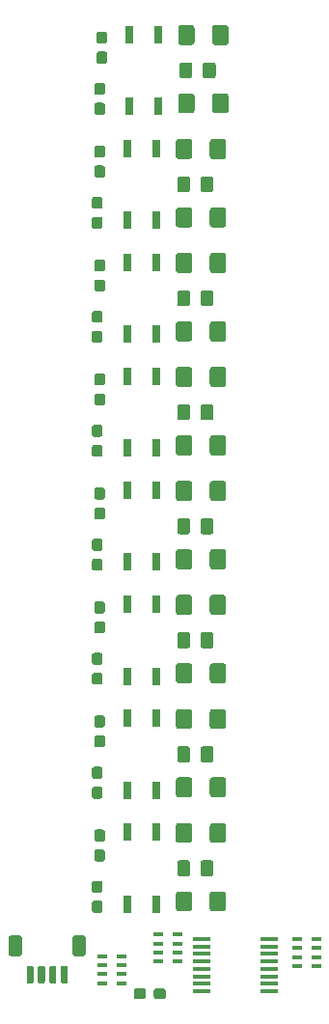
<source format=gtp>
G04 #@! TF.GenerationSoftware,KiCad,Pcbnew,(5.1.5-0)*
G04 #@! TF.CreationDate,2021-01-12T12:07:41-07:00*
G04 #@! TF.ProjectId,pmos_board,706d6f73-5f62-46f6-9172-642e6b696361,rev?*
G04 #@! TF.SameCoordinates,Original*
G04 #@! TF.FileFunction,Paste,Top*
G04 #@! TF.FilePolarity,Positive*
%FSLAX46Y46*%
G04 Gerber Fmt 4.6, Leading zero omitted, Abs format (unit mm)*
G04 Created by KiCad (PCBNEW (5.1.5-0)) date 2021-01-12 12:07:41*
%MOMM*%
%LPD*%
G04 APERTURE LIST*
%ADD10R,0.900000X0.400000*%
%ADD11C,0.100000*%
%ADD12R,0.800000X1.650000*%
%ADD13R,1.500000X0.450000*%
G04 APERTURE END LIST*
D10*
X131550000Y-155100000D03*
X131550000Y-154300000D03*
X131550000Y-153500000D03*
X131550000Y-152700000D03*
X129850000Y-155100000D03*
X129850000Y-152700000D03*
X129850000Y-154300000D03*
X129850000Y-153500000D03*
D11*
G36*
X129860779Y-141601144D02*
G01*
X129883834Y-141604563D01*
X129906443Y-141610227D01*
X129928387Y-141618079D01*
X129949457Y-141628044D01*
X129969448Y-141640026D01*
X129988168Y-141653910D01*
X130005438Y-141669562D01*
X130021090Y-141686832D01*
X130034974Y-141705552D01*
X130046956Y-141725543D01*
X130056921Y-141746613D01*
X130064773Y-141768557D01*
X130070437Y-141791166D01*
X130073856Y-141814221D01*
X130075000Y-141837500D01*
X130075000Y-142412500D01*
X130073856Y-142435779D01*
X130070437Y-142458834D01*
X130064773Y-142481443D01*
X130056921Y-142503387D01*
X130046956Y-142524457D01*
X130034974Y-142544448D01*
X130021090Y-142563168D01*
X130005438Y-142580438D01*
X129988168Y-142596090D01*
X129969448Y-142609974D01*
X129949457Y-142621956D01*
X129928387Y-142631921D01*
X129906443Y-142639773D01*
X129883834Y-142645437D01*
X129860779Y-142648856D01*
X129837500Y-142650000D01*
X129362500Y-142650000D01*
X129339221Y-142648856D01*
X129316166Y-142645437D01*
X129293557Y-142639773D01*
X129271613Y-142631921D01*
X129250543Y-142621956D01*
X129230552Y-142609974D01*
X129211832Y-142596090D01*
X129194562Y-142580438D01*
X129178910Y-142563168D01*
X129165026Y-142544448D01*
X129153044Y-142524457D01*
X129143079Y-142503387D01*
X129135227Y-142481443D01*
X129129563Y-142458834D01*
X129126144Y-142435779D01*
X129125000Y-142412500D01*
X129125000Y-141837500D01*
X129126144Y-141814221D01*
X129129563Y-141791166D01*
X129135227Y-141768557D01*
X129143079Y-141746613D01*
X129153044Y-141725543D01*
X129165026Y-141705552D01*
X129178910Y-141686832D01*
X129194562Y-141669562D01*
X129211832Y-141653910D01*
X129230552Y-141640026D01*
X129250543Y-141628044D01*
X129271613Y-141618079D01*
X129293557Y-141610227D01*
X129316166Y-141604563D01*
X129339221Y-141601144D01*
X129362500Y-141600000D01*
X129837500Y-141600000D01*
X129860779Y-141601144D01*
G37*
G36*
X129860779Y-143351144D02*
G01*
X129883834Y-143354563D01*
X129906443Y-143360227D01*
X129928387Y-143368079D01*
X129949457Y-143378044D01*
X129969448Y-143390026D01*
X129988168Y-143403910D01*
X130005438Y-143419562D01*
X130021090Y-143436832D01*
X130034974Y-143455552D01*
X130046956Y-143475543D01*
X130056921Y-143496613D01*
X130064773Y-143518557D01*
X130070437Y-143541166D01*
X130073856Y-143564221D01*
X130075000Y-143587500D01*
X130075000Y-144162500D01*
X130073856Y-144185779D01*
X130070437Y-144208834D01*
X130064773Y-144231443D01*
X130056921Y-144253387D01*
X130046956Y-144274457D01*
X130034974Y-144294448D01*
X130021090Y-144313168D01*
X130005438Y-144330438D01*
X129988168Y-144346090D01*
X129969448Y-144359974D01*
X129949457Y-144371956D01*
X129928387Y-144381921D01*
X129906443Y-144389773D01*
X129883834Y-144395437D01*
X129860779Y-144398856D01*
X129837500Y-144400000D01*
X129362500Y-144400000D01*
X129339221Y-144398856D01*
X129316166Y-144395437D01*
X129293557Y-144389773D01*
X129271613Y-144381921D01*
X129250543Y-144371956D01*
X129230552Y-144359974D01*
X129211832Y-144346090D01*
X129194562Y-144330438D01*
X129178910Y-144313168D01*
X129165026Y-144294448D01*
X129153044Y-144274457D01*
X129143079Y-144253387D01*
X129135227Y-144231443D01*
X129129563Y-144208834D01*
X129126144Y-144185779D01*
X129125000Y-144162500D01*
X129125000Y-143587500D01*
X129126144Y-143564221D01*
X129129563Y-143541166D01*
X129135227Y-143518557D01*
X129143079Y-143496613D01*
X129153044Y-143475543D01*
X129165026Y-143455552D01*
X129178910Y-143436832D01*
X129194562Y-143419562D01*
X129211832Y-143403910D01*
X129230552Y-143390026D01*
X129250543Y-143378044D01*
X129271613Y-143368079D01*
X129293557Y-143360227D01*
X129316166Y-143354563D01*
X129339221Y-143351144D01*
X129362500Y-143350000D01*
X129837500Y-143350000D01*
X129860779Y-143351144D01*
G37*
G36*
X129860779Y-131601144D02*
G01*
X129883834Y-131604563D01*
X129906443Y-131610227D01*
X129928387Y-131618079D01*
X129949457Y-131628044D01*
X129969448Y-131640026D01*
X129988168Y-131653910D01*
X130005438Y-131669562D01*
X130021090Y-131686832D01*
X130034974Y-131705552D01*
X130046956Y-131725543D01*
X130056921Y-131746613D01*
X130064773Y-131768557D01*
X130070437Y-131791166D01*
X130073856Y-131814221D01*
X130075000Y-131837500D01*
X130075000Y-132412500D01*
X130073856Y-132435779D01*
X130070437Y-132458834D01*
X130064773Y-132481443D01*
X130056921Y-132503387D01*
X130046956Y-132524457D01*
X130034974Y-132544448D01*
X130021090Y-132563168D01*
X130005438Y-132580438D01*
X129988168Y-132596090D01*
X129969448Y-132609974D01*
X129949457Y-132621956D01*
X129928387Y-132631921D01*
X129906443Y-132639773D01*
X129883834Y-132645437D01*
X129860779Y-132648856D01*
X129837500Y-132650000D01*
X129362500Y-132650000D01*
X129339221Y-132648856D01*
X129316166Y-132645437D01*
X129293557Y-132639773D01*
X129271613Y-132631921D01*
X129250543Y-132621956D01*
X129230552Y-132609974D01*
X129211832Y-132596090D01*
X129194562Y-132580438D01*
X129178910Y-132563168D01*
X129165026Y-132544448D01*
X129153044Y-132524457D01*
X129143079Y-132503387D01*
X129135227Y-132481443D01*
X129129563Y-132458834D01*
X129126144Y-132435779D01*
X129125000Y-132412500D01*
X129125000Y-131837500D01*
X129126144Y-131814221D01*
X129129563Y-131791166D01*
X129135227Y-131768557D01*
X129143079Y-131746613D01*
X129153044Y-131725543D01*
X129165026Y-131705552D01*
X129178910Y-131686832D01*
X129194562Y-131669562D01*
X129211832Y-131653910D01*
X129230552Y-131640026D01*
X129250543Y-131628044D01*
X129271613Y-131618079D01*
X129293557Y-131610227D01*
X129316166Y-131604563D01*
X129339221Y-131601144D01*
X129362500Y-131600000D01*
X129837500Y-131600000D01*
X129860779Y-131601144D01*
G37*
G36*
X129860779Y-133351144D02*
G01*
X129883834Y-133354563D01*
X129906443Y-133360227D01*
X129928387Y-133368079D01*
X129949457Y-133378044D01*
X129969448Y-133390026D01*
X129988168Y-133403910D01*
X130005438Y-133419562D01*
X130021090Y-133436832D01*
X130034974Y-133455552D01*
X130046956Y-133475543D01*
X130056921Y-133496613D01*
X130064773Y-133518557D01*
X130070437Y-133541166D01*
X130073856Y-133564221D01*
X130075000Y-133587500D01*
X130075000Y-134162500D01*
X130073856Y-134185779D01*
X130070437Y-134208834D01*
X130064773Y-134231443D01*
X130056921Y-134253387D01*
X130046956Y-134274457D01*
X130034974Y-134294448D01*
X130021090Y-134313168D01*
X130005438Y-134330438D01*
X129988168Y-134346090D01*
X129969448Y-134359974D01*
X129949457Y-134371956D01*
X129928387Y-134381921D01*
X129906443Y-134389773D01*
X129883834Y-134395437D01*
X129860779Y-134398856D01*
X129837500Y-134400000D01*
X129362500Y-134400000D01*
X129339221Y-134398856D01*
X129316166Y-134395437D01*
X129293557Y-134389773D01*
X129271613Y-134381921D01*
X129250543Y-134371956D01*
X129230552Y-134359974D01*
X129211832Y-134346090D01*
X129194562Y-134330438D01*
X129178910Y-134313168D01*
X129165026Y-134294448D01*
X129153044Y-134274457D01*
X129143079Y-134253387D01*
X129135227Y-134231443D01*
X129129563Y-134208834D01*
X129126144Y-134185779D01*
X129125000Y-134162500D01*
X129125000Y-133587500D01*
X129126144Y-133564221D01*
X129129563Y-133541166D01*
X129135227Y-133518557D01*
X129143079Y-133496613D01*
X129153044Y-133475543D01*
X129165026Y-133455552D01*
X129178910Y-133436832D01*
X129194562Y-133419562D01*
X129211832Y-133403910D01*
X129230552Y-133390026D01*
X129250543Y-133378044D01*
X129271613Y-133368079D01*
X129293557Y-133360227D01*
X129316166Y-133354563D01*
X129339221Y-133351144D01*
X129362500Y-133350000D01*
X129837500Y-133350000D01*
X129860779Y-133351144D01*
G37*
G36*
X129860779Y-121601144D02*
G01*
X129883834Y-121604563D01*
X129906443Y-121610227D01*
X129928387Y-121618079D01*
X129949457Y-121628044D01*
X129969448Y-121640026D01*
X129988168Y-121653910D01*
X130005438Y-121669562D01*
X130021090Y-121686832D01*
X130034974Y-121705552D01*
X130046956Y-121725543D01*
X130056921Y-121746613D01*
X130064773Y-121768557D01*
X130070437Y-121791166D01*
X130073856Y-121814221D01*
X130075000Y-121837500D01*
X130075000Y-122412500D01*
X130073856Y-122435779D01*
X130070437Y-122458834D01*
X130064773Y-122481443D01*
X130056921Y-122503387D01*
X130046956Y-122524457D01*
X130034974Y-122544448D01*
X130021090Y-122563168D01*
X130005438Y-122580438D01*
X129988168Y-122596090D01*
X129969448Y-122609974D01*
X129949457Y-122621956D01*
X129928387Y-122631921D01*
X129906443Y-122639773D01*
X129883834Y-122645437D01*
X129860779Y-122648856D01*
X129837500Y-122650000D01*
X129362500Y-122650000D01*
X129339221Y-122648856D01*
X129316166Y-122645437D01*
X129293557Y-122639773D01*
X129271613Y-122631921D01*
X129250543Y-122621956D01*
X129230552Y-122609974D01*
X129211832Y-122596090D01*
X129194562Y-122580438D01*
X129178910Y-122563168D01*
X129165026Y-122544448D01*
X129153044Y-122524457D01*
X129143079Y-122503387D01*
X129135227Y-122481443D01*
X129129563Y-122458834D01*
X129126144Y-122435779D01*
X129125000Y-122412500D01*
X129125000Y-121837500D01*
X129126144Y-121814221D01*
X129129563Y-121791166D01*
X129135227Y-121768557D01*
X129143079Y-121746613D01*
X129153044Y-121725543D01*
X129165026Y-121705552D01*
X129178910Y-121686832D01*
X129194562Y-121669562D01*
X129211832Y-121653910D01*
X129230552Y-121640026D01*
X129250543Y-121628044D01*
X129271613Y-121618079D01*
X129293557Y-121610227D01*
X129316166Y-121604563D01*
X129339221Y-121601144D01*
X129362500Y-121600000D01*
X129837500Y-121600000D01*
X129860779Y-121601144D01*
G37*
G36*
X129860779Y-123351144D02*
G01*
X129883834Y-123354563D01*
X129906443Y-123360227D01*
X129928387Y-123368079D01*
X129949457Y-123378044D01*
X129969448Y-123390026D01*
X129988168Y-123403910D01*
X130005438Y-123419562D01*
X130021090Y-123436832D01*
X130034974Y-123455552D01*
X130046956Y-123475543D01*
X130056921Y-123496613D01*
X130064773Y-123518557D01*
X130070437Y-123541166D01*
X130073856Y-123564221D01*
X130075000Y-123587500D01*
X130075000Y-124162500D01*
X130073856Y-124185779D01*
X130070437Y-124208834D01*
X130064773Y-124231443D01*
X130056921Y-124253387D01*
X130046956Y-124274457D01*
X130034974Y-124294448D01*
X130021090Y-124313168D01*
X130005438Y-124330438D01*
X129988168Y-124346090D01*
X129969448Y-124359974D01*
X129949457Y-124371956D01*
X129928387Y-124381921D01*
X129906443Y-124389773D01*
X129883834Y-124395437D01*
X129860779Y-124398856D01*
X129837500Y-124400000D01*
X129362500Y-124400000D01*
X129339221Y-124398856D01*
X129316166Y-124395437D01*
X129293557Y-124389773D01*
X129271613Y-124381921D01*
X129250543Y-124371956D01*
X129230552Y-124359974D01*
X129211832Y-124346090D01*
X129194562Y-124330438D01*
X129178910Y-124313168D01*
X129165026Y-124294448D01*
X129153044Y-124274457D01*
X129143079Y-124253387D01*
X129135227Y-124231443D01*
X129129563Y-124208834D01*
X129126144Y-124185779D01*
X129125000Y-124162500D01*
X129125000Y-123587500D01*
X129126144Y-123564221D01*
X129129563Y-123541166D01*
X129135227Y-123518557D01*
X129143079Y-123496613D01*
X129153044Y-123475543D01*
X129165026Y-123455552D01*
X129178910Y-123436832D01*
X129194562Y-123419562D01*
X129211832Y-123403910D01*
X129230552Y-123390026D01*
X129250543Y-123378044D01*
X129271613Y-123368079D01*
X129293557Y-123360227D01*
X129316166Y-123354563D01*
X129339221Y-123351144D01*
X129362500Y-123350000D01*
X129837500Y-123350000D01*
X129860779Y-123351144D01*
G37*
G36*
X129860779Y-111601144D02*
G01*
X129883834Y-111604563D01*
X129906443Y-111610227D01*
X129928387Y-111618079D01*
X129949457Y-111628044D01*
X129969448Y-111640026D01*
X129988168Y-111653910D01*
X130005438Y-111669562D01*
X130021090Y-111686832D01*
X130034974Y-111705552D01*
X130046956Y-111725543D01*
X130056921Y-111746613D01*
X130064773Y-111768557D01*
X130070437Y-111791166D01*
X130073856Y-111814221D01*
X130075000Y-111837500D01*
X130075000Y-112412500D01*
X130073856Y-112435779D01*
X130070437Y-112458834D01*
X130064773Y-112481443D01*
X130056921Y-112503387D01*
X130046956Y-112524457D01*
X130034974Y-112544448D01*
X130021090Y-112563168D01*
X130005438Y-112580438D01*
X129988168Y-112596090D01*
X129969448Y-112609974D01*
X129949457Y-112621956D01*
X129928387Y-112631921D01*
X129906443Y-112639773D01*
X129883834Y-112645437D01*
X129860779Y-112648856D01*
X129837500Y-112650000D01*
X129362500Y-112650000D01*
X129339221Y-112648856D01*
X129316166Y-112645437D01*
X129293557Y-112639773D01*
X129271613Y-112631921D01*
X129250543Y-112621956D01*
X129230552Y-112609974D01*
X129211832Y-112596090D01*
X129194562Y-112580438D01*
X129178910Y-112563168D01*
X129165026Y-112544448D01*
X129153044Y-112524457D01*
X129143079Y-112503387D01*
X129135227Y-112481443D01*
X129129563Y-112458834D01*
X129126144Y-112435779D01*
X129125000Y-112412500D01*
X129125000Y-111837500D01*
X129126144Y-111814221D01*
X129129563Y-111791166D01*
X129135227Y-111768557D01*
X129143079Y-111746613D01*
X129153044Y-111725543D01*
X129165026Y-111705552D01*
X129178910Y-111686832D01*
X129194562Y-111669562D01*
X129211832Y-111653910D01*
X129230552Y-111640026D01*
X129250543Y-111628044D01*
X129271613Y-111618079D01*
X129293557Y-111610227D01*
X129316166Y-111604563D01*
X129339221Y-111601144D01*
X129362500Y-111600000D01*
X129837500Y-111600000D01*
X129860779Y-111601144D01*
G37*
G36*
X129860779Y-113351144D02*
G01*
X129883834Y-113354563D01*
X129906443Y-113360227D01*
X129928387Y-113368079D01*
X129949457Y-113378044D01*
X129969448Y-113390026D01*
X129988168Y-113403910D01*
X130005438Y-113419562D01*
X130021090Y-113436832D01*
X130034974Y-113455552D01*
X130046956Y-113475543D01*
X130056921Y-113496613D01*
X130064773Y-113518557D01*
X130070437Y-113541166D01*
X130073856Y-113564221D01*
X130075000Y-113587500D01*
X130075000Y-114162500D01*
X130073856Y-114185779D01*
X130070437Y-114208834D01*
X130064773Y-114231443D01*
X130056921Y-114253387D01*
X130046956Y-114274457D01*
X130034974Y-114294448D01*
X130021090Y-114313168D01*
X130005438Y-114330438D01*
X129988168Y-114346090D01*
X129969448Y-114359974D01*
X129949457Y-114371956D01*
X129928387Y-114381921D01*
X129906443Y-114389773D01*
X129883834Y-114395437D01*
X129860779Y-114398856D01*
X129837500Y-114400000D01*
X129362500Y-114400000D01*
X129339221Y-114398856D01*
X129316166Y-114395437D01*
X129293557Y-114389773D01*
X129271613Y-114381921D01*
X129250543Y-114371956D01*
X129230552Y-114359974D01*
X129211832Y-114346090D01*
X129194562Y-114330438D01*
X129178910Y-114313168D01*
X129165026Y-114294448D01*
X129153044Y-114274457D01*
X129143079Y-114253387D01*
X129135227Y-114231443D01*
X129129563Y-114208834D01*
X129126144Y-114185779D01*
X129125000Y-114162500D01*
X129125000Y-113587500D01*
X129126144Y-113564221D01*
X129129563Y-113541166D01*
X129135227Y-113518557D01*
X129143079Y-113496613D01*
X129153044Y-113475543D01*
X129165026Y-113455552D01*
X129178910Y-113436832D01*
X129194562Y-113419562D01*
X129211832Y-113403910D01*
X129230552Y-113390026D01*
X129250543Y-113378044D01*
X129271613Y-113368079D01*
X129293557Y-113360227D01*
X129316166Y-113354563D01*
X129339221Y-113351144D01*
X129362500Y-113350000D01*
X129837500Y-113350000D01*
X129860779Y-113351144D01*
G37*
G36*
X129860779Y-101601144D02*
G01*
X129883834Y-101604563D01*
X129906443Y-101610227D01*
X129928387Y-101618079D01*
X129949457Y-101628044D01*
X129969448Y-101640026D01*
X129988168Y-101653910D01*
X130005438Y-101669562D01*
X130021090Y-101686832D01*
X130034974Y-101705552D01*
X130046956Y-101725543D01*
X130056921Y-101746613D01*
X130064773Y-101768557D01*
X130070437Y-101791166D01*
X130073856Y-101814221D01*
X130075000Y-101837500D01*
X130075000Y-102412500D01*
X130073856Y-102435779D01*
X130070437Y-102458834D01*
X130064773Y-102481443D01*
X130056921Y-102503387D01*
X130046956Y-102524457D01*
X130034974Y-102544448D01*
X130021090Y-102563168D01*
X130005438Y-102580438D01*
X129988168Y-102596090D01*
X129969448Y-102609974D01*
X129949457Y-102621956D01*
X129928387Y-102631921D01*
X129906443Y-102639773D01*
X129883834Y-102645437D01*
X129860779Y-102648856D01*
X129837500Y-102650000D01*
X129362500Y-102650000D01*
X129339221Y-102648856D01*
X129316166Y-102645437D01*
X129293557Y-102639773D01*
X129271613Y-102631921D01*
X129250543Y-102621956D01*
X129230552Y-102609974D01*
X129211832Y-102596090D01*
X129194562Y-102580438D01*
X129178910Y-102563168D01*
X129165026Y-102544448D01*
X129153044Y-102524457D01*
X129143079Y-102503387D01*
X129135227Y-102481443D01*
X129129563Y-102458834D01*
X129126144Y-102435779D01*
X129125000Y-102412500D01*
X129125000Y-101837500D01*
X129126144Y-101814221D01*
X129129563Y-101791166D01*
X129135227Y-101768557D01*
X129143079Y-101746613D01*
X129153044Y-101725543D01*
X129165026Y-101705552D01*
X129178910Y-101686832D01*
X129194562Y-101669562D01*
X129211832Y-101653910D01*
X129230552Y-101640026D01*
X129250543Y-101628044D01*
X129271613Y-101618079D01*
X129293557Y-101610227D01*
X129316166Y-101604563D01*
X129339221Y-101601144D01*
X129362500Y-101600000D01*
X129837500Y-101600000D01*
X129860779Y-101601144D01*
G37*
G36*
X129860779Y-103351144D02*
G01*
X129883834Y-103354563D01*
X129906443Y-103360227D01*
X129928387Y-103368079D01*
X129949457Y-103378044D01*
X129969448Y-103390026D01*
X129988168Y-103403910D01*
X130005438Y-103419562D01*
X130021090Y-103436832D01*
X130034974Y-103455552D01*
X130046956Y-103475543D01*
X130056921Y-103496613D01*
X130064773Y-103518557D01*
X130070437Y-103541166D01*
X130073856Y-103564221D01*
X130075000Y-103587500D01*
X130075000Y-104162500D01*
X130073856Y-104185779D01*
X130070437Y-104208834D01*
X130064773Y-104231443D01*
X130056921Y-104253387D01*
X130046956Y-104274457D01*
X130034974Y-104294448D01*
X130021090Y-104313168D01*
X130005438Y-104330438D01*
X129988168Y-104346090D01*
X129969448Y-104359974D01*
X129949457Y-104371956D01*
X129928387Y-104381921D01*
X129906443Y-104389773D01*
X129883834Y-104395437D01*
X129860779Y-104398856D01*
X129837500Y-104400000D01*
X129362500Y-104400000D01*
X129339221Y-104398856D01*
X129316166Y-104395437D01*
X129293557Y-104389773D01*
X129271613Y-104381921D01*
X129250543Y-104371956D01*
X129230552Y-104359974D01*
X129211832Y-104346090D01*
X129194562Y-104330438D01*
X129178910Y-104313168D01*
X129165026Y-104294448D01*
X129153044Y-104274457D01*
X129143079Y-104253387D01*
X129135227Y-104231443D01*
X129129563Y-104208834D01*
X129126144Y-104185779D01*
X129125000Y-104162500D01*
X129125000Y-103587500D01*
X129126144Y-103564221D01*
X129129563Y-103541166D01*
X129135227Y-103518557D01*
X129143079Y-103496613D01*
X129153044Y-103475543D01*
X129165026Y-103455552D01*
X129178910Y-103436832D01*
X129194562Y-103419562D01*
X129211832Y-103403910D01*
X129230552Y-103390026D01*
X129250543Y-103378044D01*
X129271613Y-103368079D01*
X129293557Y-103360227D01*
X129316166Y-103354563D01*
X129339221Y-103351144D01*
X129362500Y-103350000D01*
X129837500Y-103350000D01*
X129860779Y-103351144D01*
G37*
G36*
X129860779Y-91601144D02*
G01*
X129883834Y-91604563D01*
X129906443Y-91610227D01*
X129928387Y-91618079D01*
X129949457Y-91628044D01*
X129969448Y-91640026D01*
X129988168Y-91653910D01*
X130005438Y-91669562D01*
X130021090Y-91686832D01*
X130034974Y-91705552D01*
X130046956Y-91725543D01*
X130056921Y-91746613D01*
X130064773Y-91768557D01*
X130070437Y-91791166D01*
X130073856Y-91814221D01*
X130075000Y-91837500D01*
X130075000Y-92412500D01*
X130073856Y-92435779D01*
X130070437Y-92458834D01*
X130064773Y-92481443D01*
X130056921Y-92503387D01*
X130046956Y-92524457D01*
X130034974Y-92544448D01*
X130021090Y-92563168D01*
X130005438Y-92580438D01*
X129988168Y-92596090D01*
X129969448Y-92609974D01*
X129949457Y-92621956D01*
X129928387Y-92631921D01*
X129906443Y-92639773D01*
X129883834Y-92645437D01*
X129860779Y-92648856D01*
X129837500Y-92650000D01*
X129362500Y-92650000D01*
X129339221Y-92648856D01*
X129316166Y-92645437D01*
X129293557Y-92639773D01*
X129271613Y-92631921D01*
X129250543Y-92621956D01*
X129230552Y-92609974D01*
X129211832Y-92596090D01*
X129194562Y-92580438D01*
X129178910Y-92563168D01*
X129165026Y-92544448D01*
X129153044Y-92524457D01*
X129143079Y-92503387D01*
X129135227Y-92481443D01*
X129129563Y-92458834D01*
X129126144Y-92435779D01*
X129125000Y-92412500D01*
X129125000Y-91837500D01*
X129126144Y-91814221D01*
X129129563Y-91791166D01*
X129135227Y-91768557D01*
X129143079Y-91746613D01*
X129153044Y-91725543D01*
X129165026Y-91705552D01*
X129178910Y-91686832D01*
X129194562Y-91669562D01*
X129211832Y-91653910D01*
X129230552Y-91640026D01*
X129250543Y-91628044D01*
X129271613Y-91618079D01*
X129293557Y-91610227D01*
X129316166Y-91604563D01*
X129339221Y-91601144D01*
X129362500Y-91600000D01*
X129837500Y-91600000D01*
X129860779Y-91601144D01*
G37*
G36*
X129860779Y-93351144D02*
G01*
X129883834Y-93354563D01*
X129906443Y-93360227D01*
X129928387Y-93368079D01*
X129949457Y-93378044D01*
X129969448Y-93390026D01*
X129988168Y-93403910D01*
X130005438Y-93419562D01*
X130021090Y-93436832D01*
X130034974Y-93455552D01*
X130046956Y-93475543D01*
X130056921Y-93496613D01*
X130064773Y-93518557D01*
X130070437Y-93541166D01*
X130073856Y-93564221D01*
X130075000Y-93587500D01*
X130075000Y-94162500D01*
X130073856Y-94185779D01*
X130070437Y-94208834D01*
X130064773Y-94231443D01*
X130056921Y-94253387D01*
X130046956Y-94274457D01*
X130034974Y-94294448D01*
X130021090Y-94313168D01*
X130005438Y-94330438D01*
X129988168Y-94346090D01*
X129969448Y-94359974D01*
X129949457Y-94371956D01*
X129928387Y-94381921D01*
X129906443Y-94389773D01*
X129883834Y-94395437D01*
X129860779Y-94398856D01*
X129837500Y-94400000D01*
X129362500Y-94400000D01*
X129339221Y-94398856D01*
X129316166Y-94395437D01*
X129293557Y-94389773D01*
X129271613Y-94381921D01*
X129250543Y-94371956D01*
X129230552Y-94359974D01*
X129211832Y-94346090D01*
X129194562Y-94330438D01*
X129178910Y-94313168D01*
X129165026Y-94294448D01*
X129153044Y-94274457D01*
X129143079Y-94253387D01*
X129135227Y-94231443D01*
X129129563Y-94208834D01*
X129126144Y-94185779D01*
X129125000Y-94162500D01*
X129125000Y-93587500D01*
X129126144Y-93564221D01*
X129129563Y-93541166D01*
X129135227Y-93518557D01*
X129143079Y-93496613D01*
X129153044Y-93475543D01*
X129165026Y-93455552D01*
X129178910Y-93436832D01*
X129194562Y-93419562D01*
X129211832Y-93403910D01*
X129230552Y-93390026D01*
X129250543Y-93378044D01*
X129271613Y-93368079D01*
X129293557Y-93360227D01*
X129316166Y-93354563D01*
X129339221Y-93351144D01*
X129362500Y-93350000D01*
X129837500Y-93350000D01*
X129860779Y-93351144D01*
G37*
G36*
X129860779Y-81601144D02*
G01*
X129883834Y-81604563D01*
X129906443Y-81610227D01*
X129928387Y-81618079D01*
X129949457Y-81628044D01*
X129969448Y-81640026D01*
X129988168Y-81653910D01*
X130005438Y-81669562D01*
X130021090Y-81686832D01*
X130034974Y-81705552D01*
X130046956Y-81725543D01*
X130056921Y-81746613D01*
X130064773Y-81768557D01*
X130070437Y-81791166D01*
X130073856Y-81814221D01*
X130075000Y-81837500D01*
X130075000Y-82412500D01*
X130073856Y-82435779D01*
X130070437Y-82458834D01*
X130064773Y-82481443D01*
X130056921Y-82503387D01*
X130046956Y-82524457D01*
X130034974Y-82544448D01*
X130021090Y-82563168D01*
X130005438Y-82580438D01*
X129988168Y-82596090D01*
X129969448Y-82609974D01*
X129949457Y-82621956D01*
X129928387Y-82631921D01*
X129906443Y-82639773D01*
X129883834Y-82645437D01*
X129860779Y-82648856D01*
X129837500Y-82650000D01*
X129362500Y-82650000D01*
X129339221Y-82648856D01*
X129316166Y-82645437D01*
X129293557Y-82639773D01*
X129271613Y-82631921D01*
X129250543Y-82621956D01*
X129230552Y-82609974D01*
X129211832Y-82596090D01*
X129194562Y-82580438D01*
X129178910Y-82563168D01*
X129165026Y-82544448D01*
X129153044Y-82524457D01*
X129143079Y-82503387D01*
X129135227Y-82481443D01*
X129129563Y-82458834D01*
X129126144Y-82435779D01*
X129125000Y-82412500D01*
X129125000Y-81837500D01*
X129126144Y-81814221D01*
X129129563Y-81791166D01*
X129135227Y-81768557D01*
X129143079Y-81746613D01*
X129153044Y-81725543D01*
X129165026Y-81705552D01*
X129178910Y-81686832D01*
X129194562Y-81669562D01*
X129211832Y-81653910D01*
X129230552Y-81640026D01*
X129250543Y-81628044D01*
X129271613Y-81618079D01*
X129293557Y-81610227D01*
X129316166Y-81604563D01*
X129339221Y-81601144D01*
X129362500Y-81600000D01*
X129837500Y-81600000D01*
X129860779Y-81601144D01*
G37*
G36*
X129860779Y-83351144D02*
G01*
X129883834Y-83354563D01*
X129906443Y-83360227D01*
X129928387Y-83368079D01*
X129949457Y-83378044D01*
X129969448Y-83390026D01*
X129988168Y-83403910D01*
X130005438Y-83419562D01*
X130021090Y-83436832D01*
X130034974Y-83455552D01*
X130046956Y-83475543D01*
X130056921Y-83496613D01*
X130064773Y-83518557D01*
X130070437Y-83541166D01*
X130073856Y-83564221D01*
X130075000Y-83587500D01*
X130075000Y-84162500D01*
X130073856Y-84185779D01*
X130070437Y-84208834D01*
X130064773Y-84231443D01*
X130056921Y-84253387D01*
X130046956Y-84274457D01*
X130034974Y-84294448D01*
X130021090Y-84313168D01*
X130005438Y-84330438D01*
X129988168Y-84346090D01*
X129969448Y-84359974D01*
X129949457Y-84371956D01*
X129928387Y-84381921D01*
X129906443Y-84389773D01*
X129883834Y-84395437D01*
X129860779Y-84398856D01*
X129837500Y-84400000D01*
X129362500Y-84400000D01*
X129339221Y-84398856D01*
X129316166Y-84395437D01*
X129293557Y-84389773D01*
X129271613Y-84381921D01*
X129250543Y-84371956D01*
X129230552Y-84359974D01*
X129211832Y-84346090D01*
X129194562Y-84330438D01*
X129178910Y-84313168D01*
X129165026Y-84294448D01*
X129153044Y-84274457D01*
X129143079Y-84253387D01*
X129135227Y-84231443D01*
X129129563Y-84208834D01*
X129126144Y-84185779D01*
X129125000Y-84162500D01*
X129125000Y-83587500D01*
X129126144Y-83564221D01*
X129129563Y-83541166D01*
X129135227Y-83518557D01*
X129143079Y-83496613D01*
X129153044Y-83475543D01*
X129165026Y-83455552D01*
X129178910Y-83436832D01*
X129194562Y-83419562D01*
X129211832Y-83403910D01*
X129230552Y-83390026D01*
X129250543Y-83378044D01*
X129271613Y-83368079D01*
X129293557Y-83360227D01*
X129316166Y-83354563D01*
X129339221Y-83351144D01*
X129362500Y-83350000D01*
X129837500Y-83350000D01*
X129860779Y-83351144D01*
G37*
G36*
X130060779Y-71601144D02*
G01*
X130083834Y-71604563D01*
X130106443Y-71610227D01*
X130128387Y-71618079D01*
X130149457Y-71628044D01*
X130169448Y-71640026D01*
X130188168Y-71653910D01*
X130205438Y-71669562D01*
X130221090Y-71686832D01*
X130234974Y-71705552D01*
X130246956Y-71725543D01*
X130256921Y-71746613D01*
X130264773Y-71768557D01*
X130270437Y-71791166D01*
X130273856Y-71814221D01*
X130275000Y-71837500D01*
X130275000Y-72412500D01*
X130273856Y-72435779D01*
X130270437Y-72458834D01*
X130264773Y-72481443D01*
X130256921Y-72503387D01*
X130246956Y-72524457D01*
X130234974Y-72544448D01*
X130221090Y-72563168D01*
X130205438Y-72580438D01*
X130188168Y-72596090D01*
X130169448Y-72609974D01*
X130149457Y-72621956D01*
X130128387Y-72631921D01*
X130106443Y-72639773D01*
X130083834Y-72645437D01*
X130060779Y-72648856D01*
X130037500Y-72650000D01*
X129562500Y-72650000D01*
X129539221Y-72648856D01*
X129516166Y-72645437D01*
X129493557Y-72639773D01*
X129471613Y-72631921D01*
X129450543Y-72621956D01*
X129430552Y-72609974D01*
X129411832Y-72596090D01*
X129394562Y-72580438D01*
X129378910Y-72563168D01*
X129365026Y-72544448D01*
X129353044Y-72524457D01*
X129343079Y-72503387D01*
X129335227Y-72481443D01*
X129329563Y-72458834D01*
X129326144Y-72435779D01*
X129325000Y-72412500D01*
X129325000Y-71837500D01*
X129326144Y-71814221D01*
X129329563Y-71791166D01*
X129335227Y-71768557D01*
X129343079Y-71746613D01*
X129353044Y-71725543D01*
X129365026Y-71705552D01*
X129378910Y-71686832D01*
X129394562Y-71669562D01*
X129411832Y-71653910D01*
X129430552Y-71640026D01*
X129450543Y-71628044D01*
X129471613Y-71618079D01*
X129493557Y-71610227D01*
X129516166Y-71604563D01*
X129539221Y-71601144D01*
X129562500Y-71600000D01*
X130037500Y-71600000D01*
X130060779Y-71601144D01*
G37*
G36*
X130060779Y-73351144D02*
G01*
X130083834Y-73354563D01*
X130106443Y-73360227D01*
X130128387Y-73368079D01*
X130149457Y-73378044D01*
X130169448Y-73390026D01*
X130188168Y-73403910D01*
X130205438Y-73419562D01*
X130221090Y-73436832D01*
X130234974Y-73455552D01*
X130246956Y-73475543D01*
X130256921Y-73496613D01*
X130264773Y-73518557D01*
X130270437Y-73541166D01*
X130273856Y-73564221D01*
X130275000Y-73587500D01*
X130275000Y-74162500D01*
X130273856Y-74185779D01*
X130270437Y-74208834D01*
X130264773Y-74231443D01*
X130256921Y-74253387D01*
X130246956Y-74274457D01*
X130234974Y-74294448D01*
X130221090Y-74313168D01*
X130205438Y-74330438D01*
X130188168Y-74346090D01*
X130169448Y-74359974D01*
X130149457Y-74371956D01*
X130128387Y-74381921D01*
X130106443Y-74389773D01*
X130083834Y-74395437D01*
X130060779Y-74398856D01*
X130037500Y-74400000D01*
X129562500Y-74400000D01*
X129539221Y-74398856D01*
X129516166Y-74395437D01*
X129493557Y-74389773D01*
X129471613Y-74381921D01*
X129450543Y-74371956D01*
X129430552Y-74359974D01*
X129411832Y-74346090D01*
X129394562Y-74330438D01*
X129378910Y-74313168D01*
X129365026Y-74294448D01*
X129353044Y-74274457D01*
X129343079Y-74253387D01*
X129335227Y-74231443D01*
X129329563Y-74208834D01*
X129326144Y-74185779D01*
X129325000Y-74162500D01*
X129325000Y-73587500D01*
X129326144Y-73564221D01*
X129329563Y-73541166D01*
X129335227Y-73518557D01*
X129343079Y-73496613D01*
X129353044Y-73475543D01*
X129365026Y-73455552D01*
X129378910Y-73436832D01*
X129394562Y-73419562D01*
X129411832Y-73403910D01*
X129430552Y-73390026D01*
X129450543Y-73378044D01*
X129471613Y-73368079D01*
X129493557Y-73360227D01*
X129516166Y-73354563D01*
X129539221Y-73351144D01*
X129562500Y-73350000D01*
X130037500Y-73350000D01*
X130060779Y-73351144D01*
G37*
G36*
X137324505Y-144301204D02*
G01*
X137348773Y-144304804D01*
X137372572Y-144310765D01*
X137395671Y-144319030D01*
X137417850Y-144329520D01*
X137438893Y-144342132D01*
X137458599Y-144356747D01*
X137476777Y-144373223D01*
X137493253Y-144391401D01*
X137507868Y-144411107D01*
X137520480Y-144432150D01*
X137530970Y-144454329D01*
X137539235Y-144477428D01*
X137545196Y-144501227D01*
X137548796Y-144525495D01*
X137550000Y-144549999D01*
X137550000Y-145450001D01*
X137548796Y-145474505D01*
X137545196Y-145498773D01*
X137539235Y-145522572D01*
X137530970Y-145545671D01*
X137520480Y-145567850D01*
X137507868Y-145588893D01*
X137493253Y-145608599D01*
X137476777Y-145626777D01*
X137458599Y-145643253D01*
X137438893Y-145657868D01*
X137417850Y-145670480D01*
X137395671Y-145680970D01*
X137372572Y-145689235D01*
X137348773Y-145695196D01*
X137324505Y-145698796D01*
X137300001Y-145700000D01*
X136649999Y-145700000D01*
X136625495Y-145698796D01*
X136601227Y-145695196D01*
X136577428Y-145689235D01*
X136554329Y-145680970D01*
X136532150Y-145670480D01*
X136511107Y-145657868D01*
X136491401Y-145643253D01*
X136473223Y-145626777D01*
X136456747Y-145608599D01*
X136442132Y-145588893D01*
X136429520Y-145567850D01*
X136419030Y-145545671D01*
X136410765Y-145522572D01*
X136404804Y-145498773D01*
X136401204Y-145474505D01*
X136400000Y-145450001D01*
X136400000Y-144549999D01*
X136401204Y-144525495D01*
X136404804Y-144501227D01*
X136410765Y-144477428D01*
X136419030Y-144454329D01*
X136429520Y-144432150D01*
X136442132Y-144411107D01*
X136456747Y-144391401D01*
X136473223Y-144373223D01*
X136491401Y-144356747D01*
X136511107Y-144342132D01*
X136532150Y-144329520D01*
X136554329Y-144319030D01*
X136577428Y-144310765D01*
X136601227Y-144304804D01*
X136625495Y-144301204D01*
X136649999Y-144300000D01*
X137300001Y-144300000D01*
X137324505Y-144301204D01*
G37*
G36*
X139374505Y-144301204D02*
G01*
X139398773Y-144304804D01*
X139422572Y-144310765D01*
X139445671Y-144319030D01*
X139467850Y-144329520D01*
X139488893Y-144342132D01*
X139508599Y-144356747D01*
X139526777Y-144373223D01*
X139543253Y-144391401D01*
X139557868Y-144411107D01*
X139570480Y-144432150D01*
X139580970Y-144454329D01*
X139589235Y-144477428D01*
X139595196Y-144501227D01*
X139598796Y-144525495D01*
X139600000Y-144549999D01*
X139600000Y-145450001D01*
X139598796Y-145474505D01*
X139595196Y-145498773D01*
X139589235Y-145522572D01*
X139580970Y-145545671D01*
X139570480Y-145567850D01*
X139557868Y-145588893D01*
X139543253Y-145608599D01*
X139526777Y-145626777D01*
X139508599Y-145643253D01*
X139488893Y-145657868D01*
X139467850Y-145670480D01*
X139445671Y-145680970D01*
X139422572Y-145689235D01*
X139398773Y-145695196D01*
X139374505Y-145698796D01*
X139350001Y-145700000D01*
X138699999Y-145700000D01*
X138675495Y-145698796D01*
X138651227Y-145695196D01*
X138627428Y-145689235D01*
X138604329Y-145680970D01*
X138582150Y-145670480D01*
X138561107Y-145657868D01*
X138541401Y-145643253D01*
X138523223Y-145626777D01*
X138506747Y-145608599D01*
X138492132Y-145588893D01*
X138479520Y-145567850D01*
X138469030Y-145545671D01*
X138460765Y-145522572D01*
X138454804Y-145498773D01*
X138451204Y-145474505D01*
X138450000Y-145450001D01*
X138450000Y-144549999D01*
X138451204Y-144525495D01*
X138454804Y-144501227D01*
X138460765Y-144477428D01*
X138469030Y-144454329D01*
X138479520Y-144432150D01*
X138492132Y-144411107D01*
X138506747Y-144391401D01*
X138523223Y-144373223D01*
X138541401Y-144356747D01*
X138561107Y-144342132D01*
X138582150Y-144329520D01*
X138604329Y-144319030D01*
X138627428Y-144310765D01*
X138651227Y-144304804D01*
X138675495Y-144301204D01*
X138699999Y-144300000D01*
X139350001Y-144300000D01*
X139374505Y-144301204D01*
G37*
G36*
X137324505Y-134301204D02*
G01*
X137348773Y-134304804D01*
X137372572Y-134310765D01*
X137395671Y-134319030D01*
X137417850Y-134329520D01*
X137438893Y-134342132D01*
X137458599Y-134356747D01*
X137476777Y-134373223D01*
X137493253Y-134391401D01*
X137507868Y-134411107D01*
X137520480Y-134432150D01*
X137530970Y-134454329D01*
X137539235Y-134477428D01*
X137545196Y-134501227D01*
X137548796Y-134525495D01*
X137550000Y-134549999D01*
X137550000Y-135450001D01*
X137548796Y-135474505D01*
X137545196Y-135498773D01*
X137539235Y-135522572D01*
X137530970Y-135545671D01*
X137520480Y-135567850D01*
X137507868Y-135588893D01*
X137493253Y-135608599D01*
X137476777Y-135626777D01*
X137458599Y-135643253D01*
X137438893Y-135657868D01*
X137417850Y-135670480D01*
X137395671Y-135680970D01*
X137372572Y-135689235D01*
X137348773Y-135695196D01*
X137324505Y-135698796D01*
X137300001Y-135700000D01*
X136649999Y-135700000D01*
X136625495Y-135698796D01*
X136601227Y-135695196D01*
X136577428Y-135689235D01*
X136554329Y-135680970D01*
X136532150Y-135670480D01*
X136511107Y-135657868D01*
X136491401Y-135643253D01*
X136473223Y-135626777D01*
X136456747Y-135608599D01*
X136442132Y-135588893D01*
X136429520Y-135567850D01*
X136419030Y-135545671D01*
X136410765Y-135522572D01*
X136404804Y-135498773D01*
X136401204Y-135474505D01*
X136400000Y-135450001D01*
X136400000Y-134549999D01*
X136401204Y-134525495D01*
X136404804Y-134501227D01*
X136410765Y-134477428D01*
X136419030Y-134454329D01*
X136429520Y-134432150D01*
X136442132Y-134411107D01*
X136456747Y-134391401D01*
X136473223Y-134373223D01*
X136491401Y-134356747D01*
X136511107Y-134342132D01*
X136532150Y-134329520D01*
X136554329Y-134319030D01*
X136577428Y-134310765D01*
X136601227Y-134304804D01*
X136625495Y-134301204D01*
X136649999Y-134300000D01*
X137300001Y-134300000D01*
X137324505Y-134301204D01*
G37*
G36*
X139374505Y-134301204D02*
G01*
X139398773Y-134304804D01*
X139422572Y-134310765D01*
X139445671Y-134319030D01*
X139467850Y-134329520D01*
X139488893Y-134342132D01*
X139508599Y-134356747D01*
X139526777Y-134373223D01*
X139543253Y-134391401D01*
X139557868Y-134411107D01*
X139570480Y-134432150D01*
X139580970Y-134454329D01*
X139589235Y-134477428D01*
X139595196Y-134501227D01*
X139598796Y-134525495D01*
X139600000Y-134549999D01*
X139600000Y-135450001D01*
X139598796Y-135474505D01*
X139595196Y-135498773D01*
X139589235Y-135522572D01*
X139580970Y-135545671D01*
X139570480Y-135567850D01*
X139557868Y-135588893D01*
X139543253Y-135608599D01*
X139526777Y-135626777D01*
X139508599Y-135643253D01*
X139488893Y-135657868D01*
X139467850Y-135670480D01*
X139445671Y-135680970D01*
X139422572Y-135689235D01*
X139398773Y-135695196D01*
X139374505Y-135698796D01*
X139350001Y-135700000D01*
X138699999Y-135700000D01*
X138675495Y-135698796D01*
X138651227Y-135695196D01*
X138627428Y-135689235D01*
X138604329Y-135680970D01*
X138582150Y-135670480D01*
X138561107Y-135657868D01*
X138541401Y-135643253D01*
X138523223Y-135626777D01*
X138506747Y-135608599D01*
X138492132Y-135588893D01*
X138479520Y-135567850D01*
X138469030Y-135545671D01*
X138460765Y-135522572D01*
X138454804Y-135498773D01*
X138451204Y-135474505D01*
X138450000Y-135450001D01*
X138450000Y-134549999D01*
X138451204Y-134525495D01*
X138454804Y-134501227D01*
X138460765Y-134477428D01*
X138469030Y-134454329D01*
X138479520Y-134432150D01*
X138492132Y-134411107D01*
X138506747Y-134391401D01*
X138523223Y-134373223D01*
X138541401Y-134356747D01*
X138561107Y-134342132D01*
X138582150Y-134329520D01*
X138604329Y-134319030D01*
X138627428Y-134310765D01*
X138651227Y-134304804D01*
X138675495Y-134301204D01*
X138699999Y-134300000D01*
X139350001Y-134300000D01*
X139374505Y-134301204D01*
G37*
G36*
X137324505Y-124301204D02*
G01*
X137348773Y-124304804D01*
X137372572Y-124310765D01*
X137395671Y-124319030D01*
X137417850Y-124329520D01*
X137438893Y-124342132D01*
X137458599Y-124356747D01*
X137476777Y-124373223D01*
X137493253Y-124391401D01*
X137507868Y-124411107D01*
X137520480Y-124432150D01*
X137530970Y-124454329D01*
X137539235Y-124477428D01*
X137545196Y-124501227D01*
X137548796Y-124525495D01*
X137550000Y-124549999D01*
X137550000Y-125450001D01*
X137548796Y-125474505D01*
X137545196Y-125498773D01*
X137539235Y-125522572D01*
X137530970Y-125545671D01*
X137520480Y-125567850D01*
X137507868Y-125588893D01*
X137493253Y-125608599D01*
X137476777Y-125626777D01*
X137458599Y-125643253D01*
X137438893Y-125657868D01*
X137417850Y-125670480D01*
X137395671Y-125680970D01*
X137372572Y-125689235D01*
X137348773Y-125695196D01*
X137324505Y-125698796D01*
X137300001Y-125700000D01*
X136649999Y-125700000D01*
X136625495Y-125698796D01*
X136601227Y-125695196D01*
X136577428Y-125689235D01*
X136554329Y-125680970D01*
X136532150Y-125670480D01*
X136511107Y-125657868D01*
X136491401Y-125643253D01*
X136473223Y-125626777D01*
X136456747Y-125608599D01*
X136442132Y-125588893D01*
X136429520Y-125567850D01*
X136419030Y-125545671D01*
X136410765Y-125522572D01*
X136404804Y-125498773D01*
X136401204Y-125474505D01*
X136400000Y-125450001D01*
X136400000Y-124549999D01*
X136401204Y-124525495D01*
X136404804Y-124501227D01*
X136410765Y-124477428D01*
X136419030Y-124454329D01*
X136429520Y-124432150D01*
X136442132Y-124411107D01*
X136456747Y-124391401D01*
X136473223Y-124373223D01*
X136491401Y-124356747D01*
X136511107Y-124342132D01*
X136532150Y-124329520D01*
X136554329Y-124319030D01*
X136577428Y-124310765D01*
X136601227Y-124304804D01*
X136625495Y-124301204D01*
X136649999Y-124300000D01*
X137300001Y-124300000D01*
X137324505Y-124301204D01*
G37*
G36*
X139374505Y-124301204D02*
G01*
X139398773Y-124304804D01*
X139422572Y-124310765D01*
X139445671Y-124319030D01*
X139467850Y-124329520D01*
X139488893Y-124342132D01*
X139508599Y-124356747D01*
X139526777Y-124373223D01*
X139543253Y-124391401D01*
X139557868Y-124411107D01*
X139570480Y-124432150D01*
X139580970Y-124454329D01*
X139589235Y-124477428D01*
X139595196Y-124501227D01*
X139598796Y-124525495D01*
X139600000Y-124549999D01*
X139600000Y-125450001D01*
X139598796Y-125474505D01*
X139595196Y-125498773D01*
X139589235Y-125522572D01*
X139580970Y-125545671D01*
X139570480Y-125567850D01*
X139557868Y-125588893D01*
X139543253Y-125608599D01*
X139526777Y-125626777D01*
X139508599Y-125643253D01*
X139488893Y-125657868D01*
X139467850Y-125670480D01*
X139445671Y-125680970D01*
X139422572Y-125689235D01*
X139398773Y-125695196D01*
X139374505Y-125698796D01*
X139350001Y-125700000D01*
X138699999Y-125700000D01*
X138675495Y-125698796D01*
X138651227Y-125695196D01*
X138627428Y-125689235D01*
X138604329Y-125680970D01*
X138582150Y-125670480D01*
X138561107Y-125657868D01*
X138541401Y-125643253D01*
X138523223Y-125626777D01*
X138506747Y-125608599D01*
X138492132Y-125588893D01*
X138479520Y-125567850D01*
X138469030Y-125545671D01*
X138460765Y-125522572D01*
X138454804Y-125498773D01*
X138451204Y-125474505D01*
X138450000Y-125450001D01*
X138450000Y-124549999D01*
X138451204Y-124525495D01*
X138454804Y-124501227D01*
X138460765Y-124477428D01*
X138469030Y-124454329D01*
X138479520Y-124432150D01*
X138492132Y-124411107D01*
X138506747Y-124391401D01*
X138523223Y-124373223D01*
X138541401Y-124356747D01*
X138561107Y-124342132D01*
X138582150Y-124329520D01*
X138604329Y-124319030D01*
X138627428Y-124310765D01*
X138651227Y-124304804D01*
X138675495Y-124301204D01*
X138699999Y-124300000D01*
X139350001Y-124300000D01*
X139374505Y-124301204D01*
G37*
G36*
X137324505Y-114301204D02*
G01*
X137348773Y-114304804D01*
X137372572Y-114310765D01*
X137395671Y-114319030D01*
X137417850Y-114329520D01*
X137438893Y-114342132D01*
X137458599Y-114356747D01*
X137476777Y-114373223D01*
X137493253Y-114391401D01*
X137507868Y-114411107D01*
X137520480Y-114432150D01*
X137530970Y-114454329D01*
X137539235Y-114477428D01*
X137545196Y-114501227D01*
X137548796Y-114525495D01*
X137550000Y-114549999D01*
X137550000Y-115450001D01*
X137548796Y-115474505D01*
X137545196Y-115498773D01*
X137539235Y-115522572D01*
X137530970Y-115545671D01*
X137520480Y-115567850D01*
X137507868Y-115588893D01*
X137493253Y-115608599D01*
X137476777Y-115626777D01*
X137458599Y-115643253D01*
X137438893Y-115657868D01*
X137417850Y-115670480D01*
X137395671Y-115680970D01*
X137372572Y-115689235D01*
X137348773Y-115695196D01*
X137324505Y-115698796D01*
X137300001Y-115700000D01*
X136649999Y-115700000D01*
X136625495Y-115698796D01*
X136601227Y-115695196D01*
X136577428Y-115689235D01*
X136554329Y-115680970D01*
X136532150Y-115670480D01*
X136511107Y-115657868D01*
X136491401Y-115643253D01*
X136473223Y-115626777D01*
X136456747Y-115608599D01*
X136442132Y-115588893D01*
X136429520Y-115567850D01*
X136419030Y-115545671D01*
X136410765Y-115522572D01*
X136404804Y-115498773D01*
X136401204Y-115474505D01*
X136400000Y-115450001D01*
X136400000Y-114549999D01*
X136401204Y-114525495D01*
X136404804Y-114501227D01*
X136410765Y-114477428D01*
X136419030Y-114454329D01*
X136429520Y-114432150D01*
X136442132Y-114411107D01*
X136456747Y-114391401D01*
X136473223Y-114373223D01*
X136491401Y-114356747D01*
X136511107Y-114342132D01*
X136532150Y-114329520D01*
X136554329Y-114319030D01*
X136577428Y-114310765D01*
X136601227Y-114304804D01*
X136625495Y-114301204D01*
X136649999Y-114300000D01*
X137300001Y-114300000D01*
X137324505Y-114301204D01*
G37*
G36*
X139374505Y-114301204D02*
G01*
X139398773Y-114304804D01*
X139422572Y-114310765D01*
X139445671Y-114319030D01*
X139467850Y-114329520D01*
X139488893Y-114342132D01*
X139508599Y-114356747D01*
X139526777Y-114373223D01*
X139543253Y-114391401D01*
X139557868Y-114411107D01*
X139570480Y-114432150D01*
X139580970Y-114454329D01*
X139589235Y-114477428D01*
X139595196Y-114501227D01*
X139598796Y-114525495D01*
X139600000Y-114549999D01*
X139600000Y-115450001D01*
X139598796Y-115474505D01*
X139595196Y-115498773D01*
X139589235Y-115522572D01*
X139580970Y-115545671D01*
X139570480Y-115567850D01*
X139557868Y-115588893D01*
X139543253Y-115608599D01*
X139526777Y-115626777D01*
X139508599Y-115643253D01*
X139488893Y-115657868D01*
X139467850Y-115670480D01*
X139445671Y-115680970D01*
X139422572Y-115689235D01*
X139398773Y-115695196D01*
X139374505Y-115698796D01*
X139350001Y-115700000D01*
X138699999Y-115700000D01*
X138675495Y-115698796D01*
X138651227Y-115695196D01*
X138627428Y-115689235D01*
X138604329Y-115680970D01*
X138582150Y-115670480D01*
X138561107Y-115657868D01*
X138541401Y-115643253D01*
X138523223Y-115626777D01*
X138506747Y-115608599D01*
X138492132Y-115588893D01*
X138479520Y-115567850D01*
X138469030Y-115545671D01*
X138460765Y-115522572D01*
X138454804Y-115498773D01*
X138451204Y-115474505D01*
X138450000Y-115450001D01*
X138450000Y-114549999D01*
X138451204Y-114525495D01*
X138454804Y-114501227D01*
X138460765Y-114477428D01*
X138469030Y-114454329D01*
X138479520Y-114432150D01*
X138492132Y-114411107D01*
X138506747Y-114391401D01*
X138523223Y-114373223D01*
X138541401Y-114356747D01*
X138561107Y-114342132D01*
X138582150Y-114329520D01*
X138604329Y-114319030D01*
X138627428Y-114310765D01*
X138651227Y-114304804D01*
X138675495Y-114301204D01*
X138699999Y-114300000D01*
X139350001Y-114300000D01*
X139374505Y-114301204D01*
G37*
G36*
X137324505Y-104301204D02*
G01*
X137348773Y-104304804D01*
X137372572Y-104310765D01*
X137395671Y-104319030D01*
X137417850Y-104329520D01*
X137438893Y-104342132D01*
X137458599Y-104356747D01*
X137476777Y-104373223D01*
X137493253Y-104391401D01*
X137507868Y-104411107D01*
X137520480Y-104432150D01*
X137530970Y-104454329D01*
X137539235Y-104477428D01*
X137545196Y-104501227D01*
X137548796Y-104525495D01*
X137550000Y-104549999D01*
X137550000Y-105450001D01*
X137548796Y-105474505D01*
X137545196Y-105498773D01*
X137539235Y-105522572D01*
X137530970Y-105545671D01*
X137520480Y-105567850D01*
X137507868Y-105588893D01*
X137493253Y-105608599D01*
X137476777Y-105626777D01*
X137458599Y-105643253D01*
X137438893Y-105657868D01*
X137417850Y-105670480D01*
X137395671Y-105680970D01*
X137372572Y-105689235D01*
X137348773Y-105695196D01*
X137324505Y-105698796D01*
X137300001Y-105700000D01*
X136649999Y-105700000D01*
X136625495Y-105698796D01*
X136601227Y-105695196D01*
X136577428Y-105689235D01*
X136554329Y-105680970D01*
X136532150Y-105670480D01*
X136511107Y-105657868D01*
X136491401Y-105643253D01*
X136473223Y-105626777D01*
X136456747Y-105608599D01*
X136442132Y-105588893D01*
X136429520Y-105567850D01*
X136419030Y-105545671D01*
X136410765Y-105522572D01*
X136404804Y-105498773D01*
X136401204Y-105474505D01*
X136400000Y-105450001D01*
X136400000Y-104549999D01*
X136401204Y-104525495D01*
X136404804Y-104501227D01*
X136410765Y-104477428D01*
X136419030Y-104454329D01*
X136429520Y-104432150D01*
X136442132Y-104411107D01*
X136456747Y-104391401D01*
X136473223Y-104373223D01*
X136491401Y-104356747D01*
X136511107Y-104342132D01*
X136532150Y-104329520D01*
X136554329Y-104319030D01*
X136577428Y-104310765D01*
X136601227Y-104304804D01*
X136625495Y-104301204D01*
X136649999Y-104300000D01*
X137300001Y-104300000D01*
X137324505Y-104301204D01*
G37*
G36*
X139374505Y-104301204D02*
G01*
X139398773Y-104304804D01*
X139422572Y-104310765D01*
X139445671Y-104319030D01*
X139467850Y-104329520D01*
X139488893Y-104342132D01*
X139508599Y-104356747D01*
X139526777Y-104373223D01*
X139543253Y-104391401D01*
X139557868Y-104411107D01*
X139570480Y-104432150D01*
X139580970Y-104454329D01*
X139589235Y-104477428D01*
X139595196Y-104501227D01*
X139598796Y-104525495D01*
X139600000Y-104549999D01*
X139600000Y-105450001D01*
X139598796Y-105474505D01*
X139595196Y-105498773D01*
X139589235Y-105522572D01*
X139580970Y-105545671D01*
X139570480Y-105567850D01*
X139557868Y-105588893D01*
X139543253Y-105608599D01*
X139526777Y-105626777D01*
X139508599Y-105643253D01*
X139488893Y-105657868D01*
X139467850Y-105670480D01*
X139445671Y-105680970D01*
X139422572Y-105689235D01*
X139398773Y-105695196D01*
X139374505Y-105698796D01*
X139350001Y-105700000D01*
X138699999Y-105700000D01*
X138675495Y-105698796D01*
X138651227Y-105695196D01*
X138627428Y-105689235D01*
X138604329Y-105680970D01*
X138582150Y-105670480D01*
X138561107Y-105657868D01*
X138541401Y-105643253D01*
X138523223Y-105626777D01*
X138506747Y-105608599D01*
X138492132Y-105588893D01*
X138479520Y-105567850D01*
X138469030Y-105545671D01*
X138460765Y-105522572D01*
X138454804Y-105498773D01*
X138451204Y-105474505D01*
X138450000Y-105450001D01*
X138450000Y-104549999D01*
X138451204Y-104525495D01*
X138454804Y-104501227D01*
X138460765Y-104477428D01*
X138469030Y-104454329D01*
X138479520Y-104432150D01*
X138492132Y-104411107D01*
X138506747Y-104391401D01*
X138523223Y-104373223D01*
X138541401Y-104356747D01*
X138561107Y-104342132D01*
X138582150Y-104329520D01*
X138604329Y-104319030D01*
X138627428Y-104310765D01*
X138651227Y-104304804D01*
X138675495Y-104301204D01*
X138699999Y-104300000D01*
X139350001Y-104300000D01*
X139374505Y-104301204D01*
G37*
G36*
X137324505Y-94301204D02*
G01*
X137348773Y-94304804D01*
X137372572Y-94310765D01*
X137395671Y-94319030D01*
X137417850Y-94329520D01*
X137438893Y-94342132D01*
X137458599Y-94356747D01*
X137476777Y-94373223D01*
X137493253Y-94391401D01*
X137507868Y-94411107D01*
X137520480Y-94432150D01*
X137530970Y-94454329D01*
X137539235Y-94477428D01*
X137545196Y-94501227D01*
X137548796Y-94525495D01*
X137550000Y-94549999D01*
X137550000Y-95450001D01*
X137548796Y-95474505D01*
X137545196Y-95498773D01*
X137539235Y-95522572D01*
X137530970Y-95545671D01*
X137520480Y-95567850D01*
X137507868Y-95588893D01*
X137493253Y-95608599D01*
X137476777Y-95626777D01*
X137458599Y-95643253D01*
X137438893Y-95657868D01*
X137417850Y-95670480D01*
X137395671Y-95680970D01*
X137372572Y-95689235D01*
X137348773Y-95695196D01*
X137324505Y-95698796D01*
X137300001Y-95700000D01*
X136649999Y-95700000D01*
X136625495Y-95698796D01*
X136601227Y-95695196D01*
X136577428Y-95689235D01*
X136554329Y-95680970D01*
X136532150Y-95670480D01*
X136511107Y-95657868D01*
X136491401Y-95643253D01*
X136473223Y-95626777D01*
X136456747Y-95608599D01*
X136442132Y-95588893D01*
X136429520Y-95567850D01*
X136419030Y-95545671D01*
X136410765Y-95522572D01*
X136404804Y-95498773D01*
X136401204Y-95474505D01*
X136400000Y-95450001D01*
X136400000Y-94549999D01*
X136401204Y-94525495D01*
X136404804Y-94501227D01*
X136410765Y-94477428D01*
X136419030Y-94454329D01*
X136429520Y-94432150D01*
X136442132Y-94411107D01*
X136456747Y-94391401D01*
X136473223Y-94373223D01*
X136491401Y-94356747D01*
X136511107Y-94342132D01*
X136532150Y-94329520D01*
X136554329Y-94319030D01*
X136577428Y-94310765D01*
X136601227Y-94304804D01*
X136625495Y-94301204D01*
X136649999Y-94300000D01*
X137300001Y-94300000D01*
X137324505Y-94301204D01*
G37*
G36*
X139374505Y-94301204D02*
G01*
X139398773Y-94304804D01*
X139422572Y-94310765D01*
X139445671Y-94319030D01*
X139467850Y-94329520D01*
X139488893Y-94342132D01*
X139508599Y-94356747D01*
X139526777Y-94373223D01*
X139543253Y-94391401D01*
X139557868Y-94411107D01*
X139570480Y-94432150D01*
X139580970Y-94454329D01*
X139589235Y-94477428D01*
X139595196Y-94501227D01*
X139598796Y-94525495D01*
X139600000Y-94549999D01*
X139600000Y-95450001D01*
X139598796Y-95474505D01*
X139595196Y-95498773D01*
X139589235Y-95522572D01*
X139580970Y-95545671D01*
X139570480Y-95567850D01*
X139557868Y-95588893D01*
X139543253Y-95608599D01*
X139526777Y-95626777D01*
X139508599Y-95643253D01*
X139488893Y-95657868D01*
X139467850Y-95670480D01*
X139445671Y-95680970D01*
X139422572Y-95689235D01*
X139398773Y-95695196D01*
X139374505Y-95698796D01*
X139350001Y-95700000D01*
X138699999Y-95700000D01*
X138675495Y-95698796D01*
X138651227Y-95695196D01*
X138627428Y-95689235D01*
X138604329Y-95680970D01*
X138582150Y-95670480D01*
X138561107Y-95657868D01*
X138541401Y-95643253D01*
X138523223Y-95626777D01*
X138506747Y-95608599D01*
X138492132Y-95588893D01*
X138479520Y-95567850D01*
X138469030Y-95545671D01*
X138460765Y-95522572D01*
X138454804Y-95498773D01*
X138451204Y-95474505D01*
X138450000Y-95450001D01*
X138450000Y-94549999D01*
X138451204Y-94525495D01*
X138454804Y-94501227D01*
X138460765Y-94477428D01*
X138469030Y-94454329D01*
X138479520Y-94432150D01*
X138492132Y-94411107D01*
X138506747Y-94391401D01*
X138523223Y-94373223D01*
X138541401Y-94356747D01*
X138561107Y-94342132D01*
X138582150Y-94329520D01*
X138604329Y-94319030D01*
X138627428Y-94310765D01*
X138651227Y-94304804D01*
X138675495Y-94301204D01*
X138699999Y-94300000D01*
X139350001Y-94300000D01*
X139374505Y-94301204D01*
G37*
G36*
X137324505Y-84301204D02*
G01*
X137348773Y-84304804D01*
X137372572Y-84310765D01*
X137395671Y-84319030D01*
X137417850Y-84329520D01*
X137438893Y-84342132D01*
X137458599Y-84356747D01*
X137476777Y-84373223D01*
X137493253Y-84391401D01*
X137507868Y-84411107D01*
X137520480Y-84432150D01*
X137530970Y-84454329D01*
X137539235Y-84477428D01*
X137545196Y-84501227D01*
X137548796Y-84525495D01*
X137550000Y-84549999D01*
X137550000Y-85450001D01*
X137548796Y-85474505D01*
X137545196Y-85498773D01*
X137539235Y-85522572D01*
X137530970Y-85545671D01*
X137520480Y-85567850D01*
X137507868Y-85588893D01*
X137493253Y-85608599D01*
X137476777Y-85626777D01*
X137458599Y-85643253D01*
X137438893Y-85657868D01*
X137417850Y-85670480D01*
X137395671Y-85680970D01*
X137372572Y-85689235D01*
X137348773Y-85695196D01*
X137324505Y-85698796D01*
X137300001Y-85700000D01*
X136649999Y-85700000D01*
X136625495Y-85698796D01*
X136601227Y-85695196D01*
X136577428Y-85689235D01*
X136554329Y-85680970D01*
X136532150Y-85670480D01*
X136511107Y-85657868D01*
X136491401Y-85643253D01*
X136473223Y-85626777D01*
X136456747Y-85608599D01*
X136442132Y-85588893D01*
X136429520Y-85567850D01*
X136419030Y-85545671D01*
X136410765Y-85522572D01*
X136404804Y-85498773D01*
X136401204Y-85474505D01*
X136400000Y-85450001D01*
X136400000Y-84549999D01*
X136401204Y-84525495D01*
X136404804Y-84501227D01*
X136410765Y-84477428D01*
X136419030Y-84454329D01*
X136429520Y-84432150D01*
X136442132Y-84411107D01*
X136456747Y-84391401D01*
X136473223Y-84373223D01*
X136491401Y-84356747D01*
X136511107Y-84342132D01*
X136532150Y-84329520D01*
X136554329Y-84319030D01*
X136577428Y-84310765D01*
X136601227Y-84304804D01*
X136625495Y-84301204D01*
X136649999Y-84300000D01*
X137300001Y-84300000D01*
X137324505Y-84301204D01*
G37*
G36*
X139374505Y-84301204D02*
G01*
X139398773Y-84304804D01*
X139422572Y-84310765D01*
X139445671Y-84319030D01*
X139467850Y-84329520D01*
X139488893Y-84342132D01*
X139508599Y-84356747D01*
X139526777Y-84373223D01*
X139543253Y-84391401D01*
X139557868Y-84411107D01*
X139570480Y-84432150D01*
X139580970Y-84454329D01*
X139589235Y-84477428D01*
X139595196Y-84501227D01*
X139598796Y-84525495D01*
X139600000Y-84549999D01*
X139600000Y-85450001D01*
X139598796Y-85474505D01*
X139595196Y-85498773D01*
X139589235Y-85522572D01*
X139580970Y-85545671D01*
X139570480Y-85567850D01*
X139557868Y-85588893D01*
X139543253Y-85608599D01*
X139526777Y-85626777D01*
X139508599Y-85643253D01*
X139488893Y-85657868D01*
X139467850Y-85670480D01*
X139445671Y-85680970D01*
X139422572Y-85689235D01*
X139398773Y-85695196D01*
X139374505Y-85698796D01*
X139350001Y-85700000D01*
X138699999Y-85700000D01*
X138675495Y-85698796D01*
X138651227Y-85695196D01*
X138627428Y-85689235D01*
X138604329Y-85680970D01*
X138582150Y-85670480D01*
X138561107Y-85657868D01*
X138541401Y-85643253D01*
X138523223Y-85626777D01*
X138506747Y-85608599D01*
X138492132Y-85588893D01*
X138479520Y-85567850D01*
X138469030Y-85545671D01*
X138460765Y-85522572D01*
X138454804Y-85498773D01*
X138451204Y-85474505D01*
X138450000Y-85450001D01*
X138450000Y-84549999D01*
X138451204Y-84525495D01*
X138454804Y-84501227D01*
X138460765Y-84477428D01*
X138469030Y-84454329D01*
X138479520Y-84432150D01*
X138492132Y-84411107D01*
X138506747Y-84391401D01*
X138523223Y-84373223D01*
X138541401Y-84356747D01*
X138561107Y-84342132D01*
X138582150Y-84329520D01*
X138604329Y-84319030D01*
X138627428Y-84310765D01*
X138651227Y-84304804D01*
X138675495Y-84301204D01*
X138699999Y-84300000D01*
X139350001Y-84300000D01*
X139374505Y-84301204D01*
G37*
G36*
X137524505Y-74301204D02*
G01*
X137548773Y-74304804D01*
X137572572Y-74310765D01*
X137595671Y-74319030D01*
X137617850Y-74329520D01*
X137638893Y-74342132D01*
X137658599Y-74356747D01*
X137676777Y-74373223D01*
X137693253Y-74391401D01*
X137707868Y-74411107D01*
X137720480Y-74432150D01*
X137730970Y-74454329D01*
X137739235Y-74477428D01*
X137745196Y-74501227D01*
X137748796Y-74525495D01*
X137750000Y-74549999D01*
X137750000Y-75450001D01*
X137748796Y-75474505D01*
X137745196Y-75498773D01*
X137739235Y-75522572D01*
X137730970Y-75545671D01*
X137720480Y-75567850D01*
X137707868Y-75588893D01*
X137693253Y-75608599D01*
X137676777Y-75626777D01*
X137658599Y-75643253D01*
X137638893Y-75657868D01*
X137617850Y-75670480D01*
X137595671Y-75680970D01*
X137572572Y-75689235D01*
X137548773Y-75695196D01*
X137524505Y-75698796D01*
X137500001Y-75700000D01*
X136849999Y-75700000D01*
X136825495Y-75698796D01*
X136801227Y-75695196D01*
X136777428Y-75689235D01*
X136754329Y-75680970D01*
X136732150Y-75670480D01*
X136711107Y-75657868D01*
X136691401Y-75643253D01*
X136673223Y-75626777D01*
X136656747Y-75608599D01*
X136642132Y-75588893D01*
X136629520Y-75567850D01*
X136619030Y-75545671D01*
X136610765Y-75522572D01*
X136604804Y-75498773D01*
X136601204Y-75474505D01*
X136600000Y-75450001D01*
X136600000Y-74549999D01*
X136601204Y-74525495D01*
X136604804Y-74501227D01*
X136610765Y-74477428D01*
X136619030Y-74454329D01*
X136629520Y-74432150D01*
X136642132Y-74411107D01*
X136656747Y-74391401D01*
X136673223Y-74373223D01*
X136691401Y-74356747D01*
X136711107Y-74342132D01*
X136732150Y-74329520D01*
X136754329Y-74319030D01*
X136777428Y-74310765D01*
X136801227Y-74304804D01*
X136825495Y-74301204D01*
X136849999Y-74300000D01*
X137500001Y-74300000D01*
X137524505Y-74301204D01*
G37*
G36*
X139574505Y-74301204D02*
G01*
X139598773Y-74304804D01*
X139622572Y-74310765D01*
X139645671Y-74319030D01*
X139667850Y-74329520D01*
X139688893Y-74342132D01*
X139708599Y-74356747D01*
X139726777Y-74373223D01*
X139743253Y-74391401D01*
X139757868Y-74411107D01*
X139770480Y-74432150D01*
X139780970Y-74454329D01*
X139789235Y-74477428D01*
X139795196Y-74501227D01*
X139798796Y-74525495D01*
X139800000Y-74549999D01*
X139800000Y-75450001D01*
X139798796Y-75474505D01*
X139795196Y-75498773D01*
X139789235Y-75522572D01*
X139780970Y-75545671D01*
X139770480Y-75567850D01*
X139757868Y-75588893D01*
X139743253Y-75608599D01*
X139726777Y-75626777D01*
X139708599Y-75643253D01*
X139688893Y-75657868D01*
X139667850Y-75670480D01*
X139645671Y-75680970D01*
X139622572Y-75689235D01*
X139598773Y-75695196D01*
X139574505Y-75698796D01*
X139550001Y-75700000D01*
X138899999Y-75700000D01*
X138875495Y-75698796D01*
X138851227Y-75695196D01*
X138827428Y-75689235D01*
X138804329Y-75680970D01*
X138782150Y-75670480D01*
X138761107Y-75657868D01*
X138741401Y-75643253D01*
X138723223Y-75626777D01*
X138706747Y-75608599D01*
X138692132Y-75588893D01*
X138679520Y-75567850D01*
X138669030Y-75545671D01*
X138660765Y-75522572D01*
X138654804Y-75498773D01*
X138651204Y-75474505D01*
X138650000Y-75450001D01*
X138650000Y-74549999D01*
X138651204Y-74525495D01*
X138654804Y-74501227D01*
X138660765Y-74477428D01*
X138669030Y-74454329D01*
X138679520Y-74432150D01*
X138692132Y-74411107D01*
X138706747Y-74391401D01*
X138723223Y-74373223D01*
X138741401Y-74356747D01*
X138761107Y-74342132D01*
X138782150Y-74329520D01*
X138804329Y-74319030D01*
X138827428Y-74310765D01*
X138851227Y-74304804D01*
X138875495Y-74301204D01*
X138899999Y-74300000D01*
X139550001Y-74300000D01*
X139574505Y-74301204D01*
G37*
G36*
X140474504Y-147026204D02*
G01*
X140498773Y-147029804D01*
X140522571Y-147035765D01*
X140545671Y-147044030D01*
X140567849Y-147054520D01*
X140588893Y-147067133D01*
X140608598Y-147081747D01*
X140626777Y-147098223D01*
X140643253Y-147116402D01*
X140657867Y-147136107D01*
X140670480Y-147157151D01*
X140680970Y-147179329D01*
X140689235Y-147202429D01*
X140695196Y-147226227D01*
X140698796Y-147250496D01*
X140700000Y-147275000D01*
X140700000Y-148525000D01*
X140698796Y-148549504D01*
X140695196Y-148573773D01*
X140689235Y-148597571D01*
X140680970Y-148620671D01*
X140670480Y-148642849D01*
X140657867Y-148663893D01*
X140643253Y-148683598D01*
X140626777Y-148701777D01*
X140608598Y-148718253D01*
X140588893Y-148732867D01*
X140567849Y-148745480D01*
X140545671Y-148755970D01*
X140522571Y-148764235D01*
X140498773Y-148770196D01*
X140474504Y-148773796D01*
X140450000Y-148775000D01*
X139525000Y-148775000D01*
X139500496Y-148773796D01*
X139476227Y-148770196D01*
X139452429Y-148764235D01*
X139429329Y-148755970D01*
X139407151Y-148745480D01*
X139386107Y-148732867D01*
X139366402Y-148718253D01*
X139348223Y-148701777D01*
X139331747Y-148683598D01*
X139317133Y-148663893D01*
X139304520Y-148642849D01*
X139294030Y-148620671D01*
X139285765Y-148597571D01*
X139279804Y-148573773D01*
X139276204Y-148549504D01*
X139275000Y-148525000D01*
X139275000Y-147275000D01*
X139276204Y-147250496D01*
X139279804Y-147226227D01*
X139285765Y-147202429D01*
X139294030Y-147179329D01*
X139304520Y-147157151D01*
X139317133Y-147136107D01*
X139331747Y-147116402D01*
X139348223Y-147098223D01*
X139366402Y-147081747D01*
X139386107Y-147067133D01*
X139407151Y-147054520D01*
X139429329Y-147044030D01*
X139452429Y-147035765D01*
X139476227Y-147029804D01*
X139500496Y-147026204D01*
X139525000Y-147025000D01*
X140450000Y-147025000D01*
X140474504Y-147026204D01*
G37*
G36*
X137499504Y-147026204D02*
G01*
X137523773Y-147029804D01*
X137547571Y-147035765D01*
X137570671Y-147044030D01*
X137592849Y-147054520D01*
X137613893Y-147067133D01*
X137633598Y-147081747D01*
X137651777Y-147098223D01*
X137668253Y-147116402D01*
X137682867Y-147136107D01*
X137695480Y-147157151D01*
X137705970Y-147179329D01*
X137714235Y-147202429D01*
X137720196Y-147226227D01*
X137723796Y-147250496D01*
X137725000Y-147275000D01*
X137725000Y-148525000D01*
X137723796Y-148549504D01*
X137720196Y-148573773D01*
X137714235Y-148597571D01*
X137705970Y-148620671D01*
X137695480Y-148642849D01*
X137682867Y-148663893D01*
X137668253Y-148683598D01*
X137651777Y-148701777D01*
X137633598Y-148718253D01*
X137613893Y-148732867D01*
X137592849Y-148745480D01*
X137570671Y-148755970D01*
X137547571Y-148764235D01*
X137523773Y-148770196D01*
X137499504Y-148773796D01*
X137475000Y-148775000D01*
X136550000Y-148775000D01*
X136525496Y-148773796D01*
X136501227Y-148770196D01*
X136477429Y-148764235D01*
X136454329Y-148755970D01*
X136432151Y-148745480D01*
X136411107Y-148732867D01*
X136391402Y-148718253D01*
X136373223Y-148701777D01*
X136356747Y-148683598D01*
X136342133Y-148663893D01*
X136329520Y-148642849D01*
X136319030Y-148620671D01*
X136310765Y-148597571D01*
X136304804Y-148573773D01*
X136301204Y-148549504D01*
X136300000Y-148525000D01*
X136300000Y-147275000D01*
X136301204Y-147250496D01*
X136304804Y-147226227D01*
X136310765Y-147202429D01*
X136319030Y-147179329D01*
X136329520Y-147157151D01*
X136342133Y-147136107D01*
X136356747Y-147116402D01*
X136373223Y-147098223D01*
X136391402Y-147081747D01*
X136411107Y-147067133D01*
X136432151Y-147054520D01*
X136454329Y-147044030D01*
X136477429Y-147035765D01*
X136501227Y-147029804D01*
X136525496Y-147026204D01*
X136550000Y-147025000D01*
X137475000Y-147025000D01*
X137499504Y-147026204D01*
G37*
G36*
X140474504Y-141026204D02*
G01*
X140498773Y-141029804D01*
X140522571Y-141035765D01*
X140545671Y-141044030D01*
X140567849Y-141054520D01*
X140588893Y-141067133D01*
X140608598Y-141081747D01*
X140626777Y-141098223D01*
X140643253Y-141116402D01*
X140657867Y-141136107D01*
X140670480Y-141157151D01*
X140680970Y-141179329D01*
X140689235Y-141202429D01*
X140695196Y-141226227D01*
X140698796Y-141250496D01*
X140700000Y-141275000D01*
X140700000Y-142525000D01*
X140698796Y-142549504D01*
X140695196Y-142573773D01*
X140689235Y-142597571D01*
X140680970Y-142620671D01*
X140670480Y-142642849D01*
X140657867Y-142663893D01*
X140643253Y-142683598D01*
X140626777Y-142701777D01*
X140608598Y-142718253D01*
X140588893Y-142732867D01*
X140567849Y-142745480D01*
X140545671Y-142755970D01*
X140522571Y-142764235D01*
X140498773Y-142770196D01*
X140474504Y-142773796D01*
X140450000Y-142775000D01*
X139525000Y-142775000D01*
X139500496Y-142773796D01*
X139476227Y-142770196D01*
X139452429Y-142764235D01*
X139429329Y-142755970D01*
X139407151Y-142745480D01*
X139386107Y-142732867D01*
X139366402Y-142718253D01*
X139348223Y-142701777D01*
X139331747Y-142683598D01*
X139317133Y-142663893D01*
X139304520Y-142642849D01*
X139294030Y-142620671D01*
X139285765Y-142597571D01*
X139279804Y-142573773D01*
X139276204Y-142549504D01*
X139275000Y-142525000D01*
X139275000Y-141275000D01*
X139276204Y-141250496D01*
X139279804Y-141226227D01*
X139285765Y-141202429D01*
X139294030Y-141179329D01*
X139304520Y-141157151D01*
X139317133Y-141136107D01*
X139331747Y-141116402D01*
X139348223Y-141098223D01*
X139366402Y-141081747D01*
X139386107Y-141067133D01*
X139407151Y-141054520D01*
X139429329Y-141044030D01*
X139452429Y-141035765D01*
X139476227Y-141029804D01*
X139500496Y-141026204D01*
X139525000Y-141025000D01*
X140450000Y-141025000D01*
X140474504Y-141026204D01*
G37*
G36*
X137499504Y-141026204D02*
G01*
X137523773Y-141029804D01*
X137547571Y-141035765D01*
X137570671Y-141044030D01*
X137592849Y-141054520D01*
X137613893Y-141067133D01*
X137633598Y-141081747D01*
X137651777Y-141098223D01*
X137668253Y-141116402D01*
X137682867Y-141136107D01*
X137695480Y-141157151D01*
X137705970Y-141179329D01*
X137714235Y-141202429D01*
X137720196Y-141226227D01*
X137723796Y-141250496D01*
X137725000Y-141275000D01*
X137725000Y-142525000D01*
X137723796Y-142549504D01*
X137720196Y-142573773D01*
X137714235Y-142597571D01*
X137705970Y-142620671D01*
X137695480Y-142642849D01*
X137682867Y-142663893D01*
X137668253Y-142683598D01*
X137651777Y-142701777D01*
X137633598Y-142718253D01*
X137613893Y-142732867D01*
X137592849Y-142745480D01*
X137570671Y-142755970D01*
X137547571Y-142764235D01*
X137523773Y-142770196D01*
X137499504Y-142773796D01*
X137475000Y-142775000D01*
X136550000Y-142775000D01*
X136525496Y-142773796D01*
X136501227Y-142770196D01*
X136477429Y-142764235D01*
X136454329Y-142755970D01*
X136432151Y-142745480D01*
X136411107Y-142732867D01*
X136391402Y-142718253D01*
X136373223Y-142701777D01*
X136356747Y-142683598D01*
X136342133Y-142663893D01*
X136329520Y-142642849D01*
X136319030Y-142620671D01*
X136310765Y-142597571D01*
X136304804Y-142573773D01*
X136301204Y-142549504D01*
X136300000Y-142525000D01*
X136300000Y-141275000D01*
X136301204Y-141250496D01*
X136304804Y-141226227D01*
X136310765Y-141202429D01*
X136319030Y-141179329D01*
X136329520Y-141157151D01*
X136342133Y-141136107D01*
X136356747Y-141116402D01*
X136373223Y-141098223D01*
X136391402Y-141081747D01*
X136411107Y-141067133D01*
X136432151Y-141054520D01*
X136454329Y-141044030D01*
X136477429Y-141035765D01*
X136501227Y-141029804D01*
X136525496Y-141026204D01*
X136550000Y-141025000D01*
X137475000Y-141025000D01*
X137499504Y-141026204D01*
G37*
G36*
X140474504Y-137026204D02*
G01*
X140498773Y-137029804D01*
X140522571Y-137035765D01*
X140545671Y-137044030D01*
X140567849Y-137054520D01*
X140588893Y-137067133D01*
X140608598Y-137081747D01*
X140626777Y-137098223D01*
X140643253Y-137116402D01*
X140657867Y-137136107D01*
X140670480Y-137157151D01*
X140680970Y-137179329D01*
X140689235Y-137202429D01*
X140695196Y-137226227D01*
X140698796Y-137250496D01*
X140700000Y-137275000D01*
X140700000Y-138525000D01*
X140698796Y-138549504D01*
X140695196Y-138573773D01*
X140689235Y-138597571D01*
X140680970Y-138620671D01*
X140670480Y-138642849D01*
X140657867Y-138663893D01*
X140643253Y-138683598D01*
X140626777Y-138701777D01*
X140608598Y-138718253D01*
X140588893Y-138732867D01*
X140567849Y-138745480D01*
X140545671Y-138755970D01*
X140522571Y-138764235D01*
X140498773Y-138770196D01*
X140474504Y-138773796D01*
X140450000Y-138775000D01*
X139525000Y-138775000D01*
X139500496Y-138773796D01*
X139476227Y-138770196D01*
X139452429Y-138764235D01*
X139429329Y-138755970D01*
X139407151Y-138745480D01*
X139386107Y-138732867D01*
X139366402Y-138718253D01*
X139348223Y-138701777D01*
X139331747Y-138683598D01*
X139317133Y-138663893D01*
X139304520Y-138642849D01*
X139294030Y-138620671D01*
X139285765Y-138597571D01*
X139279804Y-138573773D01*
X139276204Y-138549504D01*
X139275000Y-138525000D01*
X139275000Y-137275000D01*
X139276204Y-137250496D01*
X139279804Y-137226227D01*
X139285765Y-137202429D01*
X139294030Y-137179329D01*
X139304520Y-137157151D01*
X139317133Y-137136107D01*
X139331747Y-137116402D01*
X139348223Y-137098223D01*
X139366402Y-137081747D01*
X139386107Y-137067133D01*
X139407151Y-137054520D01*
X139429329Y-137044030D01*
X139452429Y-137035765D01*
X139476227Y-137029804D01*
X139500496Y-137026204D01*
X139525000Y-137025000D01*
X140450000Y-137025000D01*
X140474504Y-137026204D01*
G37*
G36*
X137499504Y-137026204D02*
G01*
X137523773Y-137029804D01*
X137547571Y-137035765D01*
X137570671Y-137044030D01*
X137592849Y-137054520D01*
X137613893Y-137067133D01*
X137633598Y-137081747D01*
X137651777Y-137098223D01*
X137668253Y-137116402D01*
X137682867Y-137136107D01*
X137695480Y-137157151D01*
X137705970Y-137179329D01*
X137714235Y-137202429D01*
X137720196Y-137226227D01*
X137723796Y-137250496D01*
X137725000Y-137275000D01*
X137725000Y-138525000D01*
X137723796Y-138549504D01*
X137720196Y-138573773D01*
X137714235Y-138597571D01*
X137705970Y-138620671D01*
X137695480Y-138642849D01*
X137682867Y-138663893D01*
X137668253Y-138683598D01*
X137651777Y-138701777D01*
X137633598Y-138718253D01*
X137613893Y-138732867D01*
X137592849Y-138745480D01*
X137570671Y-138755970D01*
X137547571Y-138764235D01*
X137523773Y-138770196D01*
X137499504Y-138773796D01*
X137475000Y-138775000D01*
X136550000Y-138775000D01*
X136525496Y-138773796D01*
X136501227Y-138770196D01*
X136477429Y-138764235D01*
X136454329Y-138755970D01*
X136432151Y-138745480D01*
X136411107Y-138732867D01*
X136391402Y-138718253D01*
X136373223Y-138701777D01*
X136356747Y-138683598D01*
X136342133Y-138663893D01*
X136329520Y-138642849D01*
X136319030Y-138620671D01*
X136310765Y-138597571D01*
X136304804Y-138573773D01*
X136301204Y-138549504D01*
X136300000Y-138525000D01*
X136300000Y-137275000D01*
X136301204Y-137250496D01*
X136304804Y-137226227D01*
X136310765Y-137202429D01*
X136319030Y-137179329D01*
X136329520Y-137157151D01*
X136342133Y-137136107D01*
X136356747Y-137116402D01*
X136373223Y-137098223D01*
X136391402Y-137081747D01*
X136411107Y-137067133D01*
X136432151Y-137054520D01*
X136454329Y-137044030D01*
X136477429Y-137035765D01*
X136501227Y-137029804D01*
X136525496Y-137026204D01*
X136550000Y-137025000D01*
X137475000Y-137025000D01*
X137499504Y-137026204D01*
G37*
G36*
X140474504Y-131026204D02*
G01*
X140498773Y-131029804D01*
X140522571Y-131035765D01*
X140545671Y-131044030D01*
X140567849Y-131054520D01*
X140588893Y-131067133D01*
X140608598Y-131081747D01*
X140626777Y-131098223D01*
X140643253Y-131116402D01*
X140657867Y-131136107D01*
X140670480Y-131157151D01*
X140680970Y-131179329D01*
X140689235Y-131202429D01*
X140695196Y-131226227D01*
X140698796Y-131250496D01*
X140700000Y-131275000D01*
X140700000Y-132525000D01*
X140698796Y-132549504D01*
X140695196Y-132573773D01*
X140689235Y-132597571D01*
X140680970Y-132620671D01*
X140670480Y-132642849D01*
X140657867Y-132663893D01*
X140643253Y-132683598D01*
X140626777Y-132701777D01*
X140608598Y-132718253D01*
X140588893Y-132732867D01*
X140567849Y-132745480D01*
X140545671Y-132755970D01*
X140522571Y-132764235D01*
X140498773Y-132770196D01*
X140474504Y-132773796D01*
X140450000Y-132775000D01*
X139525000Y-132775000D01*
X139500496Y-132773796D01*
X139476227Y-132770196D01*
X139452429Y-132764235D01*
X139429329Y-132755970D01*
X139407151Y-132745480D01*
X139386107Y-132732867D01*
X139366402Y-132718253D01*
X139348223Y-132701777D01*
X139331747Y-132683598D01*
X139317133Y-132663893D01*
X139304520Y-132642849D01*
X139294030Y-132620671D01*
X139285765Y-132597571D01*
X139279804Y-132573773D01*
X139276204Y-132549504D01*
X139275000Y-132525000D01*
X139275000Y-131275000D01*
X139276204Y-131250496D01*
X139279804Y-131226227D01*
X139285765Y-131202429D01*
X139294030Y-131179329D01*
X139304520Y-131157151D01*
X139317133Y-131136107D01*
X139331747Y-131116402D01*
X139348223Y-131098223D01*
X139366402Y-131081747D01*
X139386107Y-131067133D01*
X139407151Y-131054520D01*
X139429329Y-131044030D01*
X139452429Y-131035765D01*
X139476227Y-131029804D01*
X139500496Y-131026204D01*
X139525000Y-131025000D01*
X140450000Y-131025000D01*
X140474504Y-131026204D01*
G37*
G36*
X137499504Y-131026204D02*
G01*
X137523773Y-131029804D01*
X137547571Y-131035765D01*
X137570671Y-131044030D01*
X137592849Y-131054520D01*
X137613893Y-131067133D01*
X137633598Y-131081747D01*
X137651777Y-131098223D01*
X137668253Y-131116402D01*
X137682867Y-131136107D01*
X137695480Y-131157151D01*
X137705970Y-131179329D01*
X137714235Y-131202429D01*
X137720196Y-131226227D01*
X137723796Y-131250496D01*
X137725000Y-131275000D01*
X137725000Y-132525000D01*
X137723796Y-132549504D01*
X137720196Y-132573773D01*
X137714235Y-132597571D01*
X137705970Y-132620671D01*
X137695480Y-132642849D01*
X137682867Y-132663893D01*
X137668253Y-132683598D01*
X137651777Y-132701777D01*
X137633598Y-132718253D01*
X137613893Y-132732867D01*
X137592849Y-132745480D01*
X137570671Y-132755970D01*
X137547571Y-132764235D01*
X137523773Y-132770196D01*
X137499504Y-132773796D01*
X137475000Y-132775000D01*
X136550000Y-132775000D01*
X136525496Y-132773796D01*
X136501227Y-132770196D01*
X136477429Y-132764235D01*
X136454329Y-132755970D01*
X136432151Y-132745480D01*
X136411107Y-132732867D01*
X136391402Y-132718253D01*
X136373223Y-132701777D01*
X136356747Y-132683598D01*
X136342133Y-132663893D01*
X136329520Y-132642849D01*
X136319030Y-132620671D01*
X136310765Y-132597571D01*
X136304804Y-132573773D01*
X136301204Y-132549504D01*
X136300000Y-132525000D01*
X136300000Y-131275000D01*
X136301204Y-131250496D01*
X136304804Y-131226227D01*
X136310765Y-131202429D01*
X136319030Y-131179329D01*
X136329520Y-131157151D01*
X136342133Y-131136107D01*
X136356747Y-131116402D01*
X136373223Y-131098223D01*
X136391402Y-131081747D01*
X136411107Y-131067133D01*
X136432151Y-131054520D01*
X136454329Y-131044030D01*
X136477429Y-131035765D01*
X136501227Y-131029804D01*
X136525496Y-131026204D01*
X136550000Y-131025000D01*
X137475000Y-131025000D01*
X137499504Y-131026204D01*
G37*
G36*
X140474504Y-127026204D02*
G01*
X140498773Y-127029804D01*
X140522571Y-127035765D01*
X140545671Y-127044030D01*
X140567849Y-127054520D01*
X140588893Y-127067133D01*
X140608598Y-127081747D01*
X140626777Y-127098223D01*
X140643253Y-127116402D01*
X140657867Y-127136107D01*
X140670480Y-127157151D01*
X140680970Y-127179329D01*
X140689235Y-127202429D01*
X140695196Y-127226227D01*
X140698796Y-127250496D01*
X140700000Y-127275000D01*
X140700000Y-128525000D01*
X140698796Y-128549504D01*
X140695196Y-128573773D01*
X140689235Y-128597571D01*
X140680970Y-128620671D01*
X140670480Y-128642849D01*
X140657867Y-128663893D01*
X140643253Y-128683598D01*
X140626777Y-128701777D01*
X140608598Y-128718253D01*
X140588893Y-128732867D01*
X140567849Y-128745480D01*
X140545671Y-128755970D01*
X140522571Y-128764235D01*
X140498773Y-128770196D01*
X140474504Y-128773796D01*
X140450000Y-128775000D01*
X139525000Y-128775000D01*
X139500496Y-128773796D01*
X139476227Y-128770196D01*
X139452429Y-128764235D01*
X139429329Y-128755970D01*
X139407151Y-128745480D01*
X139386107Y-128732867D01*
X139366402Y-128718253D01*
X139348223Y-128701777D01*
X139331747Y-128683598D01*
X139317133Y-128663893D01*
X139304520Y-128642849D01*
X139294030Y-128620671D01*
X139285765Y-128597571D01*
X139279804Y-128573773D01*
X139276204Y-128549504D01*
X139275000Y-128525000D01*
X139275000Y-127275000D01*
X139276204Y-127250496D01*
X139279804Y-127226227D01*
X139285765Y-127202429D01*
X139294030Y-127179329D01*
X139304520Y-127157151D01*
X139317133Y-127136107D01*
X139331747Y-127116402D01*
X139348223Y-127098223D01*
X139366402Y-127081747D01*
X139386107Y-127067133D01*
X139407151Y-127054520D01*
X139429329Y-127044030D01*
X139452429Y-127035765D01*
X139476227Y-127029804D01*
X139500496Y-127026204D01*
X139525000Y-127025000D01*
X140450000Y-127025000D01*
X140474504Y-127026204D01*
G37*
G36*
X137499504Y-127026204D02*
G01*
X137523773Y-127029804D01*
X137547571Y-127035765D01*
X137570671Y-127044030D01*
X137592849Y-127054520D01*
X137613893Y-127067133D01*
X137633598Y-127081747D01*
X137651777Y-127098223D01*
X137668253Y-127116402D01*
X137682867Y-127136107D01*
X137695480Y-127157151D01*
X137705970Y-127179329D01*
X137714235Y-127202429D01*
X137720196Y-127226227D01*
X137723796Y-127250496D01*
X137725000Y-127275000D01*
X137725000Y-128525000D01*
X137723796Y-128549504D01*
X137720196Y-128573773D01*
X137714235Y-128597571D01*
X137705970Y-128620671D01*
X137695480Y-128642849D01*
X137682867Y-128663893D01*
X137668253Y-128683598D01*
X137651777Y-128701777D01*
X137633598Y-128718253D01*
X137613893Y-128732867D01*
X137592849Y-128745480D01*
X137570671Y-128755970D01*
X137547571Y-128764235D01*
X137523773Y-128770196D01*
X137499504Y-128773796D01*
X137475000Y-128775000D01*
X136550000Y-128775000D01*
X136525496Y-128773796D01*
X136501227Y-128770196D01*
X136477429Y-128764235D01*
X136454329Y-128755970D01*
X136432151Y-128745480D01*
X136411107Y-128732867D01*
X136391402Y-128718253D01*
X136373223Y-128701777D01*
X136356747Y-128683598D01*
X136342133Y-128663893D01*
X136329520Y-128642849D01*
X136319030Y-128620671D01*
X136310765Y-128597571D01*
X136304804Y-128573773D01*
X136301204Y-128549504D01*
X136300000Y-128525000D01*
X136300000Y-127275000D01*
X136301204Y-127250496D01*
X136304804Y-127226227D01*
X136310765Y-127202429D01*
X136319030Y-127179329D01*
X136329520Y-127157151D01*
X136342133Y-127136107D01*
X136356747Y-127116402D01*
X136373223Y-127098223D01*
X136391402Y-127081747D01*
X136411107Y-127067133D01*
X136432151Y-127054520D01*
X136454329Y-127044030D01*
X136477429Y-127035765D01*
X136501227Y-127029804D01*
X136525496Y-127026204D01*
X136550000Y-127025000D01*
X137475000Y-127025000D01*
X137499504Y-127026204D01*
G37*
G36*
X140474504Y-121026204D02*
G01*
X140498773Y-121029804D01*
X140522571Y-121035765D01*
X140545671Y-121044030D01*
X140567849Y-121054520D01*
X140588893Y-121067133D01*
X140608598Y-121081747D01*
X140626777Y-121098223D01*
X140643253Y-121116402D01*
X140657867Y-121136107D01*
X140670480Y-121157151D01*
X140680970Y-121179329D01*
X140689235Y-121202429D01*
X140695196Y-121226227D01*
X140698796Y-121250496D01*
X140700000Y-121275000D01*
X140700000Y-122525000D01*
X140698796Y-122549504D01*
X140695196Y-122573773D01*
X140689235Y-122597571D01*
X140680970Y-122620671D01*
X140670480Y-122642849D01*
X140657867Y-122663893D01*
X140643253Y-122683598D01*
X140626777Y-122701777D01*
X140608598Y-122718253D01*
X140588893Y-122732867D01*
X140567849Y-122745480D01*
X140545671Y-122755970D01*
X140522571Y-122764235D01*
X140498773Y-122770196D01*
X140474504Y-122773796D01*
X140450000Y-122775000D01*
X139525000Y-122775000D01*
X139500496Y-122773796D01*
X139476227Y-122770196D01*
X139452429Y-122764235D01*
X139429329Y-122755970D01*
X139407151Y-122745480D01*
X139386107Y-122732867D01*
X139366402Y-122718253D01*
X139348223Y-122701777D01*
X139331747Y-122683598D01*
X139317133Y-122663893D01*
X139304520Y-122642849D01*
X139294030Y-122620671D01*
X139285765Y-122597571D01*
X139279804Y-122573773D01*
X139276204Y-122549504D01*
X139275000Y-122525000D01*
X139275000Y-121275000D01*
X139276204Y-121250496D01*
X139279804Y-121226227D01*
X139285765Y-121202429D01*
X139294030Y-121179329D01*
X139304520Y-121157151D01*
X139317133Y-121136107D01*
X139331747Y-121116402D01*
X139348223Y-121098223D01*
X139366402Y-121081747D01*
X139386107Y-121067133D01*
X139407151Y-121054520D01*
X139429329Y-121044030D01*
X139452429Y-121035765D01*
X139476227Y-121029804D01*
X139500496Y-121026204D01*
X139525000Y-121025000D01*
X140450000Y-121025000D01*
X140474504Y-121026204D01*
G37*
G36*
X137499504Y-121026204D02*
G01*
X137523773Y-121029804D01*
X137547571Y-121035765D01*
X137570671Y-121044030D01*
X137592849Y-121054520D01*
X137613893Y-121067133D01*
X137633598Y-121081747D01*
X137651777Y-121098223D01*
X137668253Y-121116402D01*
X137682867Y-121136107D01*
X137695480Y-121157151D01*
X137705970Y-121179329D01*
X137714235Y-121202429D01*
X137720196Y-121226227D01*
X137723796Y-121250496D01*
X137725000Y-121275000D01*
X137725000Y-122525000D01*
X137723796Y-122549504D01*
X137720196Y-122573773D01*
X137714235Y-122597571D01*
X137705970Y-122620671D01*
X137695480Y-122642849D01*
X137682867Y-122663893D01*
X137668253Y-122683598D01*
X137651777Y-122701777D01*
X137633598Y-122718253D01*
X137613893Y-122732867D01*
X137592849Y-122745480D01*
X137570671Y-122755970D01*
X137547571Y-122764235D01*
X137523773Y-122770196D01*
X137499504Y-122773796D01*
X137475000Y-122775000D01*
X136550000Y-122775000D01*
X136525496Y-122773796D01*
X136501227Y-122770196D01*
X136477429Y-122764235D01*
X136454329Y-122755970D01*
X136432151Y-122745480D01*
X136411107Y-122732867D01*
X136391402Y-122718253D01*
X136373223Y-122701777D01*
X136356747Y-122683598D01*
X136342133Y-122663893D01*
X136329520Y-122642849D01*
X136319030Y-122620671D01*
X136310765Y-122597571D01*
X136304804Y-122573773D01*
X136301204Y-122549504D01*
X136300000Y-122525000D01*
X136300000Y-121275000D01*
X136301204Y-121250496D01*
X136304804Y-121226227D01*
X136310765Y-121202429D01*
X136319030Y-121179329D01*
X136329520Y-121157151D01*
X136342133Y-121136107D01*
X136356747Y-121116402D01*
X136373223Y-121098223D01*
X136391402Y-121081747D01*
X136411107Y-121067133D01*
X136432151Y-121054520D01*
X136454329Y-121044030D01*
X136477429Y-121035765D01*
X136501227Y-121029804D01*
X136525496Y-121026204D01*
X136550000Y-121025000D01*
X137475000Y-121025000D01*
X137499504Y-121026204D01*
G37*
G36*
X140474504Y-117026204D02*
G01*
X140498773Y-117029804D01*
X140522571Y-117035765D01*
X140545671Y-117044030D01*
X140567849Y-117054520D01*
X140588893Y-117067133D01*
X140608598Y-117081747D01*
X140626777Y-117098223D01*
X140643253Y-117116402D01*
X140657867Y-117136107D01*
X140670480Y-117157151D01*
X140680970Y-117179329D01*
X140689235Y-117202429D01*
X140695196Y-117226227D01*
X140698796Y-117250496D01*
X140700000Y-117275000D01*
X140700000Y-118525000D01*
X140698796Y-118549504D01*
X140695196Y-118573773D01*
X140689235Y-118597571D01*
X140680970Y-118620671D01*
X140670480Y-118642849D01*
X140657867Y-118663893D01*
X140643253Y-118683598D01*
X140626777Y-118701777D01*
X140608598Y-118718253D01*
X140588893Y-118732867D01*
X140567849Y-118745480D01*
X140545671Y-118755970D01*
X140522571Y-118764235D01*
X140498773Y-118770196D01*
X140474504Y-118773796D01*
X140450000Y-118775000D01*
X139525000Y-118775000D01*
X139500496Y-118773796D01*
X139476227Y-118770196D01*
X139452429Y-118764235D01*
X139429329Y-118755970D01*
X139407151Y-118745480D01*
X139386107Y-118732867D01*
X139366402Y-118718253D01*
X139348223Y-118701777D01*
X139331747Y-118683598D01*
X139317133Y-118663893D01*
X139304520Y-118642849D01*
X139294030Y-118620671D01*
X139285765Y-118597571D01*
X139279804Y-118573773D01*
X139276204Y-118549504D01*
X139275000Y-118525000D01*
X139275000Y-117275000D01*
X139276204Y-117250496D01*
X139279804Y-117226227D01*
X139285765Y-117202429D01*
X139294030Y-117179329D01*
X139304520Y-117157151D01*
X139317133Y-117136107D01*
X139331747Y-117116402D01*
X139348223Y-117098223D01*
X139366402Y-117081747D01*
X139386107Y-117067133D01*
X139407151Y-117054520D01*
X139429329Y-117044030D01*
X139452429Y-117035765D01*
X139476227Y-117029804D01*
X139500496Y-117026204D01*
X139525000Y-117025000D01*
X140450000Y-117025000D01*
X140474504Y-117026204D01*
G37*
G36*
X137499504Y-117026204D02*
G01*
X137523773Y-117029804D01*
X137547571Y-117035765D01*
X137570671Y-117044030D01*
X137592849Y-117054520D01*
X137613893Y-117067133D01*
X137633598Y-117081747D01*
X137651777Y-117098223D01*
X137668253Y-117116402D01*
X137682867Y-117136107D01*
X137695480Y-117157151D01*
X137705970Y-117179329D01*
X137714235Y-117202429D01*
X137720196Y-117226227D01*
X137723796Y-117250496D01*
X137725000Y-117275000D01*
X137725000Y-118525000D01*
X137723796Y-118549504D01*
X137720196Y-118573773D01*
X137714235Y-118597571D01*
X137705970Y-118620671D01*
X137695480Y-118642849D01*
X137682867Y-118663893D01*
X137668253Y-118683598D01*
X137651777Y-118701777D01*
X137633598Y-118718253D01*
X137613893Y-118732867D01*
X137592849Y-118745480D01*
X137570671Y-118755970D01*
X137547571Y-118764235D01*
X137523773Y-118770196D01*
X137499504Y-118773796D01*
X137475000Y-118775000D01*
X136550000Y-118775000D01*
X136525496Y-118773796D01*
X136501227Y-118770196D01*
X136477429Y-118764235D01*
X136454329Y-118755970D01*
X136432151Y-118745480D01*
X136411107Y-118732867D01*
X136391402Y-118718253D01*
X136373223Y-118701777D01*
X136356747Y-118683598D01*
X136342133Y-118663893D01*
X136329520Y-118642849D01*
X136319030Y-118620671D01*
X136310765Y-118597571D01*
X136304804Y-118573773D01*
X136301204Y-118549504D01*
X136300000Y-118525000D01*
X136300000Y-117275000D01*
X136301204Y-117250496D01*
X136304804Y-117226227D01*
X136310765Y-117202429D01*
X136319030Y-117179329D01*
X136329520Y-117157151D01*
X136342133Y-117136107D01*
X136356747Y-117116402D01*
X136373223Y-117098223D01*
X136391402Y-117081747D01*
X136411107Y-117067133D01*
X136432151Y-117054520D01*
X136454329Y-117044030D01*
X136477429Y-117035765D01*
X136501227Y-117029804D01*
X136525496Y-117026204D01*
X136550000Y-117025000D01*
X137475000Y-117025000D01*
X137499504Y-117026204D01*
G37*
G36*
X140474504Y-111026204D02*
G01*
X140498773Y-111029804D01*
X140522571Y-111035765D01*
X140545671Y-111044030D01*
X140567849Y-111054520D01*
X140588893Y-111067133D01*
X140608598Y-111081747D01*
X140626777Y-111098223D01*
X140643253Y-111116402D01*
X140657867Y-111136107D01*
X140670480Y-111157151D01*
X140680970Y-111179329D01*
X140689235Y-111202429D01*
X140695196Y-111226227D01*
X140698796Y-111250496D01*
X140700000Y-111275000D01*
X140700000Y-112525000D01*
X140698796Y-112549504D01*
X140695196Y-112573773D01*
X140689235Y-112597571D01*
X140680970Y-112620671D01*
X140670480Y-112642849D01*
X140657867Y-112663893D01*
X140643253Y-112683598D01*
X140626777Y-112701777D01*
X140608598Y-112718253D01*
X140588893Y-112732867D01*
X140567849Y-112745480D01*
X140545671Y-112755970D01*
X140522571Y-112764235D01*
X140498773Y-112770196D01*
X140474504Y-112773796D01*
X140450000Y-112775000D01*
X139525000Y-112775000D01*
X139500496Y-112773796D01*
X139476227Y-112770196D01*
X139452429Y-112764235D01*
X139429329Y-112755970D01*
X139407151Y-112745480D01*
X139386107Y-112732867D01*
X139366402Y-112718253D01*
X139348223Y-112701777D01*
X139331747Y-112683598D01*
X139317133Y-112663893D01*
X139304520Y-112642849D01*
X139294030Y-112620671D01*
X139285765Y-112597571D01*
X139279804Y-112573773D01*
X139276204Y-112549504D01*
X139275000Y-112525000D01*
X139275000Y-111275000D01*
X139276204Y-111250496D01*
X139279804Y-111226227D01*
X139285765Y-111202429D01*
X139294030Y-111179329D01*
X139304520Y-111157151D01*
X139317133Y-111136107D01*
X139331747Y-111116402D01*
X139348223Y-111098223D01*
X139366402Y-111081747D01*
X139386107Y-111067133D01*
X139407151Y-111054520D01*
X139429329Y-111044030D01*
X139452429Y-111035765D01*
X139476227Y-111029804D01*
X139500496Y-111026204D01*
X139525000Y-111025000D01*
X140450000Y-111025000D01*
X140474504Y-111026204D01*
G37*
G36*
X137499504Y-111026204D02*
G01*
X137523773Y-111029804D01*
X137547571Y-111035765D01*
X137570671Y-111044030D01*
X137592849Y-111054520D01*
X137613893Y-111067133D01*
X137633598Y-111081747D01*
X137651777Y-111098223D01*
X137668253Y-111116402D01*
X137682867Y-111136107D01*
X137695480Y-111157151D01*
X137705970Y-111179329D01*
X137714235Y-111202429D01*
X137720196Y-111226227D01*
X137723796Y-111250496D01*
X137725000Y-111275000D01*
X137725000Y-112525000D01*
X137723796Y-112549504D01*
X137720196Y-112573773D01*
X137714235Y-112597571D01*
X137705970Y-112620671D01*
X137695480Y-112642849D01*
X137682867Y-112663893D01*
X137668253Y-112683598D01*
X137651777Y-112701777D01*
X137633598Y-112718253D01*
X137613893Y-112732867D01*
X137592849Y-112745480D01*
X137570671Y-112755970D01*
X137547571Y-112764235D01*
X137523773Y-112770196D01*
X137499504Y-112773796D01*
X137475000Y-112775000D01*
X136550000Y-112775000D01*
X136525496Y-112773796D01*
X136501227Y-112770196D01*
X136477429Y-112764235D01*
X136454329Y-112755970D01*
X136432151Y-112745480D01*
X136411107Y-112732867D01*
X136391402Y-112718253D01*
X136373223Y-112701777D01*
X136356747Y-112683598D01*
X136342133Y-112663893D01*
X136329520Y-112642849D01*
X136319030Y-112620671D01*
X136310765Y-112597571D01*
X136304804Y-112573773D01*
X136301204Y-112549504D01*
X136300000Y-112525000D01*
X136300000Y-111275000D01*
X136301204Y-111250496D01*
X136304804Y-111226227D01*
X136310765Y-111202429D01*
X136319030Y-111179329D01*
X136329520Y-111157151D01*
X136342133Y-111136107D01*
X136356747Y-111116402D01*
X136373223Y-111098223D01*
X136391402Y-111081747D01*
X136411107Y-111067133D01*
X136432151Y-111054520D01*
X136454329Y-111044030D01*
X136477429Y-111035765D01*
X136501227Y-111029804D01*
X136525496Y-111026204D01*
X136550000Y-111025000D01*
X137475000Y-111025000D01*
X137499504Y-111026204D01*
G37*
G36*
X140474504Y-107026204D02*
G01*
X140498773Y-107029804D01*
X140522571Y-107035765D01*
X140545671Y-107044030D01*
X140567849Y-107054520D01*
X140588893Y-107067133D01*
X140608598Y-107081747D01*
X140626777Y-107098223D01*
X140643253Y-107116402D01*
X140657867Y-107136107D01*
X140670480Y-107157151D01*
X140680970Y-107179329D01*
X140689235Y-107202429D01*
X140695196Y-107226227D01*
X140698796Y-107250496D01*
X140700000Y-107275000D01*
X140700000Y-108525000D01*
X140698796Y-108549504D01*
X140695196Y-108573773D01*
X140689235Y-108597571D01*
X140680970Y-108620671D01*
X140670480Y-108642849D01*
X140657867Y-108663893D01*
X140643253Y-108683598D01*
X140626777Y-108701777D01*
X140608598Y-108718253D01*
X140588893Y-108732867D01*
X140567849Y-108745480D01*
X140545671Y-108755970D01*
X140522571Y-108764235D01*
X140498773Y-108770196D01*
X140474504Y-108773796D01*
X140450000Y-108775000D01*
X139525000Y-108775000D01*
X139500496Y-108773796D01*
X139476227Y-108770196D01*
X139452429Y-108764235D01*
X139429329Y-108755970D01*
X139407151Y-108745480D01*
X139386107Y-108732867D01*
X139366402Y-108718253D01*
X139348223Y-108701777D01*
X139331747Y-108683598D01*
X139317133Y-108663893D01*
X139304520Y-108642849D01*
X139294030Y-108620671D01*
X139285765Y-108597571D01*
X139279804Y-108573773D01*
X139276204Y-108549504D01*
X139275000Y-108525000D01*
X139275000Y-107275000D01*
X139276204Y-107250496D01*
X139279804Y-107226227D01*
X139285765Y-107202429D01*
X139294030Y-107179329D01*
X139304520Y-107157151D01*
X139317133Y-107136107D01*
X139331747Y-107116402D01*
X139348223Y-107098223D01*
X139366402Y-107081747D01*
X139386107Y-107067133D01*
X139407151Y-107054520D01*
X139429329Y-107044030D01*
X139452429Y-107035765D01*
X139476227Y-107029804D01*
X139500496Y-107026204D01*
X139525000Y-107025000D01*
X140450000Y-107025000D01*
X140474504Y-107026204D01*
G37*
G36*
X137499504Y-107026204D02*
G01*
X137523773Y-107029804D01*
X137547571Y-107035765D01*
X137570671Y-107044030D01*
X137592849Y-107054520D01*
X137613893Y-107067133D01*
X137633598Y-107081747D01*
X137651777Y-107098223D01*
X137668253Y-107116402D01*
X137682867Y-107136107D01*
X137695480Y-107157151D01*
X137705970Y-107179329D01*
X137714235Y-107202429D01*
X137720196Y-107226227D01*
X137723796Y-107250496D01*
X137725000Y-107275000D01*
X137725000Y-108525000D01*
X137723796Y-108549504D01*
X137720196Y-108573773D01*
X137714235Y-108597571D01*
X137705970Y-108620671D01*
X137695480Y-108642849D01*
X137682867Y-108663893D01*
X137668253Y-108683598D01*
X137651777Y-108701777D01*
X137633598Y-108718253D01*
X137613893Y-108732867D01*
X137592849Y-108745480D01*
X137570671Y-108755970D01*
X137547571Y-108764235D01*
X137523773Y-108770196D01*
X137499504Y-108773796D01*
X137475000Y-108775000D01*
X136550000Y-108775000D01*
X136525496Y-108773796D01*
X136501227Y-108770196D01*
X136477429Y-108764235D01*
X136454329Y-108755970D01*
X136432151Y-108745480D01*
X136411107Y-108732867D01*
X136391402Y-108718253D01*
X136373223Y-108701777D01*
X136356747Y-108683598D01*
X136342133Y-108663893D01*
X136329520Y-108642849D01*
X136319030Y-108620671D01*
X136310765Y-108597571D01*
X136304804Y-108573773D01*
X136301204Y-108549504D01*
X136300000Y-108525000D01*
X136300000Y-107275000D01*
X136301204Y-107250496D01*
X136304804Y-107226227D01*
X136310765Y-107202429D01*
X136319030Y-107179329D01*
X136329520Y-107157151D01*
X136342133Y-107136107D01*
X136356747Y-107116402D01*
X136373223Y-107098223D01*
X136391402Y-107081747D01*
X136411107Y-107067133D01*
X136432151Y-107054520D01*
X136454329Y-107044030D01*
X136477429Y-107035765D01*
X136501227Y-107029804D01*
X136525496Y-107026204D01*
X136550000Y-107025000D01*
X137475000Y-107025000D01*
X137499504Y-107026204D01*
G37*
G36*
X140474504Y-101026204D02*
G01*
X140498773Y-101029804D01*
X140522571Y-101035765D01*
X140545671Y-101044030D01*
X140567849Y-101054520D01*
X140588893Y-101067133D01*
X140608598Y-101081747D01*
X140626777Y-101098223D01*
X140643253Y-101116402D01*
X140657867Y-101136107D01*
X140670480Y-101157151D01*
X140680970Y-101179329D01*
X140689235Y-101202429D01*
X140695196Y-101226227D01*
X140698796Y-101250496D01*
X140700000Y-101275000D01*
X140700000Y-102525000D01*
X140698796Y-102549504D01*
X140695196Y-102573773D01*
X140689235Y-102597571D01*
X140680970Y-102620671D01*
X140670480Y-102642849D01*
X140657867Y-102663893D01*
X140643253Y-102683598D01*
X140626777Y-102701777D01*
X140608598Y-102718253D01*
X140588893Y-102732867D01*
X140567849Y-102745480D01*
X140545671Y-102755970D01*
X140522571Y-102764235D01*
X140498773Y-102770196D01*
X140474504Y-102773796D01*
X140450000Y-102775000D01*
X139525000Y-102775000D01*
X139500496Y-102773796D01*
X139476227Y-102770196D01*
X139452429Y-102764235D01*
X139429329Y-102755970D01*
X139407151Y-102745480D01*
X139386107Y-102732867D01*
X139366402Y-102718253D01*
X139348223Y-102701777D01*
X139331747Y-102683598D01*
X139317133Y-102663893D01*
X139304520Y-102642849D01*
X139294030Y-102620671D01*
X139285765Y-102597571D01*
X139279804Y-102573773D01*
X139276204Y-102549504D01*
X139275000Y-102525000D01*
X139275000Y-101275000D01*
X139276204Y-101250496D01*
X139279804Y-101226227D01*
X139285765Y-101202429D01*
X139294030Y-101179329D01*
X139304520Y-101157151D01*
X139317133Y-101136107D01*
X139331747Y-101116402D01*
X139348223Y-101098223D01*
X139366402Y-101081747D01*
X139386107Y-101067133D01*
X139407151Y-101054520D01*
X139429329Y-101044030D01*
X139452429Y-101035765D01*
X139476227Y-101029804D01*
X139500496Y-101026204D01*
X139525000Y-101025000D01*
X140450000Y-101025000D01*
X140474504Y-101026204D01*
G37*
G36*
X137499504Y-101026204D02*
G01*
X137523773Y-101029804D01*
X137547571Y-101035765D01*
X137570671Y-101044030D01*
X137592849Y-101054520D01*
X137613893Y-101067133D01*
X137633598Y-101081747D01*
X137651777Y-101098223D01*
X137668253Y-101116402D01*
X137682867Y-101136107D01*
X137695480Y-101157151D01*
X137705970Y-101179329D01*
X137714235Y-101202429D01*
X137720196Y-101226227D01*
X137723796Y-101250496D01*
X137725000Y-101275000D01*
X137725000Y-102525000D01*
X137723796Y-102549504D01*
X137720196Y-102573773D01*
X137714235Y-102597571D01*
X137705970Y-102620671D01*
X137695480Y-102642849D01*
X137682867Y-102663893D01*
X137668253Y-102683598D01*
X137651777Y-102701777D01*
X137633598Y-102718253D01*
X137613893Y-102732867D01*
X137592849Y-102745480D01*
X137570671Y-102755970D01*
X137547571Y-102764235D01*
X137523773Y-102770196D01*
X137499504Y-102773796D01*
X137475000Y-102775000D01*
X136550000Y-102775000D01*
X136525496Y-102773796D01*
X136501227Y-102770196D01*
X136477429Y-102764235D01*
X136454329Y-102755970D01*
X136432151Y-102745480D01*
X136411107Y-102732867D01*
X136391402Y-102718253D01*
X136373223Y-102701777D01*
X136356747Y-102683598D01*
X136342133Y-102663893D01*
X136329520Y-102642849D01*
X136319030Y-102620671D01*
X136310765Y-102597571D01*
X136304804Y-102573773D01*
X136301204Y-102549504D01*
X136300000Y-102525000D01*
X136300000Y-101275000D01*
X136301204Y-101250496D01*
X136304804Y-101226227D01*
X136310765Y-101202429D01*
X136319030Y-101179329D01*
X136329520Y-101157151D01*
X136342133Y-101136107D01*
X136356747Y-101116402D01*
X136373223Y-101098223D01*
X136391402Y-101081747D01*
X136411107Y-101067133D01*
X136432151Y-101054520D01*
X136454329Y-101044030D01*
X136477429Y-101035765D01*
X136501227Y-101029804D01*
X136525496Y-101026204D01*
X136550000Y-101025000D01*
X137475000Y-101025000D01*
X137499504Y-101026204D01*
G37*
G36*
X140474504Y-97026204D02*
G01*
X140498773Y-97029804D01*
X140522571Y-97035765D01*
X140545671Y-97044030D01*
X140567849Y-97054520D01*
X140588893Y-97067133D01*
X140608598Y-97081747D01*
X140626777Y-97098223D01*
X140643253Y-97116402D01*
X140657867Y-97136107D01*
X140670480Y-97157151D01*
X140680970Y-97179329D01*
X140689235Y-97202429D01*
X140695196Y-97226227D01*
X140698796Y-97250496D01*
X140700000Y-97275000D01*
X140700000Y-98525000D01*
X140698796Y-98549504D01*
X140695196Y-98573773D01*
X140689235Y-98597571D01*
X140680970Y-98620671D01*
X140670480Y-98642849D01*
X140657867Y-98663893D01*
X140643253Y-98683598D01*
X140626777Y-98701777D01*
X140608598Y-98718253D01*
X140588893Y-98732867D01*
X140567849Y-98745480D01*
X140545671Y-98755970D01*
X140522571Y-98764235D01*
X140498773Y-98770196D01*
X140474504Y-98773796D01*
X140450000Y-98775000D01*
X139525000Y-98775000D01*
X139500496Y-98773796D01*
X139476227Y-98770196D01*
X139452429Y-98764235D01*
X139429329Y-98755970D01*
X139407151Y-98745480D01*
X139386107Y-98732867D01*
X139366402Y-98718253D01*
X139348223Y-98701777D01*
X139331747Y-98683598D01*
X139317133Y-98663893D01*
X139304520Y-98642849D01*
X139294030Y-98620671D01*
X139285765Y-98597571D01*
X139279804Y-98573773D01*
X139276204Y-98549504D01*
X139275000Y-98525000D01*
X139275000Y-97275000D01*
X139276204Y-97250496D01*
X139279804Y-97226227D01*
X139285765Y-97202429D01*
X139294030Y-97179329D01*
X139304520Y-97157151D01*
X139317133Y-97136107D01*
X139331747Y-97116402D01*
X139348223Y-97098223D01*
X139366402Y-97081747D01*
X139386107Y-97067133D01*
X139407151Y-97054520D01*
X139429329Y-97044030D01*
X139452429Y-97035765D01*
X139476227Y-97029804D01*
X139500496Y-97026204D01*
X139525000Y-97025000D01*
X140450000Y-97025000D01*
X140474504Y-97026204D01*
G37*
G36*
X137499504Y-97026204D02*
G01*
X137523773Y-97029804D01*
X137547571Y-97035765D01*
X137570671Y-97044030D01*
X137592849Y-97054520D01*
X137613893Y-97067133D01*
X137633598Y-97081747D01*
X137651777Y-97098223D01*
X137668253Y-97116402D01*
X137682867Y-97136107D01*
X137695480Y-97157151D01*
X137705970Y-97179329D01*
X137714235Y-97202429D01*
X137720196Y-97226227D01*
X137723796Y-97250496D01*
X137725000Y-97275000D01*
X137725000Y-98525000D01*
X137723796Y-98549504D01*
X137720196Y-98573773D01*
X137714235Y-98597571D01*
X137705970Y-98620671D01*
X137695480Y-98642849D01*
X137682867Y-98663893D01*
X137668253Y-98683598D01*
X137651777Y-98701777D01*
X137633598Y-98718253D01*
X137613893Y-98732867D01*
X137592849Y-98745480D01*
X137570671Y-98755970D01*
X137547571Y-98764235D01*
X137523773Y-98770196D01*
X137499504Y-98773796D01*
X137475000Y-98775000D01*
X136550000Y-98775000D01*
X136525496Y-98773796D01*
X136501227Y-98770196D01*
X136477429Y-98764235D01*
X136454329Y-98755970D01*
X136432151Y-98745480D01*
X136411107Y-98732867D01*
X136391402Y-98718253D01*
X136373223Y-98701777D01*
X136356747Y-98683598D01*
X136342133Y-98663893D01*
X136329520Y-98642849D01*
X136319030Y-98620671D01*
X136310765Y-98597571D01*
X136304804Y-98573773D01*
X136301204Y-98549504D01*
X136300000Y-98525000D01*
X136300000Y-97275000D01*
X136301204Y-97250496D01*
X136304804Y-97226227D01*
X136310765Y-97202429D01*
X136319030Y-97179329D01*
X136329520Y-97157151D01*
X136342133Y-97136107D01*
X136356747Y-97116402D01*
X136373223Y-97098223D01*
X136391402Y-97081747D01*
X136411107Y-97067133D01*
X136432151Y-97054520D01*
X136454329Y-97044030D01*
X136477429Y-97035765D01*
X136501227Y-97029804D01*
X136525496Y-97026204D01*
X136550000Y-97025000D01*
X137475000Y-97025000D01*
X137499504Y-97026204D01*
G37*
G36*
X140474504Y-91026204D02*
G01*
X140498773Y-91029804D01*
X140522571Y-91035765D01*
X140545671Y-91044030D01*
X140567849Y-91054520D01*
X140588893Y-91067133D01*
X140608598Y-91081747D01*
X140626777Y-91098223D01*
X140643253Y-91116402D01*
X140657867Y-91136107D01*
X140670480Y-91157151D01*
X140680970Y-91179329D01*
X140689235Y-91202429D01*
X140695196Y-91226227D01*
X140698796Y-91250496D01*
X140700000Y-91275000D01*
X140700000Y-92525000D01*
X140698796Y-92549504D01*
X140695196Y-92573773D01*
X140689235Y-92597571D01*
X140680970Y-92620671D01*
X140670480Y-92642849D01*
X140657867Y-92663893D01*
X140643253Y-92683598D01*
X140626777Y-92701777D01*
X140608598Y-92718253D01*
X140588893Y-92732867D01*
X140567849Y-92745480D01*
X140545671Y-92755970D01*
X140522571Y-92764235D01*
X140498773Y-92770196D01*
X140474504Y-92773796D01*
X140450000Y-92775000D01*
X139525000Y-92775000D01*
X139500496Y-92773796D01*
X139476227Y-92770196D01*
X139452429Y-92764235D01*
X139429329Y-92755970D01*
X139407151Y-92745480D01*
X139386107Y-92732867D01*
X139366402Y-92718253D01*
X139348223Y-92701777D01*
X139331747Y-92683598D01*
X139317133Y-92663893D01*
X139304520Y-92642849D01*
X139294030Y-92620671D01*
X139285765Y-92597571D01*
X139279804Y-92573773D01*
X139276204Y-92549504D01*
X139275000Y-92525000D01*
X139275000Y-91275000D01*
X139276204Y-91250496D01*
X139279804Y-91226227D01*
X139285765Y-91202429D01*
X139294030Y-91179329D01*
X139304520Y-91157151D01*
X139317133Y-91136107D01*
X139331747Y-91116402D01*
X139348223Y-91098223D01*
X139366402Y-91081747D01*
X139386107Y-91067133D01*
X139407151Y-91054520D01*
X139429329Y-91044030D01*
X139452429Y-91035765D01*
X139476227Y-91029804D01*
X139500496Y-91026204D01*
X139525000Y-91025000D01*
X140450000Y-91025000D01*
X140474504Y-91026204D01*
G37*
G36*
X137499504Y-91026204D02*
G01*
X137523773Y-91029804D01*
X137547571Y-91035765D01*
X137570671Y-91044030D01*
X137592849Y-91054520D01*
X137613893Y-91067133D01*
X137633598Y-91081747D01*
X137651777Y-91098223D01*
X137668253Y-91116402D01*
X137682867Y-91136107D01*
X137695480Y-91157151D01*
X137705970Y-91179329D01*
X137714235Y-91202429D01*
X137720196Y-91226227D01*
X137723796Y-91250496D01*
X137725000Y-91275000D01*
X137725000Y-92525000D01*
X137723796Y-92549504D01*
X137720196Y-92573773D01*
X137714235Y-92597571D01*
X137705970Y-92620671D01*
X137695480Y-92642849D01*
X137682867Y-92663893D01*
X137668253Y-92683598D01*
X137651777Y-92701777D01*
X137633598Y-92718253D01*
X137613893Y-92732867D01*
X137592849Y-92745480D01*
X137570671Y-92755970D01*
X137547571Y-92764235D01*
X137523773Y-92770196D01*
X137499504Y-92773796D01*
X137475000Y-92775000D01*
X136550000Y-92775000D01*
X136525496Y-92773796D01*
X136501227Y-92770196D01*
X136477429Y-92764235D01*
X136454329Y-92755970D01*
X136432151Y-92745480D01*
X136411107Y-92732867D01*
X136391402Y-92718253D01*
X136373223Y-92701777D01*
X136356747Y-92683598D01*
X136342133Y-92663893D01*
X136329520Y-92642849D01*
X136319030Y-92620671D01*
X136310765Y-92597571D01*
X136304804Y-92573773D01*
X136301204Y-92549504D01*
X136300000Y-92525000D01*
X136300000Y-91275000D01*
X136301204Y-91250496D01*
X136304804Y-91226227D01*
X136310765Y-91202429D01*
X136319030Y-91179329D01*
X136329520Y-91157151D01*
X136342133Y-91136107D01*
X136356747Y-91116402D01*
X136373223Y-91098223D01*
X136391402Y-91081747D01*
X136411107Y-91067133D01*
X136432151Y-91054520D01*
X136454329Y-91044030D01*
X136477429Y-91035765D01*
X136501227Y-91029804D01*
X136525496Y-91026204D01*
X136550000Y-91025000D01*
X137475000Y-91025000D01*
X137499504Y-91026204D01*
G37*
G36*
X140474504Y-87026204D02*
G01*
X140498773Y-87029804D01*
X140522571Y-87035765D01*
X140545671Y-87044030D01*
X140567849Y-87054520D01*
X140588893Y-87067133D01*
X140608598Y-87081747D01*
X140626777Y-87098223D01*
X140643253Y-87116402D01*
X140657867Y-87136107D01*
X140670480Y-87157151D01*
X140680970Y-87179329D01*
X140689235Y-87202429D01*
X140695196Y-87226227D01*
X140698796Y-87250496D01*
X140700000Y-87275000D01*
X140700000Y-88525000D01*
X140698796Y-88549504D01*
X140695196Y-88573773D01*
X140689235Y-88597571D01*
X140680970Y-88620671D01*
X140670480Y-88642849D01*
X140657867Y-88663893D01*
X140643253Y-88683598D01*
X140626777Y-88701777D01*
X140608598Y-88718253D01*
X140588893Y-88732867D01*
X140567849Y-88745480D01*
X140545671Y-88755970D01*
X140522571Y-88764235D01*
X140498773Y-88770196D01*
X140474504Y-88773796D01*
X140450000Y-88775000D01*
X139525000Y-88775000D01*
X139500496Y-88773796D01*
X139476227Y-88770196D01*
X139452429Y-88764235D01*
X139429329Y-88755970D01*
X139407151Y-88745480D01*
X139386107Y-88732867D01*
X139366402Y-88718253D01*
X139348223Y-88701777D01*
X139331747Y-88683598D01*
X139317133Y-88663893D01*
X139304520Y-88642849D01*
X139294030Y-88620671D01*
X139285765Y-88597571D01*
X139279804Y-88573773D01*
X139276204Y-88549504D01*
X139275000Y-88525000D01*
X139275000Y-87275000D01*
X139276204Y-87250496D01*
X139279804Y-87226227D01*
X139285765Y-87202429D01*
X139294030Y-87179329D01*
X139304520Y-87157151D01*
X139317133Y-87136107D01*
X139331747Y-87116402D01*
X139348223Y-87098223D01*
X139366402Y-87081747D01*
X139386107Y-87067133D01*
X139407151Y-87054520D01*
X139429329Y-87044030D01*
X139452429Y-87035765D01*
X139476227Y-87029804D01*
X139500496Y-87026204D01*
X139525000Y-87025000D01*
X140450000Y-87025000D01*
X140474504Y-87026204D01*
G37*
G36*
X137499504Y-87026204D02*
G01*
X137523773Y-87029804D01*
X137547571Y-87035765D01*
X137570671Y-87044030D01*
X137592849Y-87054520D01*
X137613893Y-87067133D01*
X137633598Y-87081747D01*
X137651777Y-87098223D01*
X137668253Y-87116402D01*
X137682867Y-87136107D01*
X137695480Y-87157151D01*
X137705970Y-87179329D01*
X137714235Y-87202429D01*
X137720196Y-87226227D01*
X137723796Y-87250496D01*
X137725000Y-87275000D01*
X137725000Y-88525000D01*
X137723796Y-88549504D01*
X137720196Y-88573773D01*
X137714235Y-88597571D01*
X137705970Y-88620671D01*
X137695480Y-88642849D01*
X137682867Y-88663893D01*
X137668253Y-88683598D01*
X137651777Y-88701777D01*
X137633598Y-88718253D01*
X137613893Y-88732867D01*
X137592849Y-88745480D01*
X137570671Y-88755970D01*
X137547571Y-88764235D01*
X137523773Y-88770196D01*
X137499504Y-88773796D01*
X137475000Y-88775000D01*
X136550000Y-88775000D01*
X136525496Y-88773796D01*
X136501227Y-88770196D01*
X136477429Y-88764235D01*
X136454329Y-88755970D01*
X136432151Y-88745480D01*
X136411107Y-88732867D01*
X136391402Y-88718253D01*
X136373223Y-88701777D01*
X136356747Y-88683598D01*
X136342133Y-88663893D01*
X136329520Y-88642849D01*
X136319030Y-88620671D01*
X136310765Y-88597571D01*
X136304804Y-88573773D01*
X136301204Y-88549504D01*
X136300000Y-88525000D01*
X136300000Y-87275000D01*
X136301204Y-87250496D01*
X136304804Y-87226227D01*
X136310765Y-87202429D01*
X136319030Y-87179329D01*
X136329520Y-87157151D01*
X136342133Y-87136107D01*
X136356747Y-87116402D01*
X136373223Y-87098223D01*
X136391402Y-87081747D01*
X136411107Y-87067133D01*
X136432151Y-87054520D01*
X136454329Y-87044030D01*
X136477429Y-87035765D01*
X136501227Y-87029804D01*
X136525496Y-87026204D01*
X136550000Y-87025000D01*
X137475000Y-87025000D01*
X137499504Y-87026204D01*
G37*
G36*
X140474504Y-81026204D02*
G01*
X140498773Y-81029804D01*
X140522571Y-81035765D01*
X140545671Y-81044030D01*
X140567849Y-81054520D01*
X140588893Y-81067133D01*
X140608598Y-81081747D01*
X140626777Y-81098223D01*
X140643253Y-81116402D01*
X140657867Y-81136107D01*
X140670480Y-81157151D01*
X140680970Y-81179329D01*
X140689235Y-81202429D01*
X140695196Y-81226227D01*
X140698796Y-81250496D01*
X140700000Y-81275000D01*
X140700000Y-82525000D01*
X140698796Y-82549504D01*
X140695196Y-82573773D01*
X140689235Y-82597571D01*
X140680970Y-82620671D01*
X140670480Y-82642849D01*
X140657867Y-82663893D01*
X140643253Y-82683598D01*
X140626777Y-82701777D01*
X140608598Y-82718253D01*
X140588893Y-82732867D01*
X140567849Y-82745480D01*
X140545671Y-82755970D01*
X140522571Y-82764235D01*
X140498773Y-82770196D01*
X140474504Y-82773796D01*
X140450000Y-82775000D01*
X139525000Y-82775000D01*
X139500496Y-82773796D01*
X139476227Y-82770196D01*
X139452429Y-82764235D01*
X139429329Y-82755970D01*
X139407151Y-82745480D01*
X139386107Y-82732867D01*
X139366402Y-82718253D01*
X139348223Y-82701777D01*
X139331747Y-82683598D01*
X139317133Y-82663893D01*
X139304520Y-82642849D01*
X139294030Y-82620671D01*
X139285765Y-82597571D01*
X139279804Y-82573773D01*
X139276204Y-82549504D01*
X139275000Y-82525000D01*
X139275000Y-81275000D01*
X139276204Y-81250496D01*
X139279804Y-81226227D01*
X139285765Y-81202429D01*
X139294030Y-81179329D01*
X139304520Y-81157151D01*
X139317133Y-81136107D01*
X139331747Y-81116402D01*
X139348223Y-81098223D01*
X139366402Y-81081747D01*
X139386107Y-81067133D01*
X139407151Y-81054520D01*
X139429329Y-81044030D01*
X139452429Y-81035765D01*
X139476227Y-81029804D01*
X139500496Y-81026204D01*
X139525000Y-81025000D01*
X140450000Y-81025000D01*
X140474504Y-81026204D01*
G37*
G36*
X137499504Y-81026204D02*
G01*
X137523773Y-81029804D01*
X137547571Y-81035765D01*
X137570671Y-81044030D01*
X137592849Y-81054520D01*
X137613893Y-81067133D01*
X137633598Y-81081747D01*
X137651777Y-81098223D01*
X137668253Y-81116402D01*
X137682867Y-81136107D01*
X137695480Y-81157151D01*
X137705970Y-81179329D01*
X137714235Y-81202429D01*
X137720196Y-81226227D01*
X137723796Y-81250496D01*
X137725000Y-81275000D01*
X137725000Y-82525000D01*
X137723796Y-82549504D01*
X137720196Y-82573773D01*
X137714235Y-82597571D01*
X137705970Y-82620671D01*
X137695480Y-82642849D01*
X137682867Y-82663893D01*
X137668253Y-82683598D01*
X137651777Y-82701777D01*
X137633598Y-82718253D01*
X137613893Y-82732867D01*
X137592849Y-82745480D01*
X137570671Y-82755970D01*
X137547571Y-82764235D01*
X137523773Y-82770196D01*
X137499504Y-82773796D01*
X137475000Y-82775000D01*
X136550000Y-82775000D01*
X136525496Y-82773796D01*
X136501227Y-82770196D01*
X136477429Y-82764235D01*
X136454329Y-82755970D01*
X136432151Y-82745480D01*
X136411107Y-82732867D01*
X136391402Y-82718253D01*
X136373223Y-82701777D01*
X136356747Y-82683598D01*
X136342133Y-82663893D01*
X136329520Y-82642849D01*
X136319030Y-82620671D01*
X136310765Y-82597571D01*
X136304804Y-82573773D01*
X136301204Y-82549504D01*
X136300000Y-82525000D01*
X136300000Y-81275000D01*
X136301204Y-81250496D01*
X136304804Y-81226227D01*
X136310765Y-81202429D01*
X136319030Y-81179329D01*
X136329520Y-81157151D01*
X136342133Y-81136107D01*
X136356747Y-81116402D01*
X136373223Y-81098223D01*
X136391402Y-81081747D01*
X136411107Y-81067133D01*
X136432151Y-81054520D01*
X136454329Y-81044030D01*
X136477429Y-81035765D01*
X136501227Y-81029804D01*
X136525496Y-81026204D01*
X136550000Y-81025000D01*
X137475000Y-81025000D01*
X137499504Y-81026204D01*
G37*
G36*
X140674504Y-77026204D02*
G01*
X140698773Y-77029804D01*
X140722571Y-77035765D01*
X140745671Y-77044030D01*
X140767849Y-77054520D01*
X140788893Y-77067133D01*
X140808598Y-77081747D01*
X140826777Y-77098223D01*
X140843253Y-77116402D01*
X140857867Y-77136107D01*
X140870480Y-77157151D01*
X140880970Y-77179329D01*
X140889235Y-77202429D01*
X140895196Y-77226227D01*
X140898796Y-77250496D01*
X140900000Y-77275000D01*
X140900000Y-78525000D01*
X140898796Y-78549504D01*
X140895196Y-78573773D01*
X140889235Y-78597571D01*
X140880970Y-78620671D01*
X140870480Y-78642849D01*
X140857867Y-78663893D01*
X140843253Y-78683598D01*
X140826777Y-78701777D01*
X140808598Y-78718253D01*
X140788893Y-78732867D01*
X140767849Y-78745480D01*
X140745671Y-78755970D01*
X140722571Y-78764235D01*
X140698773Y-78770196D01*
X140674504Y-78773796D01*
X140650000Y-78775000D01*
X139725000Y-78775000D01*
X139700496Y-78773796D01*
X139676227Y-78770196D01*
X139652429Y-78764235D01*
X139629329Y-78755970D01*
X139607151Y-78745480D01*
X139586107Y-78732867D01*
X139566402Y-78718253D01*
X139548223Y-78701777D01*
X139531747Y-78683598D01*
X139517133Y-78663893D01*
X139504520Y-78642849D01*
X139494030Y-78620671D01*
X139485765Y-78597571D01*
X139479804Y-78573773D01*
X139476204Y-78549504D01*
X139475000Y-78525000D01*
X139475000Y-77275000D01*
X139476204Y-77250496D01*
X139479804Y-77226227D01*
X139485765Y-77202429D01*
X139494030Y-77179329D01*
X139504520Y-77157151D01*
X139517133Y-77136107D01*
X139531747Y-77116402D01*
X139548223Y-77098223D01*
X139566402Y-77081747D01*
X139586107Y-77067133D01*
X139607151Y-77054520D01*
X139629329Y-77044030D01*
X139652429Y-77035765D01*
X139676227Y-77029804D01*
X139700496Y-77026204D01*
X139725000Y-77025000D01*
X140650000Y-77025000D01*
X140674504Y-77026204D01*
G37*
G36*
X137699504Y-77026204D02*
G01*
X137723773Y-77029804D01*
X137747571Y-77035765D01*
X137770671Y-77044030D01*
X137792849Y-77054520D01*
X137813893Y-77067133D01*
X137833598Y-77081747D01*
X137851777Y-77098223D01*
X137868253Y-77116402D01*
X137882867Y-77136107D01*
X137895480Y-77157151D01*
X137905970Y-77179329D01*
X137914235Y-77202429D01*
X137920196Y-77226227D01*
X137923796Y-77250496D01*
X137925000Y-77275000D01*
X137925000Y-78525000D01*
X137923796Y-78549504D01*
X137920196Y-78573773D01*
X137914235Y-78597571D01*
X137905970Y-78620671D01*
X137895480Y-78642849D01*
X137882867Y-78663893D01*
X137868253Y-78683598D01*
X137851777Y-78701777D01*
X137833598Y-78718253D01*
X137813893Y-78732867D01*
X137792849Y-78745480D01*
X137770671Y-78755970D01*
X137747571Y-78764235D01*
X137723773Y-78770196D01*
X137699504Y-78773796D01*
X137675000Y-78775000D01*
X136750000Y-78775000D01*
X136725496Y-78773796D01*
X136701227Y-78770196D01*
X136677429Y-78764235D01*
X136654329Y-78755970D01*
X136632151Y-78745480D01*
X136611107Y-78732867D01*
X136591402Y-78718253D01*
X136573223Y-78701777D01*
X136556747Y-78683598D01*
X136542133Y-78663893D01*
X136529520Y-78642849D01*
X136519030Y-78620671D01*
X136510765Y-78597571D01*
X136504804Y-78573773D01*
X136501204Y-78549504D01*
X136500000Y-78525000D01*
X136500000Y-77275000D01*
X136501204Y-77250496D01*
X136504804Y-77226227D01*
X136510765Y-77202429D01*
X136519030Y-77179329D01*
X136529520Y-77157151D01*
X136542133Y-77136107D01*
X136556747Y-77116402D01*
X136573223Y-77098223D01*
X136591402Y-77081747D01*
X136611107Y-77067133D01*
X136632151Y-77054520D01*
X136654329Y-77044030D01*
X136677429Y-77035765D01*
X136701227Y-77029804D01*
X136725496Y-77026204D01*
X136750000Y-77025000D01*
X137675000Y-77025000D01*
X137699504Y-77026204D01*
G37*
G36*
X140674504Y-71026204D02*
G01*
X140698773Y-71029804D01*
X140722571Y-71035765D01*
X140745671Y-71044030D01*
X140767849Y-71054520D01*
X140788893Y-71067133D01*
X140808598Y-71081747D01*
X140826777Y-71098223D01*
X140843253Y-71116402D01*
X140857867Y-71136107D01*
X140870480Y-71157151D01*
X140880970Y-71179329D01*
X140889235Y-71202429D01*
X140895196Y-71226227D01*
X140898796Y-71250496D01*
X140900000Y-71275000D01*
X140900000Y-72525000D01*
X140898796Y-72549504D01*
X140895196Y-72573773D01*
X140889235Y-72597571D01*
X140880970Y-72620671D01*
X140870480Y-72642849D01*
X140857867Y-72663893D01*
X140843253Y-72683598D01*
X140826777Y-72701777D01*
X140808598Y-72718253D01*
X140788893Y-72732867D01*
X140767849Y-72745480D01*
X140745671Y-72755970D01*
X140722571Y-72764235D01*
X140698773Y-72770196D01*
X140674504Y-72773796D01*
X140650000Y-72775000D01*
X139725000Y-72775000D01*
X139700496Y-72773796D01*
X139676227Y-72770196D01*
X139652429Y-72764235D01*
X139629329Y-72755970D01*
X139607151Y-72745480D01*
X139586107Y-72732867D01*
X139566402Y-72718253D01*
X139548223Y-72701777D01*
X139531747Y-72683598D01*
X139517133Y-72663893D01*
X139504520Y-72642849D01*
X139494030Y-72620671D01*
X139485765Y-72597571D01*
X139479804Y-72573773D01*
X139476204Y-72549504D01*
X139475000Y-72525000D01*
X139475000Y-71275000D01*
X139476204Y-71250496D01*
X139479804Y-71226227D01*
X139485765Y-71202429D01*
X139494030Y-71179329D01*
X139504520Y-71157151D01*
X139517133Y-71136107D01*
X139531747Y-71116402D01*
X139548223Y-71098223D01*
X139566402Y-71081747D01*
X139586107Y-71067133D01*
X139607151Y-71054520D01*
X139629329Y-71044030D01*
X139652429Y-71035765D01*
X139676227Y-71029804D01*
X139700496Y-71026204D01*
X139725000Y-71025000D01*
X140650000Y-71025000D01*
X140674504Y-71026204D01*
G37*
G36*
X137699504Y-71026204D02*
G01*
X137723773Y-71029804D01*
X137747571Y-71035765D01*
X137770671Y-71044030D01*
X137792849Y-71054520D01*
X137813893Y-71067133D01*
X137833598Y-71081747D01*
X137851777Y-71098223D01*
X137868253Y-71116402D01*
X137882867Y-71136107D01*
X137895480Y-71157151D01*
X137905970Y-71179329D01*
X137914235Y-71202429D01*
X137920196Y-71226227D01*
X137923796Y-71250496D01*
X137925000Y-71275000D01*
X137925000Y-72525000D01*
X137923796Y-72549504D01*
X137920196Y-72573773D01*
X137914235Y-72597571D01*
X137905970Y-72620671D01*
X137895480Y-72642849D01*
X137882867Y-72663893D01*
X137868253Y-72683598D01*
X137851777Y-72701777D01*
X137833598Y-72718253D01*
X137813893Y-72732867D01*
X137792849Y-72745480D01*
X137770671Y-72755970D01*
X137747571Y-72764235D01*
X137723773Y-72770196D01*
X137699504Y-72773796D01*
X137675000Y-72775000D01*
X136750000Y-72775000D01*
X136725496Y-72773796D01*
X136701227Y-72770196D01*
X136677429Y-72764235D01*
X136654329Y-72755970D01*
X136632151Y-72745480D01*
X136611107Y-72732867D01*
X136591402Y-72718253D01*
X136573223Y-72701777D01*
X136556747Y-72683598D01*
X136542133Y-72663893D01*
X136529520Y-72642849D01*
X136519030Y-72620671D01*
X136510765Y-72597571D01*
X136504804Y-72573773D01*
X136501204Y-72549504D01*
X136500000Y-72525000D01*
X136500000Y-71275000D01*
X136501204Y-71250496D01*
X136504804Y-71226227D01*
X136510765Y-71202429D01*
X136519030Y-71179329D01*
X136529520Y-71157151D01*
X136542133Y-71136107D01*
X136556747Y-71116402D01*
X136573223Y-71098223D01*
X136591402Y-71081747D01*
X136611107Y-71067133D01*
X136632151Y-71054520D01*
X136654329Y-71044030D01*
X136677429Y-71035765D01*
X136701227Y-71029804D01*
X136725496Y-71026204D01*
X136750000Y-71025000D01*
X137675000Y-71025000D01*
X137699504Y-71026204D01*
G37*
D12*
X132030000Y-148150000D03*
X134570000Y-148150000D03*
X134570000Y-141850000D03*
X132030000Y-141850000D03*
X132030000Y-138150000D03*
X134570000Y-138150000D03*
X134570000Y-131850000D03*
X132030000Y-131850000D03*
X132030000Y-128150000D03*
X134570000Y-128150000D03*
X134570000Y-121850000D03*
X132030000Y-121850000D03*
X132030000Y-118150000D03*
X134570000Y-118150000D03*
X134570000Y-111850000D03*
X132030000Y-111850000D03*
X132030000Y-108150000D03*
X134570000Y-108150000D03*
X134570000Y-101850000D03*
X132030000Y-101850000D03*
X132030000Y-98150000D03*
X134570000Y-98150000D03*
X134570000Y-91850000D03*
X132030000Y-91850000D03*
X132030000Y-88150000D03*
X134570000Y-88150000D03*
X134570000Y-81850000D03*
X132030000Y-81850000D03*
X132230000Y-78150000D03*
X134770000Y-78150000D03*
X134770000Y-71850000D03*
X132230000Y-71850000D03*
D10*
X134750000Y-150800000D03*
X134750000Y-151600000D03*
X134750000Y-152400000D03*
X134750000Y-153200000D03*
X136450000Y-150800000D03*
X136450000Y-153200000D03*
X136450000Y-151600000D03*
X136450000Y-152400000D03*
X148650000Y-153600000D03*
X148650000Y-152800000D03*
X148650000Y-152000000D03*
X148650000Y-151200000D03*
X146950000Y-153600000D03*
X146950000Y-151200000D03*
X146950000Y-152800000D03*
X146950000Y-152000000D03*
D11*
G36*
X129660779Y-147851144D02*
G01*
X129683834Y-147854563D01*
X129706443Y-147860227D01*
X129728387Y-147868079D01*
X129749457Y-147878044D01*
X129769448Y-147890026D01*
X129788168Y-147903910D01*
X129805438Y-147919562D01*
X129821090Y-147936832D01*
X129834974Y-147955552D01*
X129846956Y-147975543D01*
X129856921Y-147996613D01*
X129864773Y-148018557D01*
X129870437Y-148041166D01*
X129873856Y-148064221D01*
X129875000Y-148087500D01*
X129875000Y-148662500D01*
X129873856Y-148685779D01*
X129870437Y-148708834D01*
X129864773Y-148731443D01*
X129856921Y-148753387D01*
X129846956Y-148774457D01*
X129834974Y-148794448D01*
X129821090Y-148813168D01*
X129805438Y-148830438D01*
X129788168Y-148846090D01*
X129769448Y-148859974D01*
X129749457Y-148871956D01*
X129728387Y-148881921D01*
X129706443Y-148889773D01*
X129683834Y-148895437D01*
X129660779Y-148898856D01*
X129637500Y-148900000D01*
X129162500Y-148900000D01*
X129139221Y-148898856D01*
X129116166Y-148895437D01*
X129093557Y-148889773D01*
X129071613Y-148881921D01*
X129050543Y-148871956D01*
X129030552Y-148859974D01*
X129011832Y-148846090D01*
X128994562Y-148830438D01*
X128978910Y-148813168D01*
X128965026Y-148794448D01*
X128953044Y-148774457D01*
X128943079Y-148753387D01*
X128935227Y-148731443D01*
X128929563Y-148708834D01*
X128926144Y-148685779D01*
X128925000Y-148662500D01*
X128925000Y-148087500D01*
X128926144Y-148064221D01*
X128929563Y-148041166D01*
X128935227Y-148018557D01*
X128943079Y-147996613D01*
X128953044Y-147975543D01*
X128965026Y-147955552D01*
X128978910Y-147936832D01*
X128994562Y-147919562D01*
X129011832Y-147903910D01*
X129030552Y-147890026D01*
X129050543Y-147878044D01*
X129071613Y-147868079D01*
X129093557Y-147860227D01*
X129116166Y-147854563D01*
X129139221Y-147851144D01*
X129162500Y-147850000D01*
X129637500Y-147850000D01*
X129660779Y-147851144D01*
G37*
G36*
X129660779Y-146101144D02*
G01*
X129683834Y-146104563D01*
X129706443Y-146110227D01*
X129728387Y-146118079D01*
X129749457Y-146128044D01*
X129769448Y-146140026D01*
X129788168Y-146153910D01*
X129805438Y-146169562D01*
X129821090Y-146186832D01*
X129834974Y-146205552D01*
X129846956Y-146225543D01*
X129856921Y-146246613D01*
X129864773Y-146268557D01*
X129870437Y-146291166D01*
X129873856Y-146314221D01*
X129875000Y-146337500D01*
X129875000Y-146912500D01*
X129873856Y-146935779D01*
X129870437Y-146958834D01*
X129864773Y-146981443D01*
X129856921Y-147003387D01*
X129846956Y-147024457D01*
X129834974Y-147044448D01*
X129821090Y-147063168D01*
X129805438Y-147080438D01*
X129788168Y-147096090D01*
X129769448Y-147109974D01*
X129749457Y-147121956D01*
X129728387Y-147131921D01*
X129706443Y-147139773D01*
X129683834Y-147145437D01*
X129660779Y-147148856D01*
X129637500Y-147150000D01*
X129162500Y-147150000D01*
X129139221Y-147148856D01*
X129116166Y-147145437D01*
X129093557Y-147139773D01*
X129071613Y-147131921D01*
X129050543Y-147121956D01*
X129030552Y-147109974D01*
X129011832Y-147096090D01*
X128994562Y-147080438D01*
X128978910Y-147063168D01*
X128965026Y-147044448D01*
X128953044Y-147024457D01*
X128943079Y-147003387D01*
X128935227Y-146981443D01*
X128929563Y-146958834D01*
X128926144Y-146935779D01*
X128925000Y-146912500D01*
X128925000Y-146337500D01*
X128926144Y-146314221D01*
X128929563Y-146291166D01*
X128935227Y-146268557D01*
X128943079Y-146246613D01*
X128953044Y-146225543D01*
X128965026Y-146205552D01*
X128978910Y-146186832D01*
X128994562Y-146169562D01*
X129011832Y-146153910D01*
X129030552Y-146140026D01*
X129050543Y-146128044D01*
X129071613Y-146118079D01*
X129093557Y-146110227D01*
X129116166Y-146104563D01*
X129139221Y-146101144D01*
X129162500Y-146100000D01*
X129637500Y-146100000D01*
X129660779Y-146101144D01*
G37*
G36*
X129660779Y-137851144D02*
G01*
X129683834Y-137854563D01*
X129706443Y-137860227D01*
X129728387Y-137868079D01*
X129749457Y-137878044D01*
X129769448Y-137890026D01*
X129788168Y-137903910D01*
X129805438Y-137919562D01*
X129821090Y-137936832D01*
X129834974Y-137955552D01*
X129846956Y-137975543D01*
X129856921Y-137996613D01*
X129864773Y-138018557D01*
X129870437Y-138041166D01*
X129873856Y-138064221D01*
X129875000Y-138087500D01*
X129875000Y-138662500D01*
X129873856Y-138685779D01*
X129870437Y-138708834D01*
X129864773Y-138731443D01*
X129856921Y-138753387D01*
X129846956Y-138774457D01*
X129834974Y-138794448D01*
X129821090Y-138813168D01*
X129805438Y-138830438D01*
X129788168Y-138846090D01*
X129769448Y-138859974D01*
X129749457Y-138871956D01*
X129728387Y-138881921D01*
X129706443Y-138889773D01*
X129683834Y-138895437D01*
X129660779Y-138898856D01*
X129637500Y-138900000D01*
X129162500Y-138900000D01*
X129139221Y-138898856D01*
X129116166Y-138895437D01*
X129093557Y-138889773D01*
X129071613Y-138881921D01*
X129050543Y-138871956D01*
X129030552Y-138859974D01*
X129011832Y-138846090D01*
X128994562Y-138830438D01*
X128978910Y-138813168D01*
X128965026Y-138794448D01*
X128953044Y-138774457D01*
X128943079Y-138753387D01*
X128935227Y-138731443D01*
X128929563Y-138708834D01*
X128926144Y-138685779D01*
X128925000Y-138662500D01*
X128925000Y-138087500D01*
X128926144Y-138064221D01*
X128929563Y-138041166D01*
X128935227Y-138018557D01*
X128943079Y-137996613D01*
X128953044Y-137975543D01*
X128965026Y-137955552D01*
X128978910Y-137936832D01*
X128994562Y-137919562D01*
X129011832Y-137903910D01*
X129030552Y-137890026D01*
X129050543Y-137878044D01*
X129071613Y-137868079D01*
X129093557Y-137860227D01*
X129116166Y-137854563D01*
X129139221Y-137851144D01*
X129162500Y-137850000D01*
X129637500Y-137850000D01*
X129660779Y-137851144D01*
G37*
G36*
X129660779Y-136101144D02*
G01*
X129683834Y-136104563D01*
X129706443Y-136110227D01*
X129728387Y-136118079D01*
X129749457Y-136128044D01*
X129769448Y-136140026D01*
X129788168Y-136153910D01*
X129805438Y-136169562D01*
X129821090Y-136186832D01*
X129834974Y-136205552D01*
X129846956Y-136225543D01*
X129856921Y-136246613D01*
X129864773Y-136268557D01*
X129870437Y-136291166D01*
X129873856Y-136314221D01*
X129875000Y-136337500D01*
X129875000Y-136912500D01*
X129873856Y-136935779D01*
X129870437Y-136958834D01*
X129864773Y-136981443D01*
X129856921Y-137003387D01*
X129846956Y-137024457D01*
X129834974Y-137044448D01*
X129821090Y-137063168D01*
X129805438Y-137080438D01*
X129788168Y-137096090D01*
X129769448Y-137109974D01*
X129749457Y-137121956D01*
X129728387Y-137131921D01*
X129706443Y-137139773D01*
X129683834Y-137145437D01*
X129660779Y-137148856D01*
X129637500Y-137150000D01*
X129162500Y-137150000D01*
X129139221Y-137148856D01*
X129116166Y-137145437D01*
X129093557Y-137139773D01*
X129071613Y-137131921D01*
X129050543Y-137121956D01*
X129030552Y-137109974D01*
X129011832Y-137096090D01*
X128994562Y-137080438D01*
X128978910Y-137063168D01*
X128965026Y-137044448D01*
X128953044Y-137024457D01*
X128943079Y-137003387D01*
X128935227Y-136981443D01*
X128929563Y-136958834D01*
X128926144Y-136935779D01*
X128925000Y-136912500D01*
X128925000Y-136337500D01*
X128926144Y-136314221D01*
X128929563Y-136291166D01*
X128935227Y-136268557D01*
X128943079Y-136246613D01*
X128953044Y-136225543D01*
X128965026Y-136205552D01*
X128978910Y-136186832D01*
X128994562Y-136169562D01*
X129011832Y-136153910D01*
X129030552Y-136140026D01*
X129050543Y-136128044D01*
X129071613Y-136118079D01*
X129093557Y-136110227D01*
X129116166Y-136104563D01*
X129139221Y-136101144D01*
X129162500Y-136100000D01*
X129637500Y-136100000D01*
X129660779Y-136101144D01*
G37*
G36*
X129660779Y-127851144D02*
G01*
X129683834Y-127854563D01*
X129706443Y-127860227D01*
X129728387Y-127868079D01*
X129749457Y-127878044D01*
X129769448Y-127890026D01*
X129788168Y-127903910D01*
X129805438Y-127919562D01*
X129821090Y-127936832D01*
X129834974Y-127955552D01*
X129846956Y-127975543D01*
X129856921Y-127996613D01*
X129864773Y-128018557D01*
X129870437Y-128041166D01*
X129873856Y-128064221D01*
X129875000Y-128087500D01*
X129875000Y-128662500D01*
X129873856Y-128685779D01*
X129870437Y-128708834D01*
X129864773Y-128731443D01*
X129856921Y-128753387D01*
X129846956Y-128774457D01*
X129834974Y-128794448D01*
X129821090Y-128813168D01*
X129805438Y-128830438D01*
X129788168Y-128846090D01*
X129769448Y-128859974D01*
X129749457Y-128871956D01*
X129728387Y-128881921D01*
X129706443Y-128889773D01*
X129683834Y-128895437D01*
X129660779Y-128898856D01*
X129637500Y-128900000D01*
X129162500Y-128900000D01*
X129139221Y-128898856D01*
X129116166Y-128895437D01*
X129093557Y-128889773D01*
X129071613Y-128881921D01*
X129050543Y-128871956D01*
X129030552Y-128859974D01*
X129011832Y-128846090D01*
X128994562Y-128830438D01*
X128978910Y-128813168D01*
X128965026Y-128794448D01*
X128953044Y-128774457D01*
X128943079Y-128753387D01*
X128935227Y-128731443D01*
X128929563Y-128708834D01*
X128926144Y-128685779D01*
X128925000Y-128662500D01*
X128925000Y-128087500D01*
X128926144Y-128064221D01*
X128929563Y-128041166D01*
X128935227Y-128018557D01*
X128943079Y-127996613D01*
X128953044Y-127975543D01*
X128965026Y-127955552D01*
X128978910Y-127936832D01*
X128994562Y-127919562D01*
X129011832Y-127903910D01*
X129030552Y-127890026D01*
X129050543Y-127878044D01*
X129071613Y-127868079D01*
X129093557Y-127860227D01*
X129116166Y-127854563D01*
X129139221Y-127851144D01*
X129162500Y-127850000D01*
X129637500Y-127850000D01*
X129660779Y-127851144D01*
G37*
G36*
X129660779Y-126101144D02*
G01*
X129683834Y-126104563D01*
X129706443Y-126110227D01*
X129728387Y-126118079D01*
X129749457Y-126128044D01*
X129769448Y-126140026D01*
X129788168Y-126153910D01*
X129805438Y-126169562D01*
X129821090Y-126186832D01*
X129834974Y-126205552D01*
X129846956Y-126225543D01*
X129856921Y-126246613D01*
X129864773Y-126268557D01*
X129870437Y-126291166D01*
X129873856Y-126314221D01*
X129875000Y-126337500D01*
X129875000Y-126912500D01*
X129873856Y-126935779D01*
X129870437Y-126958834D01*
X129864773Y-126981443D01*
X129856921Y-127003387D01*
X129846956Y-127024457D01*
X129834974Y-127044448D01*
X129821090Y-127063168D01*
X129805438Y-127080438D01*
X129788168Y-127096090D01*
X129769448Y-127109974D01*
X129749457Y-127121956D01*
X129728387Y-127131921D01*
X129706443Y-127139773D01*
X129683834Y-127145437D01*
X129660779Y-127148856D01*
X129637500Y-127150000D01*
X129162500Y-127150000D01*
X129139221Y-127148856D01*
X129116166Y-127145437D01*
X129093557Y-127139773D01*
X129071613Y-127131921D01*
X129050543Y-127121956D01*
X129030552Y-127109974D01*
X129011832Y-127096090D01*
X128994562Y-127080438D01*
X128978910Y-127063168D01*
X128965026Y-127044448D01*
X128953044Y-127024457D01*
X128943079Y-127003387D01*
X128935227Y-126981443D01*
X128929563Y-126958834D01*
X128926144Y-126935779D01*
X128925000Y-126912500D01*
X128925000Y-126337500D01*
X128926144Y-126314221D01*
X128929563Y-126291166D01*
X128935227Y-126268557D01*
X128943079Y-126246613D01*
X128953044Y-126225543D01*
X128965026Y-126205552D01*
X128978910Y-126186832D01*
X128994562Y-126169562D01*
X129011832Y-126153910D01*
X129030552Y-126140026D01*
X129050543Y-126128044D01*
X129071613Y-126118079D01*
X129093557Y-126110227D01*
X129116166Y-126104563D01*
X129139221Y-126101144D01*
X129162500Y-126100000D01*
X129637500Y-126100000D01*
X129660779Y-126101144D01*
G37*
G36*
X129660779Y-117851144D02*
G01*
X129683834Y-117854563D01*
X129706443Y-117860227D01*
X129728387Y-117868079D01*
X129749457Y-117878044D01*
X129769448Y-117890026D01*
X129788168Y-117903910D01*
X129805438Y-117919562D01*
X129821090Y-117936832D01*
X129834974Y-117955552D01*
X129846956Y-117975543D01*
X129856921Y-117996613D01*
X129864773Y-118018557D01*
X129870437Y-118041166D01*
X129873856Y-118064221D01*
X129875000Y-118087500D01*
X129875000Y-118662500D01*
X129873856Y-118685779D01*
X129870437Y-118708834D01*
X129864773Y-118731443D01*
X129856921Y-118753387D01*
X129846956Y-118774457D01*
X129834974Y-118794448D01*
X129821090Y-118813168D01*
X129805438Y-118830438D01*
X129788168Y-118846090D01*
X129769448Y-118859974D01*
X129749457Y-118871956D01*
X129728387Y-118881921D01*
X129706443Y-118889773D01*
X129683834Y-118895437D01*
X129660779Y-118898856D01*
X129637500Y-118900000D01*
X129162500Y-118900000D01*
X129139221Y-118898856D01*
X129116166Y-118895437D01*
X129093557Y-118889773D01*
X129071613Y-118881921D01*
X129050543Y-118871956D01*
X129030552Y-118859974D01*
X129011832Y-118846090D01*
X128994562Y-118830438D01*
X128978910Y-118813168D01*
X128965026Y-118794448D01*
X128953044Y-118774457D01*
X128943079Y-118753387D01*
X128935227Y-118731443D01*
X128929563Y-118708834D01*
X128926144Y-118685779D01*
X128925000Y-118662500D01*
X128925000Y-118087500D01*
X128926144Y-118064221D01*
X128929563Y-118041166D01*
X128935227Y-118018557D01*
X128943079Y-117996613D01*
X128953044Y-117975543D01*
X128965026Y-117955552D01*
X128978910Y-117936832D01*
X128994562Y-117919562D01*
X129011832Y-117903910D01*
X129030552Y-117890026D01*
X129050543Y-117878044D01*
X129071613Y-117868079D01*
X129093557Y-117860227D01*
X129116166Y-117854563D01*
X129139221Y-117851144D01*
X129162500Y-117850000D01*
X129637500Y-117850000D01*
X129660779Y-117851144D01*
G37*
G36*
X129660779Y-116101144D02*
G01*
X129683834Y-116104563D01*
X129706443Y-116110227D01*
X129728387Y-116118079D01*
X129749457Y-116128044D01*
X129769448Y-116140026D01*
X129788168Y-116153910D01*
X129805438Y-116169562D01*
X129821090Y-116186832D01*
X129834974Y-116205552D01*
X129846956Y-116225543D01*
X129856921Y-116246613D01*
X129864773Y-116268557D01*
X129870437Y-116291166D01*
X129873856Y-116314221D01*
X129875000Y-116337500D01*
X129875000Y-116912500D01*
X129873856Y-116935779D01*
X129870437Y-116958834D01*
X129864773Y-116981443D01*
X129856921Y-117003387D01*
X129846956Y-117024457D01*
X129834974Y-117044448D01*
X129821090Y-117063168D01*
X129805438Y-117080438D01*
X129788168Y-117096090D01*
X129769448Y-117109974D01*
X129749457Y-117121956D01*
X129728387Y-117131921D01*
X129706443Y-117139773D01*
X129683834Y-117145437D01*
X129660779Y-117148856D01*
X129637500Y-117150000D01*
X129162500Y-117150000D01*
X129139221Y-117148856D01*
X129116166Y-117145437D01*
X129093557Y-117139773D01*
X129071613Y-117131921D01*
X129050543Y-117121956D01*
X129030552Y-117109974D01*
X129011832Y-117096090D01*
X128994562Y-117080438D01*
X128978910Y-117063168D01*
X128965026Y-117044448D01*
X128953044Y-117024457D01*
X128943079Y-117003387D01*
X128935227Y-116981443D01*
X128929563Y-116958834D01*
X128926144Y-116935779D01*
X128925000Y-116912500D01*
X128925000Y-116337500D01*
X128926144Y-116314221D01*
X128929563Y-116291166D01*
X128935227Y-116268557D01*
X128943079Y-116246613D01*
X128953044Y-116225543D01*
X128965026Y-116205552D01*
X128978910Y-116186832D01*
X128994562Y-116169562D01*
X129011832Y-116153910D01*
X129030552Y-116140026D01*
X129050543Y-116128044D01*
X129071613Y-116118079D01*
X129093557Y-116110227D01*
X129116166Y-116104563D01*
X129139221Y-116101144D01*
X129162500Y-116100000D01*
X129637500Y-116100000D01*
X129660779Y-116101144D01*
G37*
G36*
X129660779Y-107851144D02*
G01*
X129683834Y-107854563D01*
X129706443Y-107860227D01*
X129728387Y-107868079D01*
X129749457Y-107878044D01*
X129769448Y-107890026D01*
X129788168Y-107903910D01*
X129805438Y-107919562D01*
X129821090Y-107936832D01*
X129834974Y-107955552D01*
X129846956Y-107975543D01*
X129856921Y-107996613D01*
X129864773Y-108018557D01*
X129870437Y-108041166D01*
X129873856Y-108064221D01*
X129875000Y-108087500D01*
X129875000Y-108662500D01*
X129873856Y-108685779D01*
X129870437Y-108708834D01*
X129864773Y-108731443D01*
X129856921Y-108753387D01*
X129846956Y-108774457D01*
X129834974Y-108794448D01*
X129821090Y-108813168D01*
X129805438Y-108830438D01*
X129788168Y-108846090D01*
X129769448Y-108859974D01*
X129749457Y-108871956D01*
X129728387Y-108881921D01*
X129706443Y-108889773D01*
X129683834Y-108895437D01*
X129660779Y-108898856D01*
X129637500Y-108900000D01*
X129162500Y-108900000D01*
X129139221Y-108898856D01*
X129116166Y-108895437D01*
X129093557Y-108889773D01*
X129071613Y-108881921D01*
X129050543Y-108871956D01*
X129030552Y-108859974D01*
X129011832Y-108846090D01*
X128994562Y-108830438D01*
X128978910Y-108813168D01*
X128965026Y-108794448D01*
X128953044Y-108774457D01*
X128943079Y-108753387D01*
X128935227Y-108731443D01*
X128929563Y-108708834D01*
X128926144Y-108685779D01*
X128925000Y-108662500D01*
X128925000Y-108087500D01*
X128926144Y-108064221D01*
X128929563Y-108041166D01*
X128935227Y-108018557D01*
X128943079Y-107996613D01*
X128953044Y-107975543D01*
X128965026Y-107955552D01*
X128978910Y-107936832D01*
X128994562Y-107919562D01*
X129011832Y-107903910D01*
X129030552Y-107890026D01*
X129050543Y-107878044D01*
X129071613Y-107868079D01*
X129093557Y-107860227D01*
X129116166Y-107854563D01*
X129139221Y-107851144D01*
X129162500Y-107850000D01*
X129637500Y-107850000D01*
X129660779Y-107851144D01*
G37*
G36*
X129660779Y-106101144D02*
G01*
X129683834Y-106104563D01*
X129706443Y-106110227D01*
X129728387Y-106118079D01*
X129749457Y-106128044D01*
X129769448Y-106140026D01*
X129788168Y-106153910D01*
X129805438Y-106169562D01*
X129821090Y-106186832D01*
X129834974Y-106205552D01*
X129846956Y-106225543D01*
X129856921Y-106246613D01*
X129864773Y-106268557D01*
X129870437Y-106291166D01*
X129873856Y-106314221D01*
X129875000Y-106337500D01*
X129875000Y-106912500D01*
X129873856Y-106935779D01*
X129870437Y-106958834D01*
X129864773Y-106981443D01*
X129856921Y-107003387D01*
X129846956Y-107024457D01*
X129834974Y-107044448D01*
X129821090Y-107063168D01*
X129805438Y-107080438D01*
X129788168Y-107096090D01*
X129769448Y-107109974D01*
X129749457Y-107121956D01*
X129728387Y-107131921D01*
X129706443Y-107139773D01*
X129683834Y-107145437D01*
X129660779Y-107148856D01*
X129637500Y-107150000D01*
X129162500Y-107150000D01*
X129139221Y-107148856D01*
X129116166Y-107145437D01*
X129093557Y-107139773D01*
X129071613Y-107131921D01*
X129050543Y-107121956D01*
X129030552Y-107109974D01*
X129011832Y-107096090D01*
X128994562Y-107080438D01*
X128978910Y-107063168D01*
X128965026Y-107044448D01*
X128953044Y-107024457D01*
X128943079Y-107003387D01*
X128935227Y-106981443D01*
X128929563Y-106958834D01*
X128926144Y-106935779D01*
X128925000Y-106912500D01*
X128925000Y-106337500D01*
X128926144Y-106314221D01*
X128929563Y-106291166D01*
X128935227Y-106268557D01*
X128943079Y-106246613D01*
X128953044Y-106225543D01*
X128965026Y-106205552D01*
X128978910Y-106186832D01*
X128994562Y-106169562D01*
X129011832Y-106153910D01*
X129030552Y-106140026D01*
X129050543Y-106128044D01*
X129071613Y-106118079D01*
X129093557Y-106110227D01*
X129116166Y-106104563D01*
X129139221Y-106101144D01*
X129162500Y-106100000D01*
X129637500Y-106100000D01*
X129660779Y-106101144D01*
G37*
G36*
X129660779Y-97851144D02*
G01*
X129683834Y-97854563D01*
X129706443Y-97860227D01*
X129728387Y-97868079D01*
X129749457Y-97878044D01*
X129769448Y-97890026D01*
X129788168Y-97903910D01*
X129805438Y-97919562D01*
X129821090Y-97936832D01*
X129834974Y-97955552D01*
X129846956Y-97975543D01*
X129856921Y-97996613D01*
X129864773Y-98018557D01*
X129870437Y-98041166D01*
X129873856Y-98064221D01*
X129875000Y-98087500D01*
X129875000Y-98662500D01*
X129873856Y-98685779D01*
X129870437Y-98708834D01*
X129864773Y-98731443D01*
X129856921Y-98753387D01*
X129846956Y-98774457D01*
X129834974Y-98794448D01*
X129821090Y-98813168D01*
X129805438Y-98830438D01*
X129788168Y-98846090D01*
X129769448Y-98859974D01*
X129749457Y-98871956D01*
X129728387Y-98881921D01*
X129706443Y-98889773D01*
X129683834Y-98895437D01*
X129660779Y-98898856D01*
X129637500Y-98900000D01*
X129162500Y-98900000D01*
X129139221Y-98898856D01*
X129116166Y-98895437D01*
X129093557Y-98889773D01*
X129071613Y-98881921D01*
X129050543Y-98871956D01*
X129030552Y-98859974D01*
X129011832Y-98846090D01*
X128994562Y-98830438D01*
X128978910Y-98813168D01*
X128965026Y-98794448D01*
X128953044Y-98774457D01*
X128943079Y-98753387D01*
X128935227Y-98731443D01*
X128929563Y-98708834D01*
X128926144Y-98685779D01*
X128925000Y-98662500D01*
X128925000Y-98087500D01*
X128926144Y-98064221D01*
X128929563Y-98041166D01*
X128935227Y-98018557D01*
X128943079Y-97996613D01*
X128953044Y-97975543D01*
X128965026Y-97955552D01*
X128978910Y-97936832D01*
X128994562Y-97919562D01*
X129011832Y-97903910D01*
X129030552Y-97890026D01*
X129050543Y-97878044D01*
X129071613Y-97868079D01*
X129093557Y-97860227D01*
X129116166Y-97854563D01*
X129139221Y-97851144D01*
X129162500Y-97850000D01*
X129637500Y-97850000D01*
X129660779Y-97851144D01*
G37*
G36*
X129660779Y-96101144D02*
G01*
X129683834Y-96104563D01*
X129706443Y-96110227D01*
X129728387Y-96118079D01*
X129749457Y-96128044D01*
X129769448Y-96140026D01*
X129788168Y-96153910D01*
X129805438Y-96169562D01*
X129821090Y-96186832D01*
X129834974Y-96205552D01*
X129846956Y-96225543D01*
X129856921Y-96246613D01*
X129864773Y-96268557D01*
X129870437Y-96291166D01*
X129873856Y-96314221D01*
X129875000Y-96337500D01*
X129875000Y-96912500D01*
X129873856Y-96935779D01*
X129870437Y-96958834D01*
X129864773Y-96981443D01*
X129856921Y-97003387D01*
X129846956Y-97024457D01*
X129834974Y-97044448D01*
X129821090Y-97063168D01*
X129805438Y-97080438D01*
X129788168Y-97096090D01*
X129769448Y-97109974D01*
X129749457Y-97121956D01*
X129728387Y-97131921D01*
X129706443Y-97139773D01*
X129683834Y-97145437D01*
X129660779Y-97148856D01*
X129637500Y-97150000D01*
X129162500Y-97150000D01*
X129139221Y-97148856D01*
X129116166Y-97145437D01*
X129093557Y-97139773D01*
X129071613Y-97131921D01*
X129050543Y-97121956D01*
X129030552Y-97109974D01*
X129011832Y-97096090D01*
X128994562Y-97080438D01*
X128978910Y-97063168D01*
X128965026Y-97044448D01*
X128953044Y-97024457D01*
X128943079Y-97003387D01*
X128935227Y-96981443D01*
X128929563Y-96958834D01*
X128926144Y-96935779D01*
X128925000Y-96912500D01*
X128925000Y-96337500D01*
X128926144Y-96314221D01*
X128929563Y-96291166D01*
X128935227Y-96268557D01*
X128943079Y-96246613D01*
X128953044Y-96225543D01*
X128965026Y-96205552D01*
X128978910Y-96186832D01*
X128994562Y-96169562D01*
X129011832Y-96153910D01*
X129030552Y-96140026D01*
X129050543Y-96128044D01*
X129071613Y-96118079D01*
X129093557Y-96110227D01*
X129116166Y-96104563D01*
X129139221Y-96101144D01*
X129162500Y-96100000D01*
X129637500Y-96100000D01*
X129660779Y-96101144D01*
G37*
G36*
X129660779Y-87851144D02*
G01*
X129683834Y-87854563D01*
X129706443Y-87860227D01*
X129728387Y-87868079D01*
X129749457Y-87878044D01*
X129769448Y-87890026D01*
X129788168Y-87903910D01*
X129805438Y-87919562D01*
X129821090Y-87936832D01*
X129834974Y-87955552D01*
X129846956Y-87975543D01*
X129856921Y-87996613D01*
X129864773Y-88018557D01*
X129870437Y-88041166D01*
X129873856Y-88064221D01*
X129875000Y-88087500D01*
X129875000Y-88662500D01*
X129873856Y-88685779D01*
X129870437Y-88708834D01*
X129864773Y-88731443D01*
X129856921Y-88753387D01*
X129846956Y-88774457D01*
X129834974Y-88794448D01*
X129821090Y-88813168D01*
X129805438Y-88830438D01*
X129788168Y-88846090D01*
X129769448Y-88859974D01*
X129749457Y-88871956D01*
X129728387Y-88881921D01*
X129706443Y-88889773D01*
X129683834Y-88895437D01*
X129660779Y-88898856D01*
X129637500Y-88900000D01*
X129162500Y-88900000D01*
X129139221Y-88898856D01*
X129116166Y-88895437D01*
X129093557Y-88889773D01*
X129071613Y-88881921D01*
X129050543Y-88871956D01*
X129030552Y-88859974D01*
X129011832Y-88846090D01*
X128994562Y-88830438D01*
X128978910Y-88813168D01*
X128965026Y-88794448D01*
X128953044Y-88774457D01*
X128943079Y-88753387D01*
X128935227Y-88731443D01*
X128929563Y-88708834D01*
X128926144Y-88685779D01*
X128925000Y-88662500D01*
X128925000Y-88087500D01*
X128926144Y-88064221D01*
X128929563Y-88041166D01*
X128935227Y-88018557D01*
X128943079Y-87996613D01*
X128953044Y-87975543D01*
X128965026Y-87955552D01*
X128978910Y-87936832D01*
X128994562Y-87919562D01*
X129011832Y-87903910D01*
X129030552Y-87890026D01*
X129050543Y-87878044D01*
X129071613Y-87868079D01*
X129093557Y-87860227D01*
X129116166Y-87854563D01*
X129139221Y-87851144D01*
X129162500Y-87850000D01*
X129637500Y-87850000D01*
X129660779Y-87851144D01*
G37*
G36*
X129660779Y-86101144D02*
G01*
X129683834Y-86104563D01*
X129706443Y-86110227D01*
X129728387Y-86118079D01*
X129749457Y-86128044D01*
X129769448Y-86140026D01*
X129788168Y-86153910D01*
X129805438Y-86169562D01*
X129821090Y-86186832D01*
X129834974Y-86205552D01*
X129846956Y-86225543D01*
X129856921Y-86246613D01*
X129864773Y-86268557D01*
X129870437Y-86291166D01*
X129873856Y-86314221D01*
X129875000Y-86337500D01*
X129875000Y-86912500D01*
X129873856Y-86935779D01*
X129870437Y-86958834D01*
X129864773Y-86981443D01*
X129856921Y-87003387D01*
X129846956Y-87024457D01*
X129834974Y-87044448D01*
X129821090Y-87063168D01*
X129805438Y-87080438D01*
X129788168Y-87096090D01*
X129769448Y-87109974D01*
X129749457Y-87121956D01*
X129728387Y-87131921D01*
X129706443Y-87139773D01*
X129683834Y-87145437D01*
X129660779Y-87148856D01*
X129637500Y-87150000D01*
X129162500Y-87150000D01*
X129139221Y-87148856D01*
X129116166Y-87145437D01*
X129093557Y-87139773D01*
X129071613Y-87131921D01*
X129050543Y-87121956D01*
X129030552Y-87109974D01*
X129011832Y-87096090D01*
X128994562Y-87080438D01*
X128978910Y-87063168D01*
X128965026Y-87044448D01*
X128953044Y-87024457D01*
X128943079Y-87003387D01*
X128935227Y-86981443D01*
X128929563Y-86958834D01*
X128926144Y-86935779D01*
X128925000Y-86912500D01*
X128925000Y-86337500D01*
X128926144Y-86314221D01*
X128929563Y-86291166D01*
X128935227Y-86268557D01*
X128943079Y-86246613D01*
X128953044Y-86225543D01*
X128965026Y-86205552D01*
X128978910Y-86186832D01*
X128994562Y-86169562D01*
X129011832Y-86153910D01*
X129030552Y-86140026D01*
X129050543Y-86128044D01*
X129071613Y-86118079D01*
X129093557Y-86110227D01*
X129116166Y-86104563D01*
X129139221Y-86101144D01*
X129162500Y-86100000D01*
X129637500Y-86100000D01*
X129660779Y-86101144D01*
G37*
G36*
X129860779Y-77851144D02*
G01*
X129883834Y-77854563D01*
X129906443Y-77860227D01*
X129928387Y-77868079D01*
X129949457Y-77878044D01*
X129969448Y-77890026D01*
X129988168Y-77903910D01*
X130005438Y-77919562D01*
X130021090Y-77936832D01*
X130034974Y-77955552D01*
X130046956Y-77975543D01*
X130056921Y-77996613D01*
X130064773Y-78018557D01*
X130070437Y-78041166D01*
X130073856Y-78064221D01*
X130075000Y-78087500D01*
X130075000Y-78662500D01*
X130073856Y-78685779D01*
X130070437Y-78708834D01*
X130064773Y-78731443D01*
X130056921Y-78753387D01*
X130046956Y-78774457D01*
X130034974Y-78794448D01*
X130021090Y-78813168D01*
X130005438Y-78830438D01*
X129988168Y-78846090D01*
X129969448Y-78859974D01*
X129949457Y-78871956D01*
X129928387Y-78881921D01*
X129906443Y-78889773D01*
X129883834Y-78895437D01*
X129860779Y-78898856D01*
X129837500Y-78900000D01*
X129362500Y-78900000D01*
X129339221Y-78898856D01*
X129316166Y-78895437D01*
X129293557Y-78889773D01*
X129271613Y-78881921D01*
X129250543Y-78871956D01*
X129230552Y-78859974D01*
X129211832Y-78846090D01*
X129194562Y-78830438D01*
X129178910Y-78813168D01*
X129165026Y-78794448D01*
X129153044Y-78774457D01*
X129143079Y-78753387D01*
X129135227Y-78731443D01*
X129129563Y-78708834D01*
X129126144Y-78685779D01*
X129125000Y-78662500D01*
X129125000Y-78087500D01*
X129126144Y-78064221D01*
X129129563Y-78041166D01*
X129135227Y-78018557D01*
X129143079Y-77996613D01*
X129153044Y-77975543D01*
X129165026Y-77955552D01*
X129178910Y-77936832D01*
X129194562Y-77919562D01*
X129211832Y-77903910D01*
X129230552Y-77890026D01*
X129250543Y-77878044D01*
X129271613Y-77868079D01*
X129293557Y-77860227D01*
X129316166Y-77854563D01*
X129339221Y-77851144D01*
X129362500Y-77850000D01*
X129837500Y-77850000D01*
X129860779Y-77851144D01*
G37*
G36*
X129860779Y-76101144D02*
G01*
X129883834Y-76104563D01*
X129906443Y-76110227D01*
X129928387Y-76118079D01*
X129949457Y-76128044D01*
X129969448Y-76140026D01*
X129988168Y-76153910D01*
X130005438Y-76169562D01*
X130021090Y-76186832D01*
X130034974Y-76205552D01*
X130046956Y-76225543D01*
X130056921Y-76246613D01*
X130064773Y-76268557D01*
X130070437Y-76291166D01*
X130073856Y-76314221D01*
X130075000Y-76337500D01*
X130075000Y-76912500D01*
X130073856Y-76935779D01*
X130070437Y-76958834D01*
X130064773Y-76981443D01*
X130056921Y-77003387D01*
X130046956Y-77024457D01*
X130034974Y-77044448D01*
X130021090Y-77063168D01*
X130005438Y-77080438D01*
X129988168Y-77096090D01*
X129969448Y-77109974D01*
X129949457Y-77121956D01*
X129928387Y-77131921D01*
X129906443Y-77139773D01*
X129883834Y-77145437D01*
X129860779Y-77148856D01*
X129837500Y-77150000D01*
X129362500Y-77150000D01*
X129339221Y-77148856D01*
X129316166Y-77145437D01*
X129293557Y-77139773D01*
X129271613Y-77131921D01*
X129250543Y-77121956D01*
X129230552Y-77109974D01*
X129211832Y-77096090D01*
X129194562Y-77080438D01*
X129178910Y-77063168D01*
X129165026Y-77044448D01*
X129153044Y-77024457D01*
X129143079Y-77003387D01*
X129135227Y-76981443D01*
X129129563Y-76958834D01*
X129126144Y-76935779D01*
X129125000Y-76912500D01*
X129125000Y-76337500D01*
X129126144Y-76314221D01*
X129129563Y-76291166D01*
X129135227Y-76268557D01*
X129143079Y-76246613D01*
X129153044Y-76225543D01*
X129165026Y-76205552D01*
X129178910Y-76186832D01*
X129194562Y-76169562D01*
X129211832Y-76153910D01*
X129230552Y-76140026D01*
X129250543Y-76128044D01*
X129271613Y-76118079D01*
X129293557Y-76110227D01*
X129316166Y-76104563D01*
X129339221Y-76101144D01*
X129362500Y-76100000D01*
X129837500Y-76100000D01*
X129860779Y-76101144D01*
G37*
G36*
X128174505Y-150901204D02*
G01*
X128198773Y-150904804D01*
X128222572Y-150910765D01*
X128245671Y-150919030D01*
X128267850Y-150929520D01*
X128288893Y-150942132D01*
X128308599Y-150956747D01*
X128326777Y-150973223D01*
X128343253Y-150991401D01*
X128357868Y-151011107D01*
X128370480Y-151032150D01*
X128380970Y-151054329D01*
X128389235Y-151077428D01*
X128395196Y-151101227D01*
X128398796Y-151125495D01*
X128400000Y-151149999D01*
X128400000Y-152450001D01*
X128398796Y-152474505D01*
X128395196Y-152498773D01*
X128389235Y-152522572D01*
X128380970Y-152545671D01*
X128370480Y-152567850D01*
X128357868Y-152588893D01*
X128343253Y-152608599D01*
X128326777Y-152626777D01*
X128308599Y-152643253D01*
X128288893Y-152657868D01*
X128267850Y-152670480D01*
X128245671Y-152680970D01*
X128222572Y-152689235D01*
X128198773Y-152695196D01*
X128174505Y-152698796D01*
X128150001Y-152700000D01*
X127449999Y-152700000D01*
X127425495Y-152698796D01*
X127401227Y-152695196D01*
X127377428Y-152689235D01*
X127354329Y-152680970D01*
X127332150Y-152670480D01*
X127311107Y-152657868D01*
X127291401Y-152643253D01*
X127273223Y-152626777D01*
X127256747Y-152608599D01*
X127242132Y-152588893D01*
X127229520Y-152567850D01*
X127219030Y-152545671D01*
X127210765Y-152522572D01*
X127204804Y-152498773D01*
X127201204Y-152474505D01*
X127200000Y-152450001D01*
X127200000Y-151149999D01*
X127201204Y-151125495D01*
X127204804Y-151101227D01*
X127210765Y-151077428D01*
X127219030Y-151054329D01*
X127229520Y-151032150D01*
X127242132Y-151011107D01*
X127256747Y-150991401D01*
X127273223Y-150973223D01*
X127291401Y-150956747D01*
X127311107Y-150942132D01*
X127332150Y-150929520D01*
X127354329Y-150919030D01*
X127377428Y-150910765D01*
X127401227Y-150904804D01*
X127425495Y-150901204D01*
X127449999Y-150900000D01*
X128150001Y-150900000D01*
X128174505Y-150901204D01*
G37*
G36*
X122574505Y-150901204D02*
G01*
X122598773Y-150904804D01*
X122622572Y-150910765D01*
X122645671Y-150919030D01*
X122667850Y-150929520D01*
X122688893Y-150942132D01*
X122708599Y-150956747D01*
X122726777Y-150973223D01*
X122743253Y-150991401D01*
X122757868Y-151011107D01*
X122770480Y-151032150D01*
X122780970Y-151054329D01*
X122789235Y-151077428D01*
X122795196Y-151101227D01*
X122798796Y-151125495D01*
X122800000Y-151149999D01*
X122800000Y-152450001D01*
X122798796Y-152474505D01*
X122795196Y-152498773D01*
X122789235Y-152522572D01*
X122780970Y-152545671D01*
X122770480Y-152567850D01*
X122757868Y-152588893D01*
X122743253Y-152608599D01*
X122726777Y-152626777D01*
X122708599Y-152643253D01*
X122688893Y-152657868D01*
X122667850Y-152670480D01*
X122645671Y-152680970D01*
X122622572Y-152689235D01*
X122598773Y-152695196D01*
X122574505Y-152698796D01*
X122550001Y-152700000D01*
X121849999Y-152700000D01*
X121825495Y-152698796D01*
X121801227Y-152695196D01*
X121777428Y-152689235D01*
X121754329Y-152680970D01*
X121732150Y-152670480D01*
X121711107Y-152657868D01*
X121691401Y-152643253D01*
X121673223Y-152626777D01*
X121656747Y-152608599D01*
X121642132Y-152588893D01*
X121629520Y-152567850D01*
X121619030Y-152545671D01*
X121610765Y-152522572D01*
X121604804Y-152498773D01*
X121601204Y-152474505D01*
X121600000Y-152450001D01*
X121600000Y-151149999D01*
X121601204Y-151125495D01*
X121604804Y-151101227D01*
X121610765Y-151077428D01*
X121619030Y-151054329D01*
X121629520Y-151032150D01*
X121642132Y-151011107D01*
X121656747Y-150991401D01*
X121673223Y-150973223D01*
X121691401Y-150956747D01*
X121711107Y-150942132D01*
X121732150Y-150929520D01*
X121754329Y-150919030D01*
X121777428Y-150910765D01*
X121801227Y-150904804D01*
X121825495Y-150901204D01*
X121849999Y-150900000D01*
X122550001Y-150900000D01*
X122574505Y-150901204D01*
G37*
G36*
X126664703Y-153550722D02*
G01*
X126679264Y-153552882D01*
X126693543Y-153556459D01*
X126707403Y-153561418D01*
X126720710Y-153567712D01*
X126733336Y-153575280D01*
X126745159Y-153584048D01*
X126756066Y-153593934D01*
X126765952Y-153604841D01*
X126774720Y-153616664D01*
X126782288Y-153629290D01*
X126788582Y-153642597D01*
X126793541Y-153656457D01*
X126797118Y-153670736D01*
X126799278Y-153685297D01*
X126800000Y-153700000D01*
X126800000Y-154950000D01*
X126799278Y-154964703D01*
X126797118Y-154979264D01*
X126793541Y-154993543D01*
X126788582Y-155007403D01*
X126782288Y-155020710D01*
X126774720Y-155033336D01*
X126765952Y-155045159D01*
X126756066Y-155056066D01*
X126745159Y-155065952D01*
X126733336Y-155074720D01*
X126720710Y-155082288D01*
X126707403Y-155088582D01*
X126693543Y-155093541D01*
X126679264Y-155097118D01*
X126664703Y-155099278D01*
X126650000Y-155100000D01*
X126350000Y-155100000D01*
X126335297Y-155099278D01*
X126320736Y-155097118D01*
X126306457Y-155093541D01*
X126292597Y-155088582D01*
X126279290Y-155082288D01*
X126266664Y-155074720D01*
X126254841Y-155065952D01*
X126243934Y-155056066D01*
X126234048Y-155045159D01*
X126225280Y-155033336D01*
X126217712Y-155020710D01*
X126211418Y-155007403D01*
X126206459Y-154993543D01*
X126202882Y-154979264D01*
X126200722Y-154964703D01*
X126200000Y-154950000D01*
X126200000Y-153700000D01*
X126200722Y-153685297D01*
X126202882Y-153670736D01*
X126206459Y-153656457D01*
X126211418Y-153642597D01*
X126217712Y-153629290D01*
X126225280Y-153616664D01*
X126234048Y-153604841D01*
X126243934Y-153593934D01*
X126254841Y-153584048D01*
X126266664Y-153575280D01*
X126279290Y-153567712D01*
X126292597Y-153561418D01*
X126306457Y-153556459D01*
X126320736Y-153552882D01*
X126335297Y-153550722D01*
X126350000Y-153550000D01*
X126650000Y-153550000D01*
X126664703Y-153550722D01*
G37*
G36*
X125664703Y-153550722D02*
G01*
X125679264Y-153552882D01*
X125693543Y-153556459D01*
X125707403Y-153561418D01*
X125720710Y-153567712D01*
X125733336Y-153575280D01*
X125745159Y-153584048D01*
X125756066Y-153593934D01*
X125765952Y-153604841D01*
X125774720Y-153616664D01*
X125782288Y-153629290D01*
X125788582Y-153642597D01*
X125793541Y-153656457D01*
X125797118Y-153670736D01*
X125799278Y-153685297D01*
X125800000Y-153700000D01*
X125800000Y-154950000D01*
X125799278Y-154964703D01*
X125797118Y-154979264D01*
X125793541Y-154993543D01*
X125788582Y-155007403D01*
X125782288Y-155020710D01*
X125774720Y-155033336D01*
X125765952Y-155045159D01*
X125756066Y-155056066D01*
X125745159Y-155065952D01*
X125733336Y-155074720D01*
X125720710Y-155082288D01*
X125707403Y-155088582D01*
X125693543Y-155093541D01*
X125679264Y-155097118D01*
X125664703Y-155099278D01*
X125650000Y-155100000D01*
X125350000Y-155100000D01*
X125335297Y-155099278D01*
X125320736Y-155097118D01*
X125306457Y-155093541D01*
X125292597Y-155088582D01*
X125279290Y-155082288D01*
X125266664Y-155074720D01*
X125254841Y-155065952D01*
X125243934Y-155056066D01*
X125234048Y-155045159D01*
X125225280Y-155033336D01*
X125217712Y-155020710D01*
X125211418Y-155007403D01*
X125206459Y-154993543D01*
X125202882Y-154979264D01*
X125200722Y-154964703D01*
X125200000Y-154950000D01*
X125200000Y-153700000D01*
X125200722Y-153685297D01*
X125202882Y-153670736D01*
X125206459Y-153656457D01*
X125211418Y-153642597D01*
X125217712Y-153629290D01*
X125225280Y-153616664D01*
X125234048Y-153604841D01*
X125243934Y-153593934D01*
X125254841Y-153584048D01*
X125266664Y-153575280D01*
X125279290Y-153567712D01*
X125292597Y-153561418D01*
X125306457Y-153556459D01*
X125320736Y-153552882D01*
X125335297Y-153550722D01*
X125350000Y-153550000D01*
X125650000Y-153550000D01*
X125664703Y-153550722D01*
G37*
G36*
X124664703Y-153550722D02*
G01*
X124679264Y-153552882D01*
X124693543Y-153556459D01*
X124707403Y-153561418D01*
X124720710Y-153567712D01*
X124733336Y-153575280D01*
X124745159Y-153584048D01*
X124756066Y-153593934D01*
X124765952Y-153604841D01*
X124774720Y-153616664D01*
X124782288Y-153629290D01*
X124788582Y-153642597D01*
X124793541Y-153656457D01*
X124797118Y-153670736D01*
X124799278Y-153685297D01*
X124800000Y-153700000D01*
X124800000Y-154950000D01*
X124799278Y-154964703D01*
X124797118Y-154979264D01*
X124793541Y-154993543D01*
X124788582Y-155007403D01*
X124782288Y-155020710D01*
X124774720Y-155033336D01*
X124765952Y-155045159D01*
X124756066Y-155056066D01*
X124745159Y-155065952D01*
X124733336Y-155074720D01*
X124720710Y-155082288D01*
X124707403Y-155088582D01*
X124693543Y-155093541D01*
X124679264Y-155097118D01*
X124664703Y-155099278D01*
X124650000Y-155100000D01*
X124350000Y-155100000D01*
X124335297Y-155099278D01*
X124320736Y-155097118D01*
X124306457Y-155093541D01*
X124292597Y-155088582D01*
X124279290Y-155082288D01*
X124266664Y-155074720D01*
X124254841Y-155065952D01*
X124243934Y-155056066D01*
X124234048Y-155045159D01*
X124225280Y-155033336D01*
X124217712Y-155020710D01*
X124211418Y-155007403D01*
X124206459Y-154993543D01*
X124202882Y-154979264D01*
X124200722Y-154964703D01*
X124200000Y-154950000D01*
X124200000Y-153700000D01*
X124200722Y-153685297D01*
X124202882Y-153670736D01*
X124206459Y-153656457D01*
X124211418Y-153642597D01*
X124217712Y-153629290D01*
X124225280Y-153616664D01*
X124234048Y-153604841D01*
X124243934Y-153593934D01*
X124254841Y-153584048D01*
X124266664Y-153575280D01*
X124279290Y-153567712D01*
X124292597Y-153561418D01*
X124306457Y-153556459D01*
X124320736Y-153552882D01*
X124335297Y-153550722D01*
X124350000Y-153550000D01*
X124650000Y-153550000D01*
X124664703Y-153550722D01*
G37*
G36*
X123664703Y-153550722D02*
G01*
X123679264Y-153552882D01*
X123693543Y-153556459D01*
X123707403Y-153561418D01*
X123720710Y-153567712D01*
X123733336Y-153575280D01*
X123745159Y-153584048D01*
X123756066Y-153593934D01*
X123765952Y-153604841D01*
X123774720Y-153616664D01*
X123782288Y-153629290D01*
X123788582Y-153642597D01*
X123793541Y-153656457D01*
X123797118Y-153670736D01*
X123799278Y-153685297D01*
X123800000Y-153700000D01*
X123800000Y-154950000D01*
X123799278Y-154964703D01*
X123797118Y-154979264D01*
X123793541Y-154993543D01*
X123788582Y-155007403D01*
X123782288Y-155020710D01*
X123774720Y-155033336D01*
X123765952Y-155045159D01*
X123756066Y-155056066D01*
X123745159Y-155065952D01*
X123733336Y-155074720D01*
X123720710Y-155082288D01*
X123707403Y-155088582D01*
X123693543Y-155093541D01*
X123679264Y-155097118D01*
X123664703Y-155099278D01*
X123650000Y-155100000D01*
X123350000Y-155100000D01*
X123335297Y-155099278D01*
X123320736Y-155097118D01*
X123306457Y-155093541D01*
X123292597Y-155088582D01*
X123279290Y-155082288D01*
X123266664Y-155074720D01*
X123254841Y-155065952D01*
X123243934Y-155056066D01*
X123234048Y-155045159D01*
X123225280Y-155033336D01*
X123217712Y-155020710D01*
X123211418Y-155007403D01*
X123206459Y-154993543D01*
X123202882Y-154979264D01*
X123200722Y-154964703D01*
X123200000Y-154950000D01*
X123200000Y-153700000D01*
X123200722Y-153685297D01*
X123202882Y-153670736D01*
X123206459Y-153656457D01*
X123211418Y-153642597D01*
X123217712Y-153629290D01*
X123225280Y-153616664D01*
X123234048Y-153604841D01*
X123243934Y-153593934D01*
X123254841Y-153584048D01*
X123266664Y-153575280D01*
X123279290Y-153567712D01*
X123292597Y-153561418D01*
X123306457Y-153556459D01*
X123320736Y-153552882D01*
X123335297Y-153550722D01*
X123350000Y-153550000D01*
X123650000Y-153550000D01*
X123664703Y-153550722D01*
G37*
D13*
X138550000Y-155775000D03*
X138550000Y-155125000D03*
X138550000Y-154475000D03*
X138550000Y-153825000D03*
X138550000Y-153175000D03*
X138550000Y-152525000D03*
X138550000Y-151875000D03*
X138550000Y-151225000D03*
X144450000Y-151225000D03*
X144450000Y-151875000D03*
X144450000Y-152525000D03*
X144450000Y-153175000D03*
X144450000Y-153825000D03*
X144450000Y-154475000D03*
X144450000Y-155125000D03*
X144450000Y-155775000D03*
D11*
G36*
X135185779Y-155526144D02*
G01*
X135208834Y-155529563D01*
X135231443Y-155535227D01*
X135253387Y-155543079D01*
X135274457Y-155553044D01*
X135294448Y-155565026D01*
X135313168Y-155578910D01*
X135330438Y-155594562D01*
X135346090Y-155611832D01*
X135359974Y-155630552D01*
X135371956Y-155650543D01*
X135381921Y-155671613D01*
X135389773Y-155693557D01*
X135395437Y-155716166D01*
X135398856Y-155739221D01*
X135400000Y-155762500D01*
X135400000Y-156237500D01*
X135398856Y-156260779D01*
X135395437Y-156283834D01*
X135389773Y-156306443D01*
X135381921Y-156328387D01*
X135371956Y-156349457D01*
X135359974Y-156369448D01*
X135346090Y-156388168D01*
X135330438Y-156405438D01*
X135313168Y-156421090D01*
X135294448Y-156434974D01*
X135274457Y-156446956D01*
X135253387Y-156456921D01*
X135231443Y-156464773D01*
X135208834Y-156470437D01*
X135185779Y-156473856D01*
X135162500Y-156475000D01*
X134587500Y-156475000D01*
X134564221Y-156473856D01*
X134541166Y-156470437D01*
X134518557Y-156464773D01*
X134496613Y-156456921D01*
X134475543Y-156446956D01*
X134455552Y-156434974D01*
X134436832Y-156421090D01*
X134419562Y-156405438D01*
X134403910Y-156388168D01*
X134390026Y-156369448D01*
X134378044Y-156349457D01*
X134368079Y-156328387D01*
X134360227Y-156306443D01*
X134354563Y-156283834D01*
X134351144Y-156260779D01*
X134350000Y-156237500D01*
X134350000Y-155762500D01*
X134351144Y-155739221D01*
X134354563Y-155716166D01*
X134360227Y-155693557D01*
X134368079Y-155671613D01*
X134378044Y-155650543D01*
X134390026Y-155630552D01*
X134403910Y-155611832D01*
X134419562Y-155594562D01*
X134436832Y-155578910D01*
X134455552Y-155565026D01*
X134475543Y-155553044D01*
X134496613Y-155543079D01*
X134518557Y-155535227D01*
X134541166Y-155529563D01*
X134564221Y-155526144D01*
X134587500Y-155525000D01*
X135162500Y-155525000D01*
X135185779Y-155526144D01*
G37*
G36*
X133435779Y-155526144D02*
G01*
X133458834Y-155529563D01*
X133481443Y-155535227D01*
X133503387Y-155543079D01*
X133524457Y-155553044D01*
X133544448Y-155565026D01*
X133563168Y-155578910D01*
X133580438Y-155594562D01*
X133596090Y-155611832D01*
X133609974Y-155630552D01*
X133621956Y-155650543D01*
X133631921Y-155671613D01*
X133639773Y-155693557D01*
X133645437Y-155716166D01*
X133648856Y-155739221D01*
X133650000Y-155762500D01*
X133650000Y-156237500D01*
X133648856Y-156260779D01*
X133645437Y-156283834D01*
X133639773Y-156306443D01*
X133631921Y-156328387D01*
X133621956Y-156349457D01*
X133609974Y-156369448D01*
X133596090Y-156388168D01*
X133580438Y-156405438D01*
X133563168Y-156421090D01*
X133544448Y-156434974D01*
X133524457Y-156446956D01*
X133503387Y-156456921D01*
X133481443Y-156464773D01*
X133458834Y-156470437D01*
X133435779Y-156473856D01*
X133412500Y-156475000D01*
X132837500Y-156475000D01*
X132814221Y-156473856D01*
X132791166Y-156470437D01*
X132768557Y-156464773D01*
X132746613Y-156456921D01*
X132725543Y-156446956D01*
X132705552Y-156434974D01*
X132686832Y-156421090D01*
X132669562Y-156405438D01*
X132653910Y-156388168D01*
X132640026Y-156369448D01*
X132628044Y-156349457D01*
X132618079Y-156328387D01*
X132610227Y-156306443D01*
X132604563Y-156283834D01*
X132601144Y-156260779D01*
X132600000Y-156237500D01*
X132600000Y-155762500D01*
X132601144Y-155739221D01*
X132604563Y-155716166D01*
X132610227Y-155693557D01*
X132618079Y-155671613D01*
X132628044Y-155650543D01*
X132640026Y-155630552D01*
X132653910Y-155611832D01*
X132669562Y-155594562D01*
X132686832Y-155578910D01*
X132705552Y-155565026D01*
X132725543Y-155553044D01*
X132746613Y-155543079D01*
X132768557Y-155535227D01*
X132791166Y-155529563D01*
X132814221Y-155526144D01*
X132837500Y-155525000D01*
X133412500Y-155525000D01*
X133435779Y-155526144D01*
G37*
M02*

</source>
